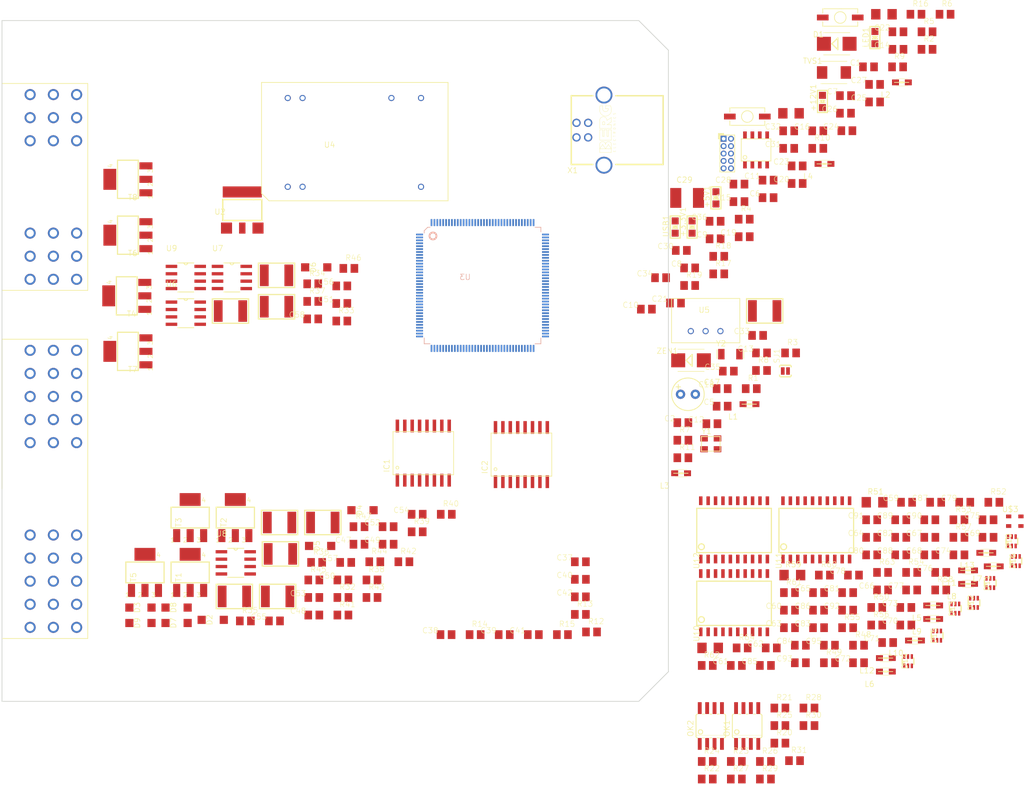
<source format=kicad_pcb>
(kicad_pcb (version 20171130) (host pcbnew 5.1.1-8be2ce7~80~ubuntu18.04.1)
  (layers (0 Top signal) (1 Route2 signal) (2 Route15 signal) (31 Bottom signal) (34 B.Paste user) (35 F.Paste user) (36 B.SilkS user) (37 F.SilkS user) (38 B.Mask user) (39 F.Mask user) (44 Edge.Cuts user))
  (net 0 "")
  (net 1 GND)
  (net 2 +3V3)
  (net 3 "Net-(D5-PadC)")
  (net 4 /SCL)
  (net 5 /SDA)
  (net 6 /CANH1)
  (net 7 "Net-(C72-Pad1)")
  (net 8 "Net-(D6-PadC)")
  (net 9 "Net-(D7-PadC)")
  (net 10 "Net-(D8-PadC)")
  (net 11 "Net-(R7-Pad1)")
  (net 12 "Net-(OK1-Pad6)")
  (net 13 "Net-(OK1-Pad3)")
  (net 14 "Net-(OK1-Pad8)")
  (net 15 "Net-(OK1-Pad1)")
  (net 16 "Net-(OK2-Pad6)")
  (net 17 "Net-(OK2-Pad3)")
  (net 18 "Net-(OK2-Pad8)")
  (net 19 "Net-(OK2-Pad1)")
  (net 20 /DIN0)
  (net 21 /D48)
  (net 22 /DIN2)
  (net 23 /DIN1)
  (net 24 /D49)
  (net 25 /D51)
  (net 26 /DIN3)
  (net 27 /D50)
  (net 28 /XIN32)
  (net 29 /XOUT32)
  (net 30 /XIN)
  (net 31 /XOUT)
  (net 32 /VBG)
  (net 33 /AVREF)
  (net 34 /D-)
  (net 35 /D+)
  (net 36 /D2)
  (net 37 /CANTX1)
  (net 38 /D3)
  (net 39 /D4)
  (net 40 /D5)
  (net 41 /D6)
  (net 42 /D7)
  (net 43 /D8)
  (net 44 /D9)
  (net 45 /VDDOUT)
  (net 46 /SCK)
  (net 47 /MOSI)
  (net 48 /MISO)
  (net 49 /CANRX1)
  (net 50 /VDDANA)
  (net 51 /D13)
  (net 52 /MASTER-RESET)
  (net 53 /VDDOUTMI)
  (net 54 /VBUS)
  (net 55 /VDDPLL)
  (net 56 /DREADY)
  (net 57 /JTAG_TMS)
  (net 58 /JTAG_TDO)
  (net 59 /JTAG_TDI)
  (net 60 /JTAG_TCK)
  (net 61 /CANRX0)
  (net 62 /CANTX0)
  (net 63 /ACS3)
  (net 64 /ACS2)
  (net 65 /ACS1)
  (net 66 /CANL1)
  (net 67 /CANH0)
  (net 68 /CANL0)
  (net 69 "Net-(D9-PadC)")
  (net 70 "/VIN(+12V)")
  (net 71 "Net-(D1-PadC)")
  (net 72 /DOUT0)
  (net 73 /DOUT1)
  (net 74 /DOUT3)
  (net 75 /DOUT2)
  (net 76 /DOUT4)
  (net 77 /DOUT5)
  (net 78 /DOUT6)
  (net 79 /DOUT7)
  (net 80 /AIN0)
  (net 81 /AIN1)
  (net 82 /AIN2)
  (net 83 /AIN3)
  (net 84 /PACK_HIGH)
  (net 85 /PACK_MID)
  (net 86 /SHUNT_H)
  (net 87 /PACK_LOW)
  (net 88 /SHUNT_L)
  (net 89 "Net-(D2-PadC)")
  (net 90 "Net-(D3-PadC)")
  (net 91 "Net-(D4-PadC)")
  (net 92 "Net-(L6-Pad2)")
  (net 93 "Net-(L5-Pad2)")
  (net 94 "Net-(C61-Pad1)")
  (net 95 "Net-(C63-Pad1)")
  (net 96 "Net-(U12-Pad6)")
  (net 97 "Net-(C59-Pad1)")
  (net 98 "Net-(C60-Pad1)")
  (net 99 "Net-(L10-Pad2)")
  (net 100 "Net-(L9-Pad2)")
  (net 101 "Net-(C65-Pad1)")
  (net 102 "Net-(D10-Pad1)")
  (net 103 "Net-(D10-Pad2)")
  (net 104 "Net-(D11-Pad1)")
  (net 105 "Net-(D11-Pad2)")
  (net 106 "Net-(D12-Pad1)")
  (net 107 "Net-(D12-Pad2)")
  (net 108 "Net-(D13-Pad1)")
  (net 109 "Net-(D13-Pad2)")
  (net 110 "Net-(D14-Pad5)")
  (net 111 "Net-(D14-Pad4)")
  (net 112 /JTAG_RESET)
  (net 113 "Net-(+12V1-PadA)")
  (net 114 "Net-(+5V1-PadA)")
  (net 115 "Net-(+3.3V1-PadA)")
  (net 116 "Net-(LED1-PadA)")
  (net 117 "Net-(C39-Pad1)")
  (net 118 "Net-(C40-Pad1)")
  (net 119 "Net-(C61-Pad2)")
  (net 120 "Net-(C62-Pad1)")
  (net 121 "Net-(C64-Pad2)")
  (net 122 "Net-(C64-Pad1)")
  (net 123 "Net-(C66-Pad1)")
  (net 124 "Net-(C67-Pad1)")
  (net 125 "Net-(C70-Pad1)")
  (net 126 "Net-(C70-Pad2)")
  (net 127 "Net-(C72-Pad2)")
  (net 128 "Net-(C74-Pad1)")
  (net 129 "Net-(C74-Pad2)")
  (net 130 "Net-(C76-Pad1)")
  (net 131 "Net-(C77-Pad1)")
  (net 132 "Net-(C78-Pad1)")
  (net 133 "Net-(C79-Pad1)")
  (net 134 "Net-(C80-Pad1)")
  (net 135 "Net-(C81-Pad1)")
  (net 136 "Net-(C94-Pad1)")
  (net 137 "Net-(D15-Pad5)")
  (net 138 "Net-(D15-Pad4)")
  (net 139 /ERASE)
  (net 140 "Net-(L7-Pad2)")
  (net 141 "Net-(L12-Pad1)")
  (net 142 "Net-(L13-Pad2)")
  (net 143 "Net-(R3-Pad1)")
  (net 144 "Net-(R5-Pad2)")
  (net 145 "Net-(R6-Pad2)")
  (net 146 "Net-(R40-Pad1)")
  (net 147 /MOSFeT/MDRIVE0)
  (net 148 /MOSFeT/MDRIVE1)
  (net 149 "Net-(R41-Pad1)")
  (net 150 "Net-(R42-Pad1)")
  (net 151 /MOSFeT/MDRIVE2)
  (net 152 /MOSFeT/MDRIVE3)
  (net 153 "Net-(R43-Pad1)")
  (net 154 /MOSFeT/MDRIVE4)
  (net 155 "Net-(R44-Pad1)")
  (net 156 "Net-(R45-Pad1)")
  (net 157 "Net-(R45-Pad2)")
  (net 158 "Net-(R46-Pad1)")
  (net 159 /MOSFeT/MDRIVE6)
  (net 160 /MOSFeT/MDRIVE7)
  (net 161 "Net-(R47-Pad1)")
  (net 162 /Analog/CLKO)
  (net 163 "Net-(U11-Pad6)")
  (module GEVCU-6-2c:581_01_48_005_S (layer Top) (at 263.017 105.029 90)
    (fp_text reference U$1 hide)
    (fp_text value 581_01_48_005_S hide)
    (fp_line (start 0 -5.08) (end 0 -114.3) (layer Edge.Cuts) (width 0.127))
    (fp_line (start 0 -114.3) (end 116.84 -114.3) (layer Edge.Cuts) (width 0.127))
    (fp_line (start 116.84 -114.3) (end 116.84 -5.08) (layer Edge.Cuts) (width 0.127))
    (fp_line (start 111.76 0) (end 5.08 0) (layer Edge.Cuts) (width 0.127))
    (fp_line (start 0 -5.08) (end 5.08 0) (layer Edge.Cuts) (width 0.127))
    (fp_line (start 111.76 0) (end 116.84 -5.08) (layer Edge.Cuts) (width 0.127))
    (pad "" np_thru_hole circle (at 36.4744 -104.775 90) (size 2.54 2.54) (drill 2.54) (layers *.Cu *.Mask))
    (pad "" np_thru_hole circle (at 88.2904 -104.775 90) (size 2.54 2.54) (drill 2.54) (layers *.Cu *.Mask))
    (pad P$44 thru_hole circle (at 28.5496 -109.474 90) (size 1.905 1.905) (drill 1.27) (layers *.Cu *.Mask) (net 1 GND))
    (pad P$34 thru_hole circle (at 28.5496 -105.4862 90) (size 1.905 1.905) (drill 1.27) (layers *.Cu *.Mask) (net 88 /SHUNT_L))
    (pad P$24 thru_hole circle (at 28.5496 -101.4984 90) (size 1.905 1.905) (drill 1.27) (layers *.Cu *.Mask) (net 87 /PACK_LOW))
    (pad P$48 thru_hole circle (at 12.7 -109.474 90) (size 1.905 1.905) (drill 1.27) (layers *.Cu *.Mask) (net 1 GND))
    (pad P$38 thru_hole circle (at 12.7 -105.4862 90) (size 1.905 1.905) (drill 1.27) (layers *.Cu *.Mask) (net 2 +3V3))
    (pad P$28 thru_hole circle (at 12.7 -101.4984 90) (size 1.905 1.905) (drill 1.27) (layers *.Cu *.Mask) (net 26 /DIN3))
    (pad P$47 thru_hole circle (at 16.6624 -109.474 90) (size 1.905 1.905) (drill 1.27) (layers *.Cu *.Mask) (net 1 GND))
    (pad P$37 thru_hole circle (at 16.6624 -105.4862 90) (size 1.905 1.905) (drill 1.27) (layers *.Cu *.Mask) (net 2 +3V3))
    (pad P$27 thru_hole circle (at 16.6624 -101.4984 90) (size 1.905 1.905) (drill 1.27) (layers *.Cu *.Mask) (net 22 /DIN2))
    (pad P$46 thru_hole circle (at 20.6248 -109.474 90) (size 1.905 1.905) (drill 1.27) (layers *.Cu *.Mask) (net 1 GND))
    (pad P$36 thru_hole circle (at 20.6248 -105.4862 90) (size 1.905 1.905) (drill 1.27) (layers *.Cu *.Mask) (net 2 +3V3))
    (pad P$26 thru_hole circle (at 20.6248 -101.4984 90) (size 1.905 1.905) (drill 1.27) (layers *.Cu *.Mask) (net 23 /DIN1))
    (pad P$45 thru_hole circle (at 24.5872 -109.474 90) (size 1.905 1.905) (drill 1.27) (layers *.Cu *.Mask) (net 1 GND))
    (pad P$35 thru_hole circle (at 24.5872 -105.4862 90) (size 1.905 1.905) (drill 1.27) (layers *.Cu *.Mask) (net 86 /SHUNT_H))
    (pad P$25 thru_hole circle (at 24.5872 -101.4984 90) (size 1.905 1.905) (drill 1.27) (layers *.Cu *.Mask) (net 20 /DIN0))
    (pad P$43 thru_hole circle (at 44.3992 -109.474 90) (size 1.905 1.905) (drill 1.27) (layers *.Cu *.Mask) (net 1 GND))
    (pad P$33 thru_hole circle (at 44.3992 -105.4862 90) (size 1.905 1.905) (drill 1.27) (layers *.Cu *.Mask) (net 85 /PACK_MID))
    (pad P$23 thru_hole circle (at 44.3992 -101.4984 90) (size 1.905 1.905) (drill 1.27) (layers *.Cu *.Mask) (net 84 /PACK_HIGH))
    (pad P$42 thru_hole circle (at 48.3616 -109.474 90) (size 1.905 1.905) (drill 1.27) (layers *.Cu *.Mask) (net 1 GND))
    (pad P$32 thru_hole circle (at 48.3616 -105.4862 90) (size 1.905 1.905) (drill 1.27) (layers *.Cu *.Mask) (net 66 /CANL1))
    (pad P$22 thru_hole circle (at 48.3616 -101.4984 90) (size 1.905 1.905) (drill 1.27) (layers *.Cu *.Mask) (net 83 /AIN3))
    (pad P$41 thru_hole circle (at 52.324 -109.474 90) (size 1.905 1.905) (drill 1.27) (layers *.Cu *.Mask) (net 1 GND))
    (pad P$31 thru_hole circle (at 52.324 -105.4862 90) (size 1.905 1.905) (drill 1.27) (layers *.Cu *.Mask) (net 6 /CANH1))
    (pad P$21 thru_hole circle (at 52.324 -101.4984 90) (size 1.905 1.905) (drill 1.27) (layers *.Cu *.Mask) (net 82 /AIN2))
    (pad P$40 thru_hole circle (at 56.2864 -109.474 90) (size 1.905 1.905) (drill 1.27) (layers *.Cu *.Mask) (net 1 GND))
    (pad P$30 thru_hole circle (at 56.2864 -105.4862 90) (size 1.905 1.905) (drill 1.27) (layers *.Cu *.Mask) (net 68 /CANL0))
    (pad P$20 thru_hole circle (at 56.2864 -101.4984 90) (size 1.905 1.905) (drill 1.27) (layers *.Cu *.Mask) (net 81 /AIN1))
    (pad P$39 thru_hole circle (at 60.2488 -109.474 90) (size 1.905 1.905) (drill 1.27) (layers *.Cu *.Mask) (net 1 GND))
    (pad P$29 thru_hole circle (at 60.2488 -105.4862 90) (size 1.905 1.905) (drill 1.27) (layers *.Cu *.Mask) (net 67 /CANH0))
    (pad P$19 thru_hole circle (at 60.2488 -101.4984 90) (size 1.905 1.905) (drill 1.27) (layers *.Cu *.Mask) (net 80 /AIN0))
    (pad P$18 thru_hole circle (at 72.4408 -109.474 90) (size 1.905 1.905) (drill 1.27) (layers *.Cu *.Mask) (net 79 /DOUT7))
    (pad P$12 thru_hole circle (at 72.4408 -105.4862 90) (size 1.905 1.905) (drill 1.27) (layers *.Cu *.Mask) (net 78 /DOUT6))
    (pad P$6 thru_hole circle (at 72.4408 -101.4984 90) (size 1.905 1.905) (drill 1.27) (layers *.Cu *.Mask) (net 77 /DOUT5))
    (pad P$17 thru_hole circle (at 76.4032 -109.474 90) (size 1.905 1.905) (drill 1.27) (layers *.Cu *.Mask) (net 2 +3V3))
    (pad P$11 thru_hole circle (at 76.4032 -105.4862 90) (size 1.905 1.905) (drill 1.27) (layers *.Cu *.Mask) (net 76 /DOUT4))
    (pad P$5 thru_hole circle (at 76.4032 -101.4984 90) (size 1.905 1.905) (drill 1.27) (layers *.Cu *.Mask) (net 75 /DOUT2))
    (pad P$16 thru_hole circle (at 80.3656 -109.474 90) (size 1.905 1.905) (drill 1.27) (layers *.Cu *.Mask) (net 74 /DOUT3))
    (pad P$10 thru_hole circle (at 80.3656 -105.4862 90) (size 1.905 1.905) (drill 1.27) (layers *.Cu *.Mask) (net 73 /DOUT1))
    (pad P$4 thru_hole circle (at 80.3656 -101.4984 90) (size 1.905 1.905) (drill 1.27) (layers *.Cu *.Mask) (net 72 /DOUT0))
    (pad P$15 thru_hole circle (at 96.2152 -109.474 90) (size 1.905 1.905) (drill 1.27) (layers *.Cu *.Mask) (net 2 +3V3))
    (pad P$9 thru_hole circle (at 96.2152 -105.4862 90) (size 1.905 1.905) (drill 1.27) (layers *.Cu *.Mask) (net 1 GND))
    (pad P$3 thru_hole circle (at 96.2152 -101.4984 90) (size 1.905 1.905) (drill 1.27) (layers *.Cu *.Mask) (net 70 "/VIN(+12V)"))
    (pad P$14 thru_hole circle (at 100.1776 -109.474 90) (size 1.905 1.905) (drill 1.27) (layers *.Cu *.Mask) (net 2 +3V3))
    (pad P$8 thru_hole circle (at 100.1776 -105.4862 90) (size 1.905 1.905) (drill 1.27) (layers *.Cu *.Mask) (net 2 +3V3))
    (pad P$2 thru_hole circle (at 100.1776 -101.4984 90) (size 1.905 1.905) (drill 1.27) (layers *.Cu *.Mask) (net 2 +3V3))
    (pad P$13 thru_hole circle (at 104.14 -109.474 90) (size 1.905 1.905) (drill 1.27) (layers *.Cu *.Mask) (net 1 GND))
    (pad P$7 thru_hole circle (at 104.14 -105.4862 90) (size 1.905 1.905) (drill 1.27) (layers *.Cu *.Mask) (net 2 +3V3))
    (pad P$1 thru_hole circle (at 104.14 -101.4984 90) (size 1.905 1.905) (drill 1.27) (layers *.Cu *.Mask) (net 2 +3V3))
  )
  (module GEVCU-6-2c:CHIPLED_0805 (layer Top) (at 289.446601 2.065101)
    (fp_text reference +12V1 (at -1.016 1.778 -270) (layer F.SilkS) (effects (font (size 0.95 0.95) (thickness 0.1045)) (justify left bottom)))
    (fp_text value LED0805)
    (pad C smd rect (at 0 -1.05) (size 1.2 1.2) (layers Top F.Paste F.Mask) (net 1 GND))
    (pad A smd rect (at 0 1.05) (size 1.2 1.2) (layers Top F.Paste F.Mask) (net 113 "Net-(+12V1-PadA)"))
  )
  (module GEVCU-6-2c:CHIPLED_0805 (layer Top) (at 267.086601 23.625101)
    (fp_text reference +3.3V1 (at -1.016 1.778 -270) (layer F.SilkS) (effects (font (size 0.95 0.95) (thickness 0.1045)) (justify left bottom)))
    (fp_text value LED0805)
    (pad C smd rect (at 0 -1.05) (size 1.2 1.2) (layers Top F.Paste F.Mask) (net 1 GND))
    (pad A smd rect (at 0 1.05) (size 1.2 1.2) (layers Top F.Paste F.Mask) (net 115 "Net-(+3.3V1-PadA)"))
  )
  (module GEVCU-6-2c:CHIPLED_0805 (layer Top) (at 271.176601 18.615101)
    (fp_text reference +5V1 (at -1.016 1.778 -270) (layer F.SilkS) (effects (font (size 0.95 0.95) (thickness 0.1045)) (justify left bottom)))
    (fp_text value LED0805)
    (pad A smd rect (at 0 1.05) (size 1.2 1.2) (layers Top F.Paste F.Mask) (net 114 "Net-(+5V1-PadA)"))
    (pad C smd rect (at 0 -1.05) (size 1.2 1.2) (layers Top F.Paste F.Mask) (net 1 GND))
  )
  (module GEVCU-6-2c:C0805 (layer Top) (at 297.343401 -3.868099)
    (fp_text reference C1 (at -1.27 -1.27 -180) (layer F.SilkS) (effects (font (size 0.949996 0.949996) (thickness 0.075999)) (justify right top)))
    (fp_text value 0.1u hide)
    (pad 2 smd rect (at 0.95 0) (size 1.3 1.5) (layers Top F.Paste F.Mask) (net 1 GND))
    (pad 1 smd rect (at -0.95 0) (size 1.3 1.5) (layers Top F.Paste F.Mask) (net 2 +3V3))
  )
  (module GEVCU-6-2c:C0805 (layer Top) (at 265.499901 57.200401)
    (fp_text reference C2 (at -1.27 -1.27 -180) (layer F.SilkS) (effects (font (size 0.949996 0.949996) (thickness 0.075999)) (justify right top)))
    (fp_text value 10uF hide)
    (pad 1 smd rect (at -0.95 0) (size 1.3 1.5) (layers Top F.Paste F.Mask) (net 54 /VBUS))
    (pad 2 smd rect (at 0.95 0) (size 1.3 1.5) (layers Top F.Paste F.Mask) (net 1 GND))
  )
  (module GEVCU-6-2c:C1206 (layer Top) (at 299.993401 -12.898099)
    (fp_text reference C3 hide)
    (fp_text value 22p hide)
    (pad 1 smd rect (at -1.4 0) (size 1.6 1.8) (layers Top F.Paste F.Mask) (net 31 /XOUT))
    (pad 2 smd rect (at 1.4 0) (size 1.6 1.8) (layers Top F.Paste F.Mask) (net 1 GND))
  )
  (module GEVCU-6-2c:C1206 (layer Top) (at 284.053401 4.101901)
    (fp_text reference C4 hide)
    (fp_text value 22p hide)
    (pad 1 smd rect (at -1.4 0) (size 1.6 1.8) (layers Top F.Paste F.Mask) (net 30 /XIN))
    (pad 2 smd rect (at 1.4 0) (size 1.6 1.8) (layers Top F.Paste F.Mask) (net 1 GND))
  )
  (module GEVCU-6-2c:C0805 (layer Top) (at 272.239901 54.370401)
    (fp_text reference C5 (at -1.27 -1.27 -180) (layer F.SilkS) (effects (font (size 0.949996 0.949996) (thickness 0.075999)) (justify right top)))
    (fp_text value 22p hide)
    (pad 2 smd rect (at 0.95 0) (size 1.3 1.5) (layers Top F.Paste F.Mask) (net 1 GND))
    (pad 1 smd rect (at -0.95 0) (size 1.3 1.5) (layers Top F.Paste F.Mask) (net 29 /XOUT32))
  )
  (module GEVCU-6-2c:C0805 (layer Top) (at 280.113401 18.581901)
    (fp_text reference C6 (at -1.27 -1.27 -180) (layer F.SilkS) (effects (font (size 0.949996 0.949996) (thickness 0.075999)) (justify right top)))
    (fp_text value 22p hide)
    (pad 2 smd rect (at 0.95 0) (size 1.3 1.5) (layers Top F.Paste F.Mask) (net 1 GND))
    (pad 1 smd rect (at -0.95 0) (size 1.3 1.5) (layers Top F.Paste F.Mask) (net 28 /XIN32))
  )
  (module GEVCU-6-2c:C0805 (layer Top) (at 293.393401 1.071901)
    (fp_text reference C7 (at -1.27 -1.27 -180) (layer F.SilkS) (effects (font (size 0.949996 0.949996) (thickness 0.075999)) (justify right top)))
    (fp_text value 10uF hide)
    (pad 2 smd rect (at 0.95 0) (size 1.3 1.5) (layers Top F.Paste F.Mask) (net 1 GND))
    (pad 1 smd rect (at -0.95 0) (size 1.3 1.5) (layers Top F.Paste F.Mask) (net 2 +3V3))
  )
  (module GEVCU-6-2c:C0805 (layer Top) (at 266.663401 30.641901)
    (fp_text reference C8 (at -1.27 -1.27 -180) (layer F.SilkS) (effects (font (size 0.949996 0.949996) (thickness 0.075999)) (justify right top)))
    (fp_text value 22p hide)
    (pad 1 smd rect (at -0.95 0) (size 1.3 1.5) (layers Top F.Paste F.Mask) (net 32 /VBG))
    (pad 2 smd rect (at 0.95 0) (size 1.3 1.5) (layers Top F.Paste F.Mask) (net 1 GND))
  )
  (module GEVCU-6-2c:C0805 (layer Top) (at 271.033401 25.641901)
    (fp_text reference C9 (at -1.27 -1.27 -180) (layer F.SilkS) (effects (font (size 0.949996 0.949996) (thickness 0.075999)) (justify right top)))
    (fp_text value 0.01u hide)
    (pad 1 smd rect (at -0.95 0) (size 1.3 1.5) (layers Top F.Paste F.Mask) (net 2 +3V3))
    (pad 2 smd rect (at 0.95 0) (size 1.3 1.5) (layers Top F.Paste F.Mask) (net 52 /MASTER-RESET))
  )
  (module GEVCU-6-2c:C0805 (layer Top) (at 259.243401 37.711901)
    (fp_text reference C10 (at -1.27 -1.27 -180) (layer F.SilkS) (effects (font (size 0.949996 0.949996) (thickness 0.075999)) (justify right top)))
    (fp_text value 0.1u hide)
    (pad 2 smd rect (at 0.95 0) (size 1.3 1.5) (layers Top F.Paste F.Mask) (net 1 GND))
    (pad 1 smd rect (at -0.95 0) (size 1.3 1.5) (layers Top F.Paste F.Mask) (net 2 +3V3))
  )
  (module GEVCU-6-2c:C0805 (layer Top) (at 280.113401 15.571901)
    (fp_text reference C11 (at -1.27 -1.27 -180) (layer F.SilkS) (effects (font (size 0.949996 0.949996) (thickness 0.075999)) (justify right top)))
    (fp_text value 0.1u hide)
    (pad 1 smd rect (at -0.95 0) (size 1.3 1.5) (layers Top F.Paste F.Mask) (net 33 /AVREF))
    (pad 2 smd rect (at 0.95 0) (size 1.3 1.5) (layers Top F.Paste F.Mask) (net 1 GND))
  )
  (module GEVCU-6-2c:C0805 (layer Top) (at 270.489901 57.380401)
    (fp_text reference C12 (at -1.27 -1.27 -180) (layer F.SilkS) (effects (font (size 0.949996 0.949996) (thickness 0.075999)) (justify right top)))
    (fp_text value 0.1u hide)
    (pad 2 smd rect (at 0.95 0) (size 1.3 1.5) (layers Top F.Paste F.Mask) (net 1 GND))
    (pad 1 smd rect (at -0.95 0) (size 1.3 1.5) (layers Top F.Paste F.Mask) (net 55 /VDDPLL))
  )
  (module GEVCU-6-2c:C0805 (layer Top) (at 278.989901 45.230401)
    (fp_text reference C13 (at -1.27 -1.27 -180) (layer F.SilkS) (effects (font (size 0.949996 0.949996) (thickness 0.075999)) (justify right top)))
    (fp_text value 10u hide)
    (pad 1 smd rect (at -0.95 0) (size 1.3 1.5) (layers Top F.Paste F.Mask) (net 55 /VDDPLL))
    (pad 2 smd rect (at 0.95 0) (size 1.3 1.5) (layers Top F.Paste F.Mask) (net 1 GND))
  )
  (module GEVCU-6-2c:C0805 (layer Top) (at 302.393401 -6.878099)
    (fp_text reference C14 (at -1.27 -1.27 -180) (layer F.SilkS) (effects (font (size 0.949996 0.949996) (thickness 0.075999)) (justify right top)))
    (fp_text value 10u hide)
    (pad 1 smd rect (at -0.95 0) (size 1.3 1.5) (layers Top F.Paste F.Mask) (net 2 +3V3))
    (pad 2 smd rect (at 0.95 0) (size 1.3 1.5) (layers Top F.Paste F.Mask) (net 1 GND))
  )
  (module GEVCU-6-2c:C0805 (layer Top) (at 275.123401 19.261901)
    (fp_text reference C15 (at -1.27 -1.27 -180) (layer F.SilkS) (effects (font (size 0.949996 0.949996) (thickness 0.075999)) (justify right top)))
    (fp_text value 0.1u hide)
    (pad 2 smd rect (at 0.95 0) (size 1.3 1.5) (layers Top F.Paste F.Mask) (net 1 GND))
    (pad 1 smd rect (at -0.95 0) (size 1.3 1.5) (layers Top F.Paste F.Mask) (net 2 +3V3))
  )
  (module GEVCU-6-2c:C0805 (layer Top) (at 288.643401 7.111901)
    (fp_text reference C16 (at -1.27 -1.27 -180) (layer F.SilkS) (effects (font (size 0.949996 0.949996) (thickness 0.075999)) (justify right top)))
    (fp_text value 0.1u hide)
    (pad 2 smd rect (at 0.95 0) (size 1.3 1.5) (layers Top F.Paste F.Mask) (net 1 GND))
    (pad 1 smd rect (at -0.95 0) (size 1.3 1.5) (layers Top F.Paste F.Mask) (net 2 +3V3))
  )
  (module GEVCU-6-2c:E2,5-6 (layer Top) (at 266.371701 52.322201)
    (fp_text reference C17 (at 2.667 -1.524) (layer F.SilkS) (effects (font (size 0.95 0.95) (thickness 0.1045)) (justify left bottom)))
    (fp_text value 100u hide)
    (pad - thru_hole circle (at 1.27 0) (size 1.6002 1.6002) (drill 0.8128) (layers *.Cu *.Mask) (net 1 GND))
    (pad + thru_hole circle (at -1.27 0) (size 1.6002 1.6002) (drill 0.8128) (layers *.Cu *.Mask) (net 2 +3V3))
  )
  (module GEVCU-6-2c:C0805 (layer Top) (at 272.239901 51.360401)
    (fp_text reference C18 (at -1.27 -1.27 -180) (layer F.SilkS) (effects (font (size 0.949996 0.949996) (thickness 0.075999)) (justify right top)))
    (fp_text value 10u hide)
    (pad 2 smd rect (at 0.95 0) (size 1.3 1.5) (layers Top F.Paste F.Mask) (net 1 GND))
    (pad 1 smd rect (at -0.95 0) (size 1.3 1.5) (layers Top F.Paste F.Mask) (net 45 /VDDOUT))
  )
  (module GEVCU-6-2c:C0805 (layer Top) (at 276.023401 25.281901)
    (fp_text reference C19 (at -1.27 -1.27 -180) (layer F.SilkS) (effects (font (size 0.949996 0.949996) (thickness 0.075999)) (justify right top)))
    (fp_text value 0.1u hide)
    (pad 2 smd rect (at 0.95 0) (size 1.3 1.5) (layers Top F.Paste F.Mask) (net 1 GND))
    (pad 1 smd rect (at -0.95 0) (size 1.3 1.5) (layers Top F.Paste F.Mask) (net 2 +3V3))
  )
  (module GEVCU-6-2c:C0805 (layer Top) (at 285.103401 16.141901)
    (fp_text reference C20 (at -1.27 -1.27 -180) (layer F.SilkS) (effects (font (size 0.949996 0.949996) (thickness 0.075999)) (justify right top)))
    (fp_text value 1u hide)
    (pad 2 smd rect (at 0.95 0) (size 1.3 1.5) (layers Top F.Paste F.Mask) (net 1 GND))
    (pad 1 smd rect (at -0.95 0) (size 1.3 1.5) (layers Top F.Paste F.Mask) (net 2 +3V3))
  )
  (module GEVCU-6-2c:C0805 (layer Top) (at 264.233401 36.661901)
    (fp_text reference C21 (at -1.27 -1.27 -180) (layer F.SilkS) (effects (font (size 0.949996 0.949996) (thickness 0.075999)) (justify right top)))
    (fp_text value 0.1u hide)
    (pad 1 smd rect (at -0.95 0) (size 1.3 1.5) (layers Top F.Paste F.Mask) (net 45 /VDDOUT))
    (pad 2 smd rect (at 0.95 0) (size 1.3 1.5) (layers Top F.Paste F.Mask) (net 1 GND))
  )
  (module GEVCU-6-2c:C0805 (layer Top) (at 302.393401 -9.888099)
    (fp_text reference C22 (at -1.27 -1.27 -180) (layer F.SilkS) (effects (font (size 0.949996 0.949996) (thickness 0.075999)) (justify right top)))
    (fp_text value 0.1u hide)
    (pad 1 smd rect (at -0.95 0) (size 1.3 1.5) (layers Top F.Paste F.Mask) (net 2 +3V3))
    (pad 2 smd rect (at 0.95 0) (size 1.3 1.5) (layers Top F.Paste F.Mask) (net 1 GND))
  )
  (module GEVCU-6-2c:C0805 (layer Top) (at 285.103401 13.131901)
    (fp_text reference C23 (at -1.27 -1.27 -180) (layer F.SilkS) (effects (font (size 0.949996 0.949996) (thickness 0.075999)) (justify right top)))
    (fp_text value 0.1u hide)
    (pad 1 smd rect (at -0.95 0) (size 1.3 1.5) (layers Top F.Paste F.Mask) (net 2 +3V3))
    (pad 2 smd rect (at 0.95 0) (size 1.3 1.5) (layers Top F.Paste F.Mask) (net 1 GND))
  )
  (module GEVCU-6-2c:C0805 (layer Top) (at 293.633401 7.091901)
    (fp_text reference C24 (at -1.27 -1.27 -180) (layer F.SilkS) (effects (font (size 0.949996 0.949996) (thickness 0.075999)) (justify right top)))
    (fp_text value 0.1u hide)
    (pad 1 smd rect (at -0.95 0) (size 1.3 1.5) (layers Top F.Paste F.Mask) (net 45 /VDDOUT))
    (pad 2 smd rect (at 0.95 0) (size 1.3 1.5) (layers Top F.Paste F.Mask) (net 1 GND))
  )
  (module GEVCU-6-2c:C0805 (layer Top) (at 298.383401 2.151901)
    (fp_text reference C25 (at -1.27 -1.27 -180) (layer F.SilkS) (effects (font (size 0.949996 0.949996) (thickness 0.075999)) (justify right top)))
    (fp_text value 0.1u hide)
    (pad 2 smd rect (at 0.95 0) (size 1.3 1.5) (layers Top F.Paste F.Mask) (net 1 GND))
    (pad 1 smd rect (at -0.95 0) (size 1.3 1.5) (layers Top F.Paste F.Mask) (net 2 +3V3))
  )
  (module GEVCU-6-2c:C0805 (layer Top) (at 293.393401 4.081901)
    (fp_text reference C26 (at -1.27 -1.27 -180) (layer F.SilkS) (effects (font (size 0.949996 0.949996) (thickness 0.075999)) (justify right top)))
    (fp_text value 0.1u hide)
    (pad 2 smd rect (at 0.95 0) (size 1.3 1.5) (layers Top F.Paste F.Mask) (net 1 GND))
    (pad 1 smd rect (at -0.95 0) (size 1.3 1.5) (layers Top F.Paste F.Mask) (net 45 /VDDOUT))
  )
  (module GEVCU-6-2c:C0805 (layer Top) (at 298.383401 -0.858099)
    (fp_text reference C27 (at -1.27 -1.27 -180) (layer F.SilkS) (effects (font (size 0.949996 0.949996) (thickness 0.075999)) (justify right top)))
    (fp_text value 0.1u hide)
    (pad 1 smd rect (at -0.95 0) (size 1.3 1.5) (layers Top F.Paste F.Mask) (net 45 /VDDOUT))
    (pad 2 smd rect (at 0.95 0) (size 1.3 1.5) (layers Top F.Paste F.Mask) (net 1 GND))
  )
  (module GEVCU-6-2c:C0805 (layer Top) (at 275.123401 16.251901)
    (fp_text reference C28 (at -1.27 -1.27 -180) (layer F.SilkS) (effects (font (size 0.949996 0.949996) (thickness 0.075999)) (justify right top)))
    (fp_text value 0.1u hide)
    (pad 2 smd rect (at 0.95 0) (size 1.3 1.5) (layers Top F.Paste F.Mask) (net 1 GND))
    (pad 1 smd rect (at -0.95 0) (size 1.3 1.5) (layers Top F.Paste F.Mask) (net 2 +3V3))
  )
  (module GEVCU-6-2c:C1812 (layer Top) (at 266.233401 18.621901)
    (fp_text reference C29 (at -1.905 -2.54) (layer F.SilkS) (effects (font (size 0.95 0.95) (thickness 0.1045)) (justify left bottom)))
    (fp_text value 0.01u hide)
    (pad 1 smd rect (at -1.95 0) (size 1.9 3.4) (layers Top F.Paste F.Mask) (net 1 GND))
    (pad 2 smd rect (at 1.95 0) (size 1.9 3.4) (layers Top F.Paste F.Mask) (net 1 GND))
  )
  (module GEVCU-6-2c:C0805 (layer Top) (at 265.233401 27.631901)
    (fp_text reference C30 (at -1.27 -1.27 -180) (layer F.SilkS) (effects (font (size 0.949996 0.949996) (thickness 0.075999)) (justify right top)))
    (fp_text value 0.1u hide)
    (pad 2 smd rect (at 0.95 0) (size 1.3 1.5) (layers Top F.Paste F.Mask) (net 1 GND))
    (pad 1 smd rect (at -0.95 0) (size 1.3 1.5) (layers Top F.Paste F.Mask) (net 45 /VDDOUT))
  )
  (module GEVCU-6-2c:C0805 (layer Top) (at 283.653401 10.121901)
    (fp_text reference C31 (at -1.27 -1.27 -180) (layer F.SilkS) (effects (font (size 0.949996 0.949996) (thickness 0.075999)) (justify right top)))
    (fp_text value 0.1u hide)
    (pad 1 smd rect (at -0.95 0) (size 1.3 1.5) (layers Top F.Paste F.Mask) (net 53 /VDDOUTMI))
    (pad 2 smd rect (at 0.95 0) (size 1.3 1.5) (layers Top F.Paste F.Mask) (net 1 GND))
  )
  (module GEVCU-6-2c:C0805 (layer Top) (at 283.653401 7.111901)
    (fp_text reference C32 (at -1.27 -1.27 -180) (layer F.SilkS) (effects (font (size 0.949996 0.949996) (thickness 0.075999)) (justify right top)))
    (fp_text value 0.1u hide)
    (pad 2 smd rect (at 0.95 0) (size 1.3 1.5) (layers Top F.Paste F.Mask) (net 1 GND))
    (pad 1 smd rect (at -0.95 0) (size 1.3 1.5) (layers Top F.Paste F.Mask) (net 45 /VDDOUT))
  )
  (module GEVCU-6-2c:C0805 (layer Top) (at 278.319901 42.220401)
    (fp_text reference C33 (at -1.27 -1.27 -180) (layer F.SilkS) (effects (font (size 0.949996 0.949996) (thickness 0.075999)) (justify right top)))
    (fp_text value 10u hide)
    (pad 2 smd rect (at 0.95 0) (size 1.3 1.5) (layers Top F.Paste F.Mask) (net 1 GND))
    (pad 1 smd rect (at -0.95 0) (size 1.3 1.5) (layers Top F.Paste F.Mask) (net 53 /VDDOUTMI))
  )
  (module GEVCU-6-2c:C0805 (layer Top) (at 261.673401 32.321901)
    (fp_text reference C34 (at -1.27 -1.27 -180) (layer F.SilkS) (effects (font (size 0.949996 0.949996) (thickness 0.075999)) (justify right top)))
    (fp_text value 2u hide)
    (pad 1 smd rect (at -0.95 0) (size 1.3 1.5) (layers Top F.Paste F.Mask) (net 2 +3V3))
    (pad 2 smd rect (at 0.95 0) (size 1.3 1.5) (layers Top F.Paste F.Mask) (net 1 GND))
  )
  (module GEVCU-6-2c:C0805 (layer Top) (at 273.299901 48.350401)
    (fp_text reference C35 (at -1.27 -1.27 -180) (layer F.SilkS) (effects (font (size 0.949996 0.949996) (thickness 0.075999)) (justify right top)))
    (fp_text value 0.1u hide)
    (pad 2 smd rect (at 0.95 0) (size 1.3 1.5) (layers Top F.Paste F.Mask) (net 1 GND))
    (pad 1 smd rect (at -0.95 0) (size 1.3 1.5) (layers Top F.Paste F.Mask) (net 50 /VDDANA))
  )
  (module GEVCU-6-2c:C0805 (layer Top) (at 271.033401 22.631901)
    (fp_text reference C36 (at -1.27 -1.27 -180) (layer F.SilkS) (effects (font (size 0.949996 0.949996) (thickness 0.075999)) (justify right top)))
    (fp_text value 10u hide)
    (pad 1 smd rect (at -0.95 0) (size 1.3 1.5) (layers Top F.Paste F.Mask) (net 50 /VDDANA))
    (pad 2 smd rect (at 0.95 0) (size 1.3 1.5) (layers Top F.Paste F.Mask) (net 1 GND))
  )
  (module GEVCU-6-2c:C0805 (layer Top) (at 247.922401 81.076401)
    (fp_text reference C37 (at -1.27 -1.27 -180) (layer F.SilkS) (effects (font (size 0.949996 0.949996) (thickness 0.075999)) (justify right top)))
    (fp_text value 0.1u hide)
    (pad 2 smd rect (at 0.95 0) (size 1.3 1.5) (layers Top F.Paste F.Mask) (net 1 GND))
    (pad 1 smd rect (at -0.95 0) (size 1.3 1.5) (layers Top F.Paste F.Mask) (net 2 +3V3))
  )
  (module GEVCU-6-2c:C0805 (layer Top) (at 224.882401 93.576401)
    (fp_text reference C38 (at -1.27 -1.27 -180) (layer F.SilkS) (effects (font (size 0.949996 0.949996) (thickness 0.075999)) (justify right top)))
    (fp_text value 0.1u hide)
    (pad 1 smd rect (at -0.95 0) (size 1.3 1.5) (layers Top F.Paste F.Mask) (net 2 +3V3))
    (pad 2 smd rect (at 0.95 0) (size 1.3 1.5) (layers Top F.Paste F.Mask) (net 1 GND))
  )
  (module GEVCU-6-2c:C0805 (layer Top) (at 234.862401 93.576401)
    (fp_text reference C39 (at -1.27 -1.27 -180) (layer F.SilkS) (effects (font (size 0.949996 0.949996) (thickness 0.075999)) (justify right top)))
    (fp_text value 47n hide)
    (pad 2 smd rect (at 0.95 0) (size 1.3 1.5) (layers Top F.Paste F.Mask) (net 1 GND))
    (pad 1 smd rect (at -0.95 0) (size 1.3 1.5) (layers Top F.Paste F.Mask) (net 117 "Net-(C39-Pad1)"))
  )
  (module GEVCU-6-2c:C0805 (layer Top) (at 247.922401 84.086401)
    (fp_text reference C40 (at -1.27 -1.27 -180) (layer F.SilkS) (effects (font (size 0.949996 0.949996) (thickness 0.075999)) (justify right top)))
    (fp_text value 47n hide)
    (pad 1 smd rect (at -0.95 0) (size 1.3 1.5) (layers Top F.Paste F.Mask) (net 118 "Net-(C40-Pad1)"))
    (pad 2 smd rect (at 0.95 0) (size 1.3 1.5) (layers Top F.Paste F.Mask) (net 1 GND))
  )
  (module GEVCU-6-2c:C0805 (layer Top) (at 239.852401 93.576401)
    (fp_text reference C41 (at -1.27 -1.27 -180) (layer F.SilkS) (effects (font (size 0.949996 0.949996) (thickness 0.075999)) (justify right top)))
    (fp_text value 0.1u hide)
    (pad 1 smd rect (at -0.95 0) (size 1.3 1.5) (layers Top F.Paste F.Mask) (net 2 +3V3))
    (pad 2 smd rect (at 0.95 0) (size 1.3 1.5) (layers Top F.Paste F.Mask) (net 1 GND))
  )
  (module GEVCU-6-2c:C0805 (layer Top) (at 247.922401 87.096401)
    (fp_text reference C42 (at -1.27 -1.27 -180) (layer F.SilkS) (effects (font (size 0.949996 0.949996) (thickness 0.075999)) (justify right top)))
    (fp_text value 0.1u hide)
    (pad 2 smd rect (at 0.95 0) (size 1.3 1.5) (layers Top F.Paste F.Mask) (net 1 GND))
    (pad 1 smd rect (at -0.95 0) (size 1.3 1.5) (layers Top F.Paste F.Mask) (net 2 +3V3))
  )
  (module GEVCU-6-2c:C0805 (layer Top) (at 209.950901 78.063401)
    (fp_text reference C47 (at -1.27 -1.27 -180) (layer F.SilkS) (effects (font (size 0.949996 0.949996) (thickness 0.075999)) (justify right top)))
    (fp_text value 0.1u hide)
    (pad 1 smd rect (at -0.95 0) (size 1.3 1.5) (layers Top F.Paste F.Mask) (net 2 +3V3))
    (pad 2 smd rect (at 0.95 0) (size 1.3 1.5) (layers Top F.Paste F.Mask) (net 1 GND))
  )
  (module GEVCU-6-2c:C0805 (layer Top) (at 202.200901 90.213401)
    (fp_text reference C48 (at -1.27 -1.27 -180) (layer F.SilkS) (effects (font (size 0.949996 0.949996) (thickness 0.075999)) (justify right top)))
    (fp_text value 0.1u hide)
    (pad 1 smd rect (at -0.95 0) (size 1.3 1.5) (layers Top F.Paste F.Mask) (net 2 +3V3))
    (pad 2 smd rect (at 0.95 0) (size 1.3 1.5) (layers Top F.Paste F.Mask) (net 1 GND))
  )
  (module GEVCU-6-2c:C0805 (layer Top) (at 214.940901 78.063401)
    (fp_text reference C49 (at -1.27 -1.27 -180) (layer F.SilkS) (effects (font (size 0.949996 0.949996) (thickness 0.075999)) (justify right top)))
    (fp_text value 0.1u hide)
    (pad 2 smd rect (at 0.95 0) (size 1.3 1.5) (layers Top F.Paste F.Mask) (net 1 GND))
    (pad 1 smd rect (at -0.95 0) (size 1.3 1.5) (layers Top F.Paste F.Mask) (net 2 +3V3))
  )
  (module GEVCU-6-2c:C0805 (layer Top) (at 207.190901 84.193401)
    (fp_text reference C50 (at -1.27 -1.27 -180) (layer F.SilkS) (effects (font (size 0.949996 0.949996) (thickness 0.075999)) (justify right top)))
    (fp_text value 0.1u hide)
    (pad 1 smd rect (at -0.95 0) (size 1.3 1.5) (layers Top F.Paste F.Mask) (net 2 +3V3))
    (pad 2 smd rect (at 0.95 0) (size 1.3 1.5) (layers Top F.Paste F.Mask) (net 1 GND))
  )
  (module GEVCU-6-2c:C0805 (layer Top) (at 207.001401 36.740901)
    (fp_text reference C51 (at -1.27 -1.27 -180) (layer F.SilkS) (effects (font (size 0.949996 0.949996) (thickness 0.075999)) (justify right top)))
    (fp_text value 0.1u hide)
    (pad 1 smd rect (at -0.95 0) (size 1.3 1.5) (layers Top F.Paste F.Mask) (net 2 +3V3))
    (pad 2 smd rect (at 0.95 0) (size 1.3 1.5) (layers Top F.Paste F.Mask) (net 1 GND))
  )
  (module GEVCU-6-2c:C0805 (layer Top) (at 214.940901 75.053401)
    (fp_text reference C52 (at -1.27 -1.27 -180) (layer F.SilkS) (effects (font (size 0.949996 0.949996) (thickness 0.075999)) (justify right top)))
    (fp_text value 0.1u hide)
    (pad 1 smd rect (at -0.95 0) (size 1.3 1.5) (layers Top F.Paste F.Mask) (net 2 +3V3))
    (pad 2 smd rect (at 0.95 0) (size 1.3 1.5) (layers Top F.Paste F.Mask) (net 1 GND))
  )
  (module GEVCU-6-2c:C0805 (layer Top) (at 202.200901 87.203401)
    (fp_text reference C53 (at -1.27 -1.27 -180) (layer F.SilkS) (effects (font (size 0.949996 0.949996) (thickness 0.075999)) (justify right top)))
    (fp_text value 0.1u hide)
    (pad 1 smd rect (at -0.95 0) (size 1.3 1.5) (layers Top F.Paste F.Mask) (net 2 +3V3))
    (pad 2 smd rect (at 0.95 0) (size 1.3 1.5) (layers Top F.Paste F.Mask) (net 1 GND))
  )
  (module GEVCU-6-2c:C0805 (layer Top) (at 219.930901 72.923401)
    (fp_text reference C54 (at -1.27 -1.27 -180) (layer F.SilkS) (effects (font (size 0.949996 0.949996) (thickness 0.075999)) (justify right top)))
    (fp_text value 0.1u hide)
    (pad 1 smd rect (at -0.95 0) (size 1.3 1.5) (layers Top F.Paste F.Mask) (net 2 +3V3))
    (pad 2 smd rect (at 0.95 0) (size 1.3 1.5) (layers Top F.Paste F.Mask) (net 1 GND))
  )
  (module GEVCU-6-2c:C0805 (layer Top) (at 195.450901 91.223401)
    (fp_text reference C55 (at -1.27 -1.27 -180) (layer F.SilkS) (effects (font (size 0.949996 0.949996) (thickness 0.075999)) (justify right top)))
    (fp_text value 10u hide)
    (pad 2 smd rect (at 0.95 0) (size 1.3 1.5) (layers Top F.Paste F.Mask) (net 1 GND))
    (pad 1 smd rect (at -0.95 0) (size 1.3 1.5) (layers Top F.Paste F.Mask) (net 2 +3V3))
  )
  (module GEVCU-6-2c:C0805 (layer Top) (at 207.001401 33.730901)
    (fp_text reference C56 (at -1.27 -1.27 -180) (layer F.SilkS) (effects (font (size 0.949996 0.949996) (thickness 0.075999)) (justify right top)))
    (fp_text value 10u hide)
    (pad 2 smd rect (at 0.95 0) (size 1.3 1.5) (layers Top F.Paste F.Mask) (net 1 GND))
    (pad 1 smd rect (at -0.95 0) (size 1.3 1.5) (layers Top F.Paste F.Mask) (net 2 +3V3))
  )
  (module GEVCU-6-2c:C0805 (layer Top) (at 207.670901 81.183401)
    (fp_text reference C57 (at -1.27 -1.27 -180) (layer F.SilkS) (effects (font (size 0.949996 0.949996) (thickness 0.075999)) (justify right top)))
    (fp_text value 10u hide)
    (pad 1 smd rect (at -0.95 0) (size 1.3 1.5) (layers Top F.Paste F.Mask) (net 2 +3V3))
    (pad 2 smd rect (at 0.95 0) (size 1.3 1.5) (layers Top F.Paste F.Mask) (net 1 GND))
  )
  (module GEVCU-6-2c:C0805 (layer Top) (at 202.011401 39.390901)
    (fp_text reference C58 (at -1.27 -1.27 -180) (layer F.SilkS) (effects (font (size 0.949996 0.949996) (thickness 0.075999)) (justify right top)))
    (fp_text value 10u hide)
    (pad 2 smd rect (at 0.95 0) (size 1.3 1.5) (layers Top F.Paste F.Mask) (net 1 GND))
    (pad 1 smd rect (at -0.95 0) (size 1.3 1.5) (layers Top F.Paste F.Mask) (net 2 +3V3))
  )
  (module GEVCU-6-2c:C0805 (layer Top) (at 303.872901 70.858401)
    (fp_text reference C59 (at -1.27 -1.27 -180) (layer F.SilkS) (effects (font (size 0.949996 0.949996) (thickness 0.075999)) (justify right top)))
    (fp_text value .1u hide)
    (pad 2 smd rect (at 0.95 0) (size 1.3 1.5) (layers Top F.Paste F.Mask) (net 1 GND))
    (pad 1 smd rect (at -0.95 0) (size 1.3 1.5) (layers Top F.Paste F.Mask) (net 97 "Net-(C59-Pad1)"))
  )
  (module GEVCU-6-2c:C0805 (layer Top) (at 283.782901 89.378401)
    (fp_text reference C60 (at -1.27 -1.27 -180) (layer F.SilkS) (effects (font (size 0.949996 0.949996) (thickness 0.075999)) (justify right top)))
    (fp_text value .1u hide)
    (pad 1 smd rect (at -0.95 0) (size 1.3 1.5) (layers Top F.Paste F.Mask) (net 98 "Net-(C60-Pad1)"))
    (pad 2 smd rect (at 0.95 0) (size 1.3 1.5) (layers Top F.Paste F.Mask) (net 1 GND))
  )
  (module GEVCU-6-2c:C0805 (layer Top) (at 274.672901 98.868401)
    (fp_text reference C61 (at -1.27 -1.27 -180) (layer F.SilkS) (effects (font (size 0.949996 0.949996) (thickness 0.075999)) (justify right top)))
    (fp_text value .1u hide)
    (pad 2 smd rect (at 0.95 0) (size 1.3 1.5) (layers Top F.Paste F.Mask) (net 119 "Net-(C61-Pad2)"))
    (pad 1 smd rect (at -0.95 0) (size 1.3 1.5) (layers Top F.Paste F.Mask) (net 94 "Net-(C61-Pad1)"))
  )
  (module GEVCU-6-2c:C0805 (layer Top) (at 280.662901 95.858401)
    (fp_text reference C62 (at -1.27 -1.27 -180) (layer F.SilkS) (effects (font (size 0.949996 0.949996) (thickness 0.075999)) (justify right top)))
    (fp_text value .1u hide)
    (pad 1 smd rect (at -0.95 0) (size 1.3 1.5) (layers Top F.Paste F.Mask) (net 120 "Net-(C62-Pad1)"))
    (pad 2 smd rect (at 0.95 0) (size 1.3 1.5) (layers Top F.Paste F.Mask) (net 1 GND))
  )
  (module GEVCU-6-2c:C0805 (layer Top) (at 283.782901 92.388401)
    (fp_text reference C63 (at -1.27 -1.27 -180) (layer F.SilkS) (effects (font (size 0.949996 0.949996) (thickness 0.075999)) (justify right top)))
    (fp_text value 0.1u hide)
    (pad 2 smd rect (at 0.95 0) (size 1.3 1.5) (layers Top F.Paste F.Mask) (net 1 GND))
    (pad 1 smd rect (at -0.95 0) (size 1.3 1.5) (layers Top F.Paste F.Mask) (net 95 "Net-(C63-Pad1)"))
  )
  (module GEVCU-6-2c:C0805 (layer Top) (at 297.882901 76.878401)
    (fp_text reference C64 (at -1.27 -1.27 -180) (layer F.SilkS) (effects (font (size 0.949996 0.949996) (thickness 0.075999)) (justify right top)))
    (fp_text value 0.1u hide)
    (pad 2 smd rect (at 0.95 0) (size 1.3 1.5) (layers Top F.Paste F.Mask) (net 121 "Net-(C64-Pad2)"))
    (pad 1 smd rect (at -0.95 0) (size 1.3 1.5) (layers Top F.Paste F.Mask) (net 122 "Net-(C64-Pad1)"))
  )
  (module GEVCU-6-2c:C0805 (layer Top) (at 288.772901 86.368401)
    (fp_text reference C65 (at -1.27 -1.27 -180) (layer F.SilkS) (effects (font (size 0.949996 0.949996) (thickness 0.075999)) (justify right top)))
    (fp_text value .1u hide)
    (pad 2 smd rect (at 0.95 0) (size 1.3 1.5) (layers Top F.Paste F.Mask) (net 1 GND))
    (pad 1 smd rect (at -0.95 0) (size 1.3 1.5) (layers Top F.Paste F.Mask) (net 101 "Net-(C65-Pad1)"))
  )
  (module GEVCU-6-2c:C0805 (layer Top) (at 299.752901 85.908401)
    (fp_text reference C66 (at -1.27 -1.27 -180) (layer F.SilkS) (effects (font (size 0.949996 0.949996) (thickness 0.075999)) (justify right top)))
    (fp_text value .1u hide)
    (pad 1 smd rect (at -0.95 0) (size 1.3 1.5) (layers Top F.Paste F.Mask) (net 123 "Net-(C66-Pad1)"))
    (pad 2 smd rect (at 0.95 0) (size 1.3 1.5) (layers Top F.Paste F.Mask) (net 1 GND))
  )
  (module GEVCU-6-2c:C0805 (layer Top) (at 307.862901 76.878401)
    (fp_text reference C67 (at -1.27 -1.27 -180) (layer F.SilkS) (effects (font (size 0.949996 0.949996) (thickness 0.075999)) (justify right top)))
    (fp_text value .1u hide)
    (pad 1 smd rect (at -0.95 0) (size 1.3 1.5) (layers Top F.Paste F.Mask) (net 124 "Net-(C67-Pad1)"))
    (pad 2 smd rect (at 0.95 0) (size 1.3 1.5) (layers Top F.Paste F.Mask) (net 119 "Net-(C61-Pad2)"))
  )
  (module GEVCU-6-2c:C0805 (layer Top) (at 307.862901 79.888401)
    (fp_text reference C68 (at -1.27 -1.27 -180) (layer F.SilkS) (effects (font (size 0.949996 0.949996) (thickness 0.075999)) (justify right top)))
    (fp_text value 0.033u hide)
    (pad 2 smd rect (at 0.95 0) (size 1.3 1.5) (layers Top F.Paste F.Mask) (net 1 GND))
    (pad 1 smd rect (at -0.95 0) (size 1.3 1.5) (layers Top F.Paste F.Mask) (net 122 "Net-(C64-Pad1)"))
  )
  (module GEVCU-6-2c:C0805 (layer Top) (at 317.842901 76.878401)
    (fp_text reference C69 (at -1.27 -1.27 -180) (layer F.SilkS) (effects (font (size 0.949996 0.949996) (thickness 0.075999)) (justify right top)))
    (fp_text value 0.033u hide)
    (pad 2 smd rect (at 0.95 0) (size 1.3 1.5) (layers Top F.Paste F.Mask) (net 1 GND))
    (pad 1 smd rect (at -0.95 0) (size 1.3 1.5) (layers Top F.Paste F.Mask) (net 121 "Net-(C64-Pad2)"))
  )
  (module GEVCU-6-2c:C0805 (layer Top) (at 303.742901 91.928401)
    (fp_text reference C70 (at -1.27 -1.27 -180) (layer F.SilkS) (effects (font (size 0.949996 0.949996) (thickness 0.075999)) (justify right top)))
    (fp_text value 0.1u hide)
    (pad 1 smd rect (at -0.95 0) (size 1.3 1.5) (layers Top F.Paste F.Mask) (net 125 "Net-(C70-Pad1)"))
    (pad 2 smd rect (at 0.95 0) (size 1.3 1.5) (layers Top F.Paste F.Mask) (net 126 "Net-(C70-Pad2)"))
  )
  (module GEVCU-6-2c:C0805 (layer Top) (at 300.622901 94.938401)
    (fp_text reference C71 (at -1.27 -1.27 -180) (layer F.SilkS) (effects (font (size 0.949996 0.949996) (thickness 0.075999)) (justify right top)))
    (fp_text value 10u hide)
    (pad 2 smd rect (at 0.95 0) (size 1.3 1.5) (layers Top F.Paste F.Mask) (net 126 "Net-(C70-Pad2)"))
    (pad 1 smd rect (at -0.95 0) (size 1.3 1.5) (layers Top F.Paste F.Mask) (net 125 "Net-(C70-Pad1)"))
  )
  (module GEVCU-6-2c:C0805 (layer Top) (at 295.632901 98.408401)
    (fp_text reference C72 (at -1.27 -1.27 -180) (layer F.SilkS) (effects (font (size 0.949996 0.949996) (thickness 0.075999)) (justify right top)))
    (fp_text value 0.1u hide)
    (pad 1 smd rect (at -0.95 0) (size 1.3 1.5) (layers Top F.Paste F.Mask) (net 7 "Net-(C72-Pad1)"))
    (pad 2 smd rect (at 0.95 0) (size 1.3 1.5) (layers Top F.Paste F.Mask) (net 127 "Net-(C72-Pad2)"))
  )
  (module GEVCU-6-2c:C0805 (layer Top) (at 303.742901 88.918401)
    (fp_text reference C73 (at -1.27 -1.27 -180) (layer F.SilkS) (effects (font (size 0.949996 0.949996) (thickness 0.075999)) (justify right top)))
    (fp_text value 10u hide)
    (pad 2 smd rect (at 0.95 0) (size 1.3 1.5) (layers Top F.Paste F.Mask) (net 127 "Net-(C72-Pad2)"))
    (pad 1 smd rect (at -0.95 0) (size 1.3 1.5) (layers Top F.Paste F.Mask) (net 7 "Net-(C72-Pad1)"))
  )
  (module GEVCU-6-2c:C0805 (layer Top) (at 312.852901 79.888401)
    (fp_text reference C74 (at -1.27 -1.27 -180) (layer F.SilkS) (effects (font (size 0.949996 0.949996) (thickness 0.075999)) (justify right top)))
    (fp_text value 0.1u hide)
    (pad 1 smd rect (at -0.95 0) (size 1.3 1.5) (layers Top F.Paste F.Mask) (net 128 "Net-(C74-Pad1)"))
    (pad 2 smd rect (at 0.95 0) (size 1.3 1.5) (layers Top F.Paste F.Mask) (net 129 "Net-(C74-Pad2)"))
  )
  (module GEVCU-6-2c:C0805 (layer Top) (at 317.842901 73.868401)
    (fp_text reference C75 (at -1.27 -1.27 -180) (layer F.SilkS) (effects (font (size 0.949996 0.949996) (thickness 0.075999)) (justify right top)))
    (fp_text value 10u hide)
    (pad 1 smd rect (at -0.95 0) (size 1.3 1.5) (layers Top F.Paste F.Mask) (net 128 "Net-(C74-Pad1)"))
    (pad 2 smd rect (at 0.95 0) (size 1.3 1.5) (layers Top F.Paste F.Mask) (net 129 "Net-(C74-Pad2)"))
  )
  (module GEVCU-6-2c:C0805 (layer Top) (at 309.732901 82.898401)
    (fp_text reference C76 (at -1.27 -1.27 -180) (layer F.SilkS) (effects (font (size 0.949996 0.949996) (thickness 0.075999)) (justify right top)))
    (fp_text value 4.7u hide)
    (pad 2 smd rect (at 0.95 0) (size 1.3 1.5) (layers Top F.Paste F.Mask) (net 1 GND))
    (pad 1 smd rect (at -0.95 0) (size 1.3 1.5) (layers Top F.Paste F.Mask) (net 130 "Net-(C76-Pad1)"))
  )
  (module GEVCU-6-2c:C0805 (layer Top) (at 304.742901 85.908401)
    (fp_text reference C77 (at -1.27 -1.27 -180) (layer F.SilkS) (effects (font (size 0.949996 0.949996) (thickness 0.075999)) (justify right top)))
    (fp_text value 4.7u hide)
    (pad 1 smd rect (at -0.95 0) (size 1.3 1.5) (layers Top F.Paste F.Mask) (net 131 "Net-(C77-Pad1)"))
    (pad 2 smd rect (at 0.95 0) (size 1.3 1.5) (layers Top F.Paste F.Mask) (net 1 GND))
  )
  (module GEVCU-6-2c:C0805 (layer Top) (at 294.762901 83.358401)
    (fp_text reference C78 (at -1.27 -1.27 -180) (layer F.SilkS) (effects (font (size 0.949996 0.949996) (thickness 0.075999)) (justify right top)))
    (fp_text value 4.7u hide)
    (pad 2 smd rect (at 0.95 0) (size 1.3 1.5) (layers Top F.Paste F.Mask) (net 1 GND))
    (pad 1 smd rect (at -0.95 0) (size 1.3 1.5) (layers Top F.Paste F.Mask) (net 132 "Net-(C78-Pad1)"))
  )
  (module GEVCU-6-2c:C0805 (layer Top) (at 313.852901 70.858401)
    (fp_text reference C79 (at -1.27 -1.27 -180) (layer F.SilkS) (effects (font (size 0.949996 0.949996) (thickness 0.075999)) (justify right top)))
    (fp_text value 4.7u hide)
    (pad 1 smd rect (at -0.95 0) (size 1.3 1.5) (layers Top F.Paste F.Mask) (net 133 "Net-(C79-Pad1)"))
    (pad 2 smd rect (at 0.95 0) (size 1.3 1.5) (layers Top F.Paste F.Mask) (net 1 GND))
  )
  (module GEVCU-6-2c:C0805 (layer Top) (at 297.882901 79.888401)
    (fp_text reference C80 (at -1.27 -1.27 -180) (layer F.SilkS) (effects (font (size 0.949996 0.949996) (thickness 0.075999)) (justify right top)))
    (fp_text value 4.7u hide)
    (pad 2 smd rect (at 0.95 0) (size 1.3 1.5) (layers Top F.Paste F.Mask) (net 119 "Net-(C61-Pad2)"))
    (pad 1 smd rect (at -0.95 0) (size 1.3 1.5) (layers Top F.Paste F.Mask) (net 134 "Net-(C80-Pad1)"))
  )
  (module GEVCU-6-2c:C0805 (layer Top) (at 293.762901 86.368401)
    (fp_text reference C81 (at -1.27 -1.27 -180) (layer F.SilkS) (effects (font (size 0.949996 0.949996) (thickness 0.075999)) (justify right top)))
    (fp_text value 4.7u hide)
    (pad 1 smd rect (at -0.95 0) (size 1.3 1.5) (layers Top F.Paste F.Mask) (net 135 "Net-(C81-Pad1)"))
    (pad 2 smd rect (at 0.95 0) (size 1.3 1.5) (layers Top F.Paste F.Mask) (net 119 "Net-(C61-Pad2)"))
  )
  (module GEVCU-6-2c:C0805 (layer Top) (at 302.872901 76.878401)
    (fp_text reference C82 (at -1.27 -1.27 -180) (layer F.SilkS) (effects (font (size 0.949996 0.949996) (thickness 0.075999)) (justify right top)))
    (fp_text value 0.1u hide)
    (pad 1 smd rect (at -0.95 0) (size 1.3 1.5) (layers Top F.Paste F.Mask) (net 130 "Net-(C76-Pad1)"))
    (pad 2 smd rect (at 0.95 0) (size 1.3 1.5) (layers Top F.Paste F.Mask) (net 1 GND))
  )
  (module GEVCU-6-2c:C0805 (layer Top) (at 288.772901 92.388401)
    (fp_text reference C83 (at -1.27 -1.27 -180) (layer F.SilkS) (effects (font (size 0.949996 0.949996) (thickness 0.075999)) (justify right top)))
    (fp_text value 0.1u hide)
    (pad 2 smd rect (at 0.95 0) (size 1.3 1.5) (layers Top F.Paste F.Mask) (net 1 GND))
    (pad 1 smd rect (at -0.95 0) (size 1.3 1.5) (layers Top F.Paste F.Mask) (net 131 "Net-(C77-Pad1)"))
  )
  (module GEVCU-6-2c:C0805 (layer Top) (at 285.652901 95.398401)
    (fp_text reference C84 (at -1.27 -1.27 -180) (layer F.SilkS) (effects (font (size 0.949996 0.949996) (thickness 0.075999)) (justify right top)))
    (fp_text value 0.1u hide)
    (pad 1 smd rect (at -0.95 0) (size 1.3 1.5) (layers Top F.Paste F.Mask) (net 132 "Net-(C78-Pad1)"))
    (pad 2 smd rect (at 0.95 0) (size 1.3 1.5) (layers Top F.Paste F.Mask) (net 1 GND))
  )
  (module GEVCU-6-2c:C0805 (layer Top) (at 279.662901 98.868401)
    (fp_text reference C85 (at -1.27 -1.27 -180) (layer F.SilkS) (effects (font (size 0.949996 0.949996) (thickness 0.075999)) (justify right top)))
    (fp_text value 0.1u hide)
    (pad 2 smd rect (at 0.95 0) (size 1.3 1.5) (layers Top F.Paste F.Mask) (net 1 GND))
    (pad 1 smd rect (at -0.95 0) (size 1.3 1.5) (layers Top F.Paste F.Mask) (net 133 "Net-(C79-Pad1)"))
  )
  (module GEVCU-6-2c:C0805 (layer Top) (at 288.772901 89.378401)
    (fp_text reference C86 (at -1.27 -1.27 -180) (layer F.SilkS) (effects (font (size 0.949996 0.949996) (thickness 0.075999)) (justify right top)))
    (fp_text value 0.1u hide)
    (pad 1 smd rect (at -0.95 0) (size 1.3 1.5) (layers Top F.Paste F.Mask) (net 134 "Net-(C80-Pad1)"))
    (pad 2 smd rect (at 0.95 0) (size 1.3 1.5) (layers Top F.Paste F.Mask) (net 119 "Net-(C61-Pad2)"))
  )
  (module GEVCU-6-2c:C0805 (layer Top) (at 308.862901 70.858401)
    (fp_text reference C87 (at -1.27 -1.27 -180) (layer F.SilkS) (effects (font (size 0.949996 0.949996) (thickness 0.075999)) (justify right top)))
    (fp_text value 0.1u hide)
    (pad 2 smd rect (at 0.95 0) (size 1.3 1.5) (layers Top F.Paste F.Mask) (net 119 "Net-(C61-Pad2)"))
    (pad 1 smd rect (at -0.95 0) (size 1.3 1.5) (layers Top F.Paste F.Mask) (net 135 "Net-(C81-Pad1)"))
  )
  (module GEVCU-6-2c:C0805 (layer Top) (at 302.872901 79.888401)
    (fp_text reference C88 (at -1.27 -1.27 -180) (layer F.SilkS) (effects (font (size 0.949996 0.949996) (thickness 0.075999)) (justify right top)))
    (fp_text value 10u hide)
    (pad 2 smd rect (at 0.95 0) (size 1.3 1.5) (layers Top F.Paste F.Mask) (net 1 GND))
    (pad 1 smd rect (at -0.95 0) (size 1.3 1.5) (layers Top F.Paste F.Mask) (net 2 +3V3))
  )
  (module GEVCU-6-2c:C0805 (layer Top) (at 302.872901 73.868401)
    (fp_text reference C89 (at -1.27 -1.27 -180) (layer F.SilkS) (effects (font (size 0.949996 0.949996) (thickness 0.075999)) (justify right top)))
    (fp_text value 0.1u hide)
    (pad 1 smd rect (at -0.95 0) (size 1.3 1.5) (layers Top F.Paste F.Mask) (net 2 +3V3))
    (pad 2 smd rect (at 0.95 0) (size 1.3 1.5) (layers Top F.Paste F.Mask) (net 1 GND))
  )
  (module GEVCU-6-2c:C0805 (layer Top) (at 307.862901 73.868401)
    (fp_text reference C90 (at -1.27 -1.27 -180) (layer F.SilkS) (effects (font (size 0.949996 0.949996) (thickness 0.075999)) (justify right top)))
    (fp_text value 10u hide)
    (pad 2 smd rect (at 0.95 0) (size 1.3 1.5) (layers Top F.Paste F.Mask) (net 1 GND))
    (pad 1 smd rect (at -0.95 0) (size 1.3 1.5) (layers Top F.Paste F.Mask) (net 2 +3V3))
  )
  (module GEVCU-6-2c:C0805 (layer Top) (at 297.882901 73.868401)
    (fp_text reference C91 (at -1.27 -1.27 -180) (layer F.SilkS) (effects (font (size 0.949996 0.949996) (thickness 0.075999)) (justify right top)))
    (fp_text value 0.1u hide)
    (pad 1 smd rect (at -0.95 0) (size 1.3 1.5) (layers Top F.Paste F.Mask) (net 2 +3V3))
    (pad 2 smd rect (at 0.95 0) (size 1.3 1.5) (layers Top F.Paste F.Mask) (net 1 GND))
  )
  (module GEVCU-6-2c:C0805 (layer Top) (at 293.762901 89.378401)
    (fp_text reference C92 (at -1.27 -1.27 -180) (layer F.SilkS) (effects (font (size 0.949996 0.949996) (thickness 0.075999)) (justify right top)))
    (fp_text value 10u hide)
    (pad 1 smd rect (at -0.95 0) (size 1.3 1.5) (layers Top F.Paste F.Mask) (net 2 +3V3))
    (pad 2 smd rect (at 0.95 0) (size 1.3 1.5) (layers Top F.Paste F.Mask) (net 1 GND))
  )
  (module GEVCU-6-2c:C0805 (layer Top) (at 285.652901 98.408401)
    (fp_text reference C93 (at -1.27 -1.27 -180) (layer F.SilkS) (effects (font (size 0.949996 0.949996) (thickness 0.075999)) (justify right top)))
    (fp_text value 0.1u hide)
    (pad 2 smd rect (at 0.95 0) (size 1.3 1.5) (layers Top F.Paste F.Mask) (net 1 GND))
    (pad 1 smd rect (at -0.95 0) (size 1.3 1.5) (layers Top F.Paste F.Mask) (net 2 +3V3))
  )
  (module GEVCU-6-2c:C1206 (layer Top) (at 270.182901 95.858401)
    (fp_text reference C94 hide)
    (fp_text value 22p hide)
    (pad 2 smd rect (at 1.4 0) (size 1.6 1.8) (layers Top F.Paste F.Mask) (net 1 GND))
    (pad 1 smd rect (at -1.4 0) (size 1.6 1.8) (layers Top F.Paste F.Mask) (net 136 "Net-(C94-Pad1)"))
  )
  (module GEVCU-6-2c:C0805 (layer Top) (at 290.642901 95.398401)
    (fp_text reference C95 (at -1.27 -1.27 -180) (layer F.SilkS) (effects (font (size 0.949996 0.949996) (thickness 0.075999)) (justify right top)))
    (fp_text value 0.1u hide)
    (pad 1 smd rect (at -0.95 0) (size 1.3 1.5) (layers Top F.Paste F.Mask) (net 1 GND))
    (pad 2 smd rect (at 0.95 0) (size 1.3 1.5) (layers Top F.Paste F.Mask) (net 2 +3V3))
  )
  (module GEVCU-6-2c:SMB (layer Top) (at 291.895 -7.830699)
    (fp_text reference D1 (at -2.159 -2.159 -180) (layer F.SilkS) (effects (font (size 0.95 0.95) (thickness 0.1045)) (justify right top)))
    (fp_text value B360B-13-F hide)
    (pad C smd rect (at -2.2 0) (size 2.4 2.4) (layers Top F.Paste F.Mask) (net 71 "Net-(D1-PadC)"))
    (pad A smd rect (at 2.2 0) (size 2.4 2.4) (layers Top F.Paste F.Mask) (net 70 "/VIN(+12V)"))
  )
  (module GEVCU-6-2c:SOD123 (layer Top) (at 184.8625 91.042001)
    (fp_text reference D2 (at -1.1 -1 -90) (layer F.SilkS) (effects (font (size 0.95 0.95) (thickness 0.1045)) (justify right top)))
    (fp_text value MBR0520LT hide)
    (pad A smd rect (at 1.9 0) (size 1.4 1.4) (layers Top F.Paste F.Mask) (net 1 GND))
    (pad C smd rect (at -1.9 0) (size 1.4 1.4) (layers Top F.Paste F.Mask) (net 89 "Net-(D2-PadC)"))
  )
  (module GEVCU-6-2c:SOD123 (layer Top) (at 172.4625 88.932001)
    (fp_text reference D3 (at -1.1 -1 -90) (layer F.SilkS) (effects (font (size 0.95 0.95) (thickness 0.1045)) (justify right top)))
    (fp_text value MBR0520LT hide)
    (pad C smd rect (at -1.9 0) (size 1.4 1.4) (layers Top F.Paste F.Mask) (net 90 "Net-(D3-PadC)"))
    (pad A smd rect (at 1.9 0) (size 1.4 1.4) (layers Top F.Paste F.Mask) (net 1 GND))
  )
  (module GEVCU-6-2c:SOD123 (layer Top) (at 210.5525 72.222001)
    (fp_text reference D4 (at -1.1 -1 -90) (layer F.SilkS) (effects (font (size 0.95 0.95) (thickness 0.1045)) (justify right top)))
    (fp_text value MBR0520LT hide)
    (pad A smd rect (at 1.9 0) (size 1.4 1.4) (layers Top F.Paste F.Mask) (net 1 GND))
    (pad C smd rect (at -1.9 0) (size 1.4 1.4) (layers Top F.Paste F.Mask) (net 91 "Net-(D4-PadC)"))
  )
  (module GEVCU-6-2c:SOD123 (layer Top) (at 203.2825 78.352001)
    (fp_text reference D5 (at -1.1 -1 -90) (layer F.SilkS) (effects (font (size 0.95 0.95) (thickness 0.1045)) (justify right top)))
    (fp_text value MBR0520LT hide)
    (pad C smd rect (at -1.9 0) (size 1.4 1.4) (layers Top F.Paste F.Mask) (net 3 "Net-(D5-PadC)"))
    (pad A smd rect (at 1.9 0) (size 1.4 1.4) (layers Top F.Paste F.Mask) (net 1 GND))
  )
  (module GEVCU-6-2c:SOD123 (layer Top) (at 202.613 30.539501)
    (fp_text reference D6 (at -1.1 -1 -90) (layer F.SilkS) (effects (font (size 0.95 0.95) (thickness 0.1045)) (justify right top)))
    (fp_text value MBR0520LT hide)
    (pad A smd rect (at 1.9 0) (size 1.4 1.4) (layers Top F.Paste F.Mask) (net 1 GND))
    (pad C smd rect (at -1.9 0) (size 1.4 1.4) (layers Top F.Paste F.Mask) (net 8 "Net-(D6-PadC)"))
  )
  (module GEVCU-6-2c:SOD123 (layer Top) (at 178.6625 91.582001)
    (fp_text reference D7 (at -1.1 -1 -90) (layer F.SilkS) (effects (font (size 0.95 0.95) (thickness 0.1045)) (justify right top)))
    (fp_text value MBR0520LT hide)
    (pad C smd rect (at -1.9 0) (size 1.4 1.4) (layers Top F.Paste F.Mask) (net 9 "Net-(D7-PadC)"))
    (pad A smd rect (at 1.9 0) (size 1.4 1.4) (layers Top F.Paste F.Mask) (net 1 GND))
  )
  (module GEVCU-6-2c:SOD123 (layer Top) (at 178.6625 88.932001)
    (fp_text reference D8 (at -1.1 -1 -90) (layer F.SilkS) (effects (font (size 0.95 0.95) (thickness 0.1045)) (justify right top)))
    (fp_text value MBR0520LT hide)
    (pad C smd rect (at -1.9 0) (size 1.4 1.4) (layers Top F.Paste F.Mask) (net 10 "Net-(D8-PadC)"))
    (pad A smd rect (at 1.9 0) (size 1.4 1.4) (layers Top F.Paste F.Mask) (net 1 GND))
  )
  (module GEVCU-6-2c:SOD123 (layer Top) (at 172.4625 91.582001)
    (fp_text reference D9 (at -1.1 -1 -90) (layer F.SilkS) (effects (font (size 0.95 0.95) (thickness 0.1045)) (justify right top)))
    (fp_text value MBR0520LT hide)
    (pad A smd rect (at 1.9 0) (size 1.4 1.4) (layers Top F.Paste F.Mask) (net 1 GND))
    (pad C smd rect (at -1.9 0) (size 1.4 1.4) (layers Top F.Paste F.Mask) (net 69 "Net-(D9-PadC)"))
  )
  (module GEVCU-6-2c:SOT363_PHILIPS (layer Top) (at 321.936101 77.56)
    (fp_text reference D10 (at -1.1 -1.45 -90) (layer F.SilkS) (effects (font (size 0.95 0.95) (thickness 0.1045)) (justify right top)))
    (fp_text value BAS70XY hide)
    (pad 1 smd rect (at -0.65 0.8) (size 0.4 0.8) (layers Top F.Paste F.Mask) (net 102 "Net-(D10-Pad1)"))
    (pad 2 smd rect (at 0 0.8) (size 0.4 0.8) (layers Top F.Paste F.Mask) (net 103 "Net-(D10-Pad2)"))
    (pad 3 smd rect (at 0.65 0.8) (size 0.4 0.8) (layers Top F.Paste F.Mask) (net 120 "Net-(C62-Pad1)"))
    (pad 4 smd rect (at 0.65 -0.8) (size 0.4 0.8) (layers Top F.Paste F.Mask) (net 103 "Net-(D10-Pad2)"))
    (pad 5 smd rect (at 0 -0.8) (size 0.4 0.8) (layers Top F.Paste F.Mask) (net 102 "Net-(D10-Pad1)"))
    (pad 6 smd rect (at -0.65 -0.8) (size 0.4 0.8) (layers Top F.Paste F.Mask) (net 97 "Net-(C59-Pad1)"))
  )
  (module GEVCU-6-2c:SOT363_PHILIPS (layer Top) (at 318.226101 84.72)
    (fp_text reference D11 (at -1.1 -1.45 -90) (layer F.SilkS) (effects (font (size 0.95 0.95) (thickness 0.1045)) (justify right top)))
    (fp_text value BAS70XY hide)
    (pad 1 smd rect (at -0.65 0.8) (size 0.4 0.8) (layers Top F.Paste F.Mask) (net 104 "Net-(D11-Pad1)"))
    (pad 2 smd rect (at 0 0.8) (size 0.4 0.8) (layers Top F.Paste F.Mask) (net 105 "Net-(D11-Pad2)"))
    (pad 3 smd rect (at 0.65 0.8) (size 0.4 0.8) (layers Top F.Paste F.Mask) (net 95 "Net-(C63-Pad1)"))
    (pad 4 smd rect (at 0.65 -0.8) (size 0.4 0.8) (layers Top F.Paste F.Mask) (net 105 "Net-(D11-Pad2)"))
    (pad 5 smd rect (at 0 -0.8) (size 0.4 0.8) (layers Top F.Paste F.Mask) (net 104 "Net-(D11-Pad1)"))
    (pad 6 smd rect (at -0.65 -0.8) (size 0.4 0.8) (layers Top F.Paste F.Mask) (net 98 "Net-(C60-Pad1)"))
  )
  (module GEVCU-6-2c:SOT363_PHILIPS (layer Top) (at 315.436101 88.12)
    (fp_text reference D12 (at -1.1 -1.45 -90) (layer F.SilkS) (effects (font (size 0.95 0.95) (thickness 0.1045)) (justify right top)))
    (fp_text value BAS70XY hide)
    (pad 6 smd rect (at -0.65 -0.8) (size 0.4 0.8) (layers Top F.Paste F.Mask) (net 94 "Net-(C61-Pad1)"))
    (pad 5 smd rect (at 0 -0.8) (size 0.4 0.8) (layers Top F.Paste F.Mask) (net 106 "Net-(D12-Pad1)"))
    (pad 4 smd rect (at 0.65 -0.8) (size 0.4 0.8) (layers Top F.Paste F.Mask) (net 107 "Net-(D12-Pad2)"))
    (pad 3 smd rect (at 0.65 0.8) (size 0.4 0.8) (layers Top F.Paste F.Mask) (net 119 "Net-(C61-Pad2)"))
    (pad 2 smd rect (at 0 0.8) (size 0.4 0.8) (layers Top F.Paste F.Mask) (net 107 "Net-(D12-Pad2)"))
    (pad 1 smd rect (at -0.65 0.8) (size 0.4 0.8) (layers Top F.Paste F.Mask) (net 106 "Net-(D12-Pad1)"))
  )
  (module GEVCU-6-2c:SOT363_PHILIPS (layer Top) (at 312.236101 89.11)
    (fp_text reference D13 (at -1.1 -1.45 -90) (layer F.SilkS) (effects (font (size 0.95 0.95) (thickness 0.1045)) (justify right top)))
    (fp_text value BAS70XY hide)
    (pad 6 smd rect (at -0.65 -0.8) (size 0.4 0.8) (layers Top F.Paste F.Mask) (net 101 "Net-(C65-Pad1)"))
    (pad 5 smd rect (at 0 -0.8) (size 0.4 0.8) (layers Top F.Paste F.Mask) (net 108 "Net-(D13-Pad1)"))
    (pad 4 smd rect (at 0.65 -0.8) (size 0.4 0.8) (layers Top F.Paste F.Mask) (net 109 "Net-(D13-Pad2)"))
    (pad 3 smd rect (at 0.65 0.8) (size 0.4 0.8) (layers Top F.Paste F.Mask) (net 120 "Net-(C62-Pad1)"))
    (pad 2 smd rect (at 0 0.8) (size 0.4 0.8) (layers Top F.Paste F.Mask) (net 109 "Net-(D13-Pad2)"))
    (pad 1 smd rect (at -0.65 0.8) (size 0.4 0.8) (layers Top F.Paste F.Mask) (net 108 "Net-(D13-Pad1)"))
  )
  (module GEVCU-6-2c:SOT363_PHILIPS (layer Top) (at 304.126101 98.14)
    (fp_text reference D14 (at -1.1 -1.45 -90) (layer F.SilkS) (effects (font (size 0.95 0.95) (thickness 0.1045)) (justify right top)))
    (fp_text value BAS70XY hide)
    (pad 1 smd rect (at -0.65 0.8) (size 0.4 0.8) (layers Top F.Paste F.Mask) (net 121 "Net-(C64-Pad2)"))
    (pad 2 smd rect (at 0 0.8) (size 0.4 0.8) (layers Top F.Paste F.Mask) (net 121 "Net-(C64-Pad2)"))
    (pad 3 smd rect (at 0.65 0.8) (size 0.4 0.8) (layers Top F.Paste F.Mask) (net 95 "Net-(C63-Pad1)"))
    (pad 4 smd rect (at 0.65 -0.8) (size 0.4 0.8) (layers Top F.Paste F.Mask) (net 111 "Net-(D14-Pad4)"))
    (pad 5 smd rect (at 0 -0.8) (size 0.4 0.8) (layers Top F.Paste F.Mask) (net 110 "Net-(D14-Pad5)"))
    (pad 6 smd rect (at -0.65 -0.8) (size 0.4 0.8) (layers Top F.Paste F.Mask) (net 122 "Net-(C64-Pad1)"))
  )
  (module GEVCU-6-2c:SOT363_PHILIPS (layer Top) (at 309.116101 93.75)
    (fp_text reference D15 (at -1.1 -1.45 -90) (layer F.SilkS) (effects (font (size 0.95 0.95) (thickness 0.1045)) (justify right top)))
    (fp_text value BAS70XY hide)
    (pad 6 smd rect (at -0.65 -0.8) (size 0.4 0.8) (layers Top F.Paste F.Mask) (net 123 "Net-(C66-Pad1)"))
    (pad 5 smd rect (at 0 -0.8) (size 0.4 0.8) (layers Top F.Paste F.Mask) (net 137 "Net-(D15-Pad5)"))
    (pad 4 smd rect (at 0.65 -0.8) (size 0.4 0.8) (layers Top F.Paste F.Mask) (net 138 "Net-(D15-Pad4)"))
    (pad 3 smd rect (at 0.65 0.8) (size 0.4 0.8) (layers Top F.Paste F.Mask) (net 119 "Net-(C61-Pad2)"))
    (pad 2 smd rect (at 0 0.8) (size 0.4 0.8) (layers Top F.Paste F.Mask) (net 111 "Net-(D14-Pad4)"))
    (pad 1 smd rect (at -0.65 0.8) (size 0.4 0.8) (layers Top F.Paste F.Mask) (net 110 "Net-(D14-Pad5)"))
  )
  (module GEVCU-6-2c:SOT363_PHILIPS (layer Top) (at 322.626101 80.96)
    (fp_text reference D16 (at -1.1 -1.45 -90) (layer F.SilkS) (effects (font (size 0.95 0.95) (thickness 0.1045)) (justify right top)))
    (fp_text value BAS70XY hide)
    (pad 1 smd rect (at -0.65 0.8) (size 0.4 0.8) (layers Top F.Paste F.Mask) (net 137 "Net-(D15-Pad5)"))
    (pad 2 smd rect (at 0 0.8) (size 0.4 0.8) (layers Top F.Paste F.Mask) (net 138 "Net-(D15-Pad4)"))
    (pad 3 smd rect (at 0.65 0.8) (size 0.4 0.8) (layers Top F.Paste F.Mask))
    (pad 4 smd rect (at 0.65 -0.8) (size 0.4 0.8) (layers Top F.Paste F.Mask))
    (pad 5 smd rect (at 0 -0.8) (size 0.4 0.8) (layers Top F.Paste F.Mask))
    (pad 6 smd rect (at -0.65 -0.8) (size 0.4 0.8) (layers Top F.Paste F.Mask) (net 124 "Net-(C67-Pad1)"))
  )
  (module GEVCU-6-2c:PUCHBUTTON (layer Top) (at 292.495 -12.342999)
    (fp_text reference ERASE1 hide)
    (fp_text value PUCHBUTTON hide)
    (pad P$1 smd rect (at 3 0 90) (size 1 2) (layers Top F.Paste F.Mask) (net 139 /ERASE))
    (pad P$2 smd rect (at -3 0 90) (size 1 2) (layers Top F.Paste F.Mask) (net 2 +3V3))
  )
  (module GEVCU-6-2c:DUB-R-PDSO-G8 (layer Top) (at 220.98 62.4205)
    (fp_text reference IC1 (at -5.715 3.38 -90) (layer F.SilkS) (effects (font (size 0.95 0.95) (thickness 0.1045)) (justify left bottom)))
    (fp_text value ISO1050DW hide)
    (pad 16 smd rect (at 4.445 -4.65) (size 0.6 2.2) (layers Top F.Paste F.Mask) (net 1 GND))
    (pad 15 smd rect (at 3.175 -4.65) (size 0.6 2.2) (layers Top F.Paste F.Mask) (net 1 GND))
    (pad 14 smd rect (at 1.905 -4.65) (size 0.6 2.2) (layers Top F.Paste F.Mask))
    (pad 13 smd rect (at 0.635 -4.65) (size 0.6 2.2) (layers Top F.Paste F.Mask) (net 68 /CANL0))
    (pad 12 smd rect (at -0.635 -4.65) (size 0.6 2.2) (layers Top F.Paste F.Mask) (net 67 /CANH0))
    (pad 11 smd rect (at -1.905 -4.65) (size 0.6 2.2) (layers Top F.Paste F.Mask))
    (pad 10 smd rect (at -3.175 -4.65) (size 0.6 2.2) (layers Top F.Paste F.Mask) (net 1 GND))
    (pad 9 smd rect (at -4.445 -4.65) (size 0.6 2.2) (layers Top F.Paste F.Mask) (net 2 +3V3))
    (pad 8 smd rect (at 4.445 4.65) (size 0.6 2.2) (layers Top F.Paste F.Mask) (net 1 GND))
    (pad 7 smd rect (at 3.175 4.65) (size 0.6 2.2) (layers Top F.Paste F.Mask) (net 1 GND))
    (pad 6 smd rect (at 1.905 4.65) (size 0.6 2.2) (layers Top F.Paste F.Mask) (net 62 /CANTX0))
    (pad 5 smd rect (at 0.635 4.65) (size 0.6 2.2) (layers Top F.Paste F.Mask))
    (pad 4 smd rect (at -0.635 4.65) (size 0.6 2.2) (layers Top F.Paste F.Mask))
    (pad 3 smd rect (at -1.905 4.65) (size 0.6 2.2) (layers Top F.Paste F.Mask) (net 61 /CANRX0))
    (pad 1 smd rect (at -4.445 4.65) (size 0.6 2.2) (layers Top F.Paste F.Mask) (net 2 +3V3))
    (pad 2 smd rect (at -3.175 4.65) (size 0.6 2.2) (layers Top F.Paste F.Mask) (net 1 GND))
  )
  (module GEVCU-6-2c:DUB-R-PDSO-G8 (layer Top) (at 237.8075 62.6745)
    (fp_text reference IC2 (at -5.715 3.38 -90) (layer F.SilkS) (effects (font (size 0.95 0.95) (thickness 0.1045)) (justify left bottom)))
    (fp_text value ISO1050DW hide)
    (pad 2 smd rect (at -3.175 4.65) (size 0.6 2.2) (layers Top F.Paste F.Mask) (net 1 GND))
    (pad 1 smd rect (at -4.445 4.65) (size 0.6 2.2) (layers Top F.Paste F.Mask) (net 2 +3V3))
    (pad 3 smd rect (at -1.905 4.65) (size 0.6 2.2) (layers Top F.Paste F.Mask) (net 49 /CANRX1))
    (pad 4 smd rect (at -0.635 4.65) (size 0.6 2.2) (layers Top F.Paste F.Mask))
    (pad 5 smd rect (at 0.635 4.65) (size 0.6 2.2) (layers Top F.Paste F.Mask))
    (pad 6 smd rect (at 1.905 4.65) (size 0.6 2.2) (layers Top F.Paste F.Mask) (net 37 /CANTX1))
    (pad 7 smd rect (at 3.175 4.65) (size 0.6 2.2) (layers Top F.Paste F.Mask) (net 1 GND))
    (pad 8 smd rect (at 4.445 4.65) (size 0.6 2.2) (layers Top F.Paste F.Mask) (net 1 GND))
    (pad 9 smd rect (at -4.445 -4.65) (size 0.6 2.2) (layers Top F.Paste F.Mask) (net 2 +3V3))
    (pad 10 smd rect (at -3.175 -4.65) (size 0.6 2.2) (layers Top F.Paste F.Mask) (net 1 GND))
    (pad 11 smd rect (at -1.905 -4.65) (size 0.6 2.2) (layers Top F.Paste F.Mask))
    (pad 12 smd rect (at -0.635 -4.65) (size 0.6 2.2) (layers Top F.Paste F.Mask) (net 6 /CANH1))
    (pad 13 smd rect (at 0.635 -4.65) (size 0.6 2.2) (layers Top F.Paste F.Mask) (net 66 /CANL1))
    (pad 14 smd rect (at 1.905 -4.65) (size 0.6 2.2) (layers Top F.Paste F.Mask))
    (pad 15 smd rect (at 3.175 -4.65) (size 0.6 2.2) (layers Top F.Paste F.Mask) (net 1 GND))
    (pad 16 smd rect (at 4.445 -4.65) (size 0.6 2.2) (layers Top F.Paste F.Mask) (net 1 GND))
  )
  (module GEVCU-6-2c:PINHEAD_2X05_127 (layer Top) (at 273.122501 11.006001)
    (fp_text reference JTAG1 hide)
    (fp_text value PINHEAD_PINHD-2X5PASSO127 hide)
    (pad 1 thru_hole rect (at -0.635 -2.54) (size 1.016 1.016) (drill 0.6) (layers *.Cu *.Mask) (net 2 +3V3))
    (pad 2 thru_hole circle (at 0.635 -2.54) (size 1.016 1.016) (drill 0.6) (layers *.Cu *.Mask) (net 57 /JTAG_TMS))
    (pad 3 thru_hole circle (at -0.635 -1.27) (size 1.016 1.016) (drill 0.6) (layers *.Cu *.Mask) (net 1 GND))
    (pad 4 thru_hole circle (at 0.635 -1.27) (size 1.016 1.016) (drill 0.6) (layers *.Cu *.Mask) (net 60 /JTAG_TCK))
    (pad 5 thru_hole circle (at -0.635 0) (size 1.016 1.016) (drill 0.6) (layers *.Cu *.Mask) (net 1 GND))
    (pad 6 thru_hole circle (at 0.635 0) (size 1.016 1.016) (drill 0.6) (layers *.Cu *.Mask) (net 58 /JTAG_TDO))
    (pad 7 thru_hole circle (at -0.635 1.27) (size 1.016 1.016) (drill 0.6) (layers *.Cu *.Mask))
    (pad 8 thru_hole circle (at 0.635 1.27) (size 1.016 1.016) (drill 0.6) (layers *.Cu *.Mask) (net 59 /JTAG_TDI))
    (pad 9 thru_hole circle (at -0.635 2.54) (size 1.016 1.016) (drill 0.6) (layers *.Cu *.Mask) (net 1 GND))
    (pad 10 thru_hole circle (at 0.635 2.54) (size 1.016 1.016) (drill 0.6) (layers *.Cu *.Mask) (net 112 /JTAG_RESET))
  )
  (module GEVCU-6-2c:0805 (layer Top) (at 276.9315 54.022001)
    (fp_text reference L1 (at -1.905 1.5875) (layer F.SilkS) (effects (font (size 0.95 0.95) (thickness 0.1045)) (justify right top)))
    (fp_text value MH2029-300Y hide)
    (pad 2 smd rect (at 1.1 0) (size 1.2 1) (layers Top F.Paste F.Mask) (net 33 /AVREF))
    (pad 1 smd rect (at -1.1 0) (size 1.2 1) (layers Top F.Paste F.Mask) (net 2 +3V3))
  )
  (module GEVCU-6-2c:0805 (layer Top) (at 303.075 -1.206499)
    (fp_text reference L2 (at -1.905 1.5875) (layer F.SilkS) (effects (font (size 0.95 0.95) (thickness 0.1045)) (justify right top)))
    (fp_text value MH2029-300Y hide)
    (pad 1 smd rect (at -1.1 0) (size 1.2 1) (layers Top F.Paste F.Mask) (net 45 /VDDOUT))
    (pad 2 smd rect (at 1.1 0) (size 1.2 1) (layers Top F.Paste F.Mask) (net 55 /VDDPLL))
  )
  (module GEVCU-6-2c:0805 (layer Top) (at 265.2015 65.882001)
    (fp_text reference L3 (at -1.905 1.5875) (layer F.SilkS) (effects (font (size 0.95 0.95) (thickness 0.1045)) (justify right top)))
    (fp_text value MH2029-300Y hide)
    (pad 2 smd rect (at 1.1 0) (size 1.2 1) (layers Top F.Paste F.Mask) (net 50 /VDDANA))
    (pad 1 smd rect (at -1.1 0) (size 1.2 1) (layers Top F.Paste F.Mask) (net 2 +3V3))
  )
  (module GEVCU-6-2c:0805 (layer Top) (at 289.795 12.783501)
    (fp_text reference L4 (at -1.905 1.5875) (layer F.SilkS) (effects (font (size 0.95 0.95) (thickness 0.1045)) (justify right top)))
    (fp_text value MH2029-300Y hide)
    (pad 1 smd rect (at -1.1 0) (size 1.2 1) (layers Top F.Paste F.Mask) (net 2 +3V3))
    (pad 2 smd rect (at 1.1 0) (size 1.2 1) (layers Top F.Paste F.Mask) (net 53 /VDDOUTMI))
  )
  (module GEVCU-6-2c:0805 (layer Top) (at 308.4345 88.570001)
    (fp_text reference L5 (at -1.905 1.5875) (layer F.SilkS) (effects (font (size 0.95 0.95) (thickness 0.1045)) (justify right top)))
    (fp_text value MH2029-300Y hide)
    (pad 2 smd rect (at 1.1 0) (size 1.2 1) (layers Top F.Paste F.Mask) (net 93 "Net-(L5-Pad2)"))
    (pad 1 smd rect (at -1.1 0) (size 1.2 1) (layers Top F.Paste F.Mask) (net 81 /AIN1))
  )
  (module GEVCU-6-2c:0805 (layer Top) (at 300.3245 99.920001)
    (fp_text reference L6 (at -1.905 1.5875) (layer F.SilkS) (effects (font (size 0.95 0.95) (thickness 0.1045)) (justify right top)))
    (fp_text value MH2029-300Y hide)
    (pad 2 smd rect (at 1.1 0) (size 1.2 1) (layers Top F.Paste F.Mask) (net 92 "Net-(L6-Pad2)"))
    (pad 1 smd rect (at -1.1 0) (size 1.2 1) (layers Top F.Paste F.Mask) (net 83 /AIN3))
  )
  (module GEVCU-6-2c:0805 (layer Top) (at 318.8245 81.860001)
    (fp_text reference L7 (at -1.905 1.5875) (layer F.SilkS) (effects (font (size 0.95 0.95) (thickness 0.1045)) (justify right top)))
    (fp_text value MH2029-300Y hide)
    (pad 1 smd rect (at -1.1 0) (size 1.2 1) (layers Top F.Paste F.Mask) (net 87 /PACK_LOW))
    (pad 2 smd rect (at 1.1 0) (size 1.2 1) (layers Top F.Paste F.Mask) (net 140 "Net-(L7-Pad2)"))
  )
  (module GEVCU-6-2c:0805 (layer Top) (at 314.4245 84.870001)
    (fp_text reference L8 (at -1.905 1.5875) (layer F.SilkS) (effects (font (size 0.95 0.95) (thickness 0.1045)) (justify right top)))
    (fp_text value MH2029-300Y hide)
    (pad 2 smd rect (at 1.1 0) (size 1.2 1) (layers Top F.Paste F.Mask) (net 119 "Net-(C61-Pad2)"))
    (pad 1 smd rect (at -1.1 0) (size 1.2 1) (layers Top F.Paste F.Mask) (net 85 /PACK_MID))
  )
  (module GEVCU-6-2c:0805 (layer Top) (at 308.4345 90.890001)
    (fp_text reference L9 (at -1.905 1.5875) (layer F.SilkS) (effects (font (size 0.95 0.95) (thickness 0.1045)) (justify right top)))
    (fp_text value MH2029-300Y hide)
    (pad 1 smd rect (at -1.1 0) (size 1.2 1) (layers Top F.Paste F.Mask) (net 80 /AIN0))
    (pad 2 smd rect (at 1.1 0) (size 1.2 1) (layers Top F.Paste F.Mask) (net 100 "Net-(L9-Pad2)"))
  )
  (module GEVCU-6-2c:0805 (layer Top) (at 305.3145 94.590001)
    (fp_text reference L10 (at -1.905 1.5875) (layer F.SilkS) (effects (font (size 0.95 0.95) (thickness 0.1045)) (justify right top)))
    (fp_text value MH2029-300Y hide)
    (pad 1 smd rect (at -1.1 0) (size 1.2 1) (layers Top F.Paste F.Mask) (net 82 /AIN2))
    (pad 2 smd rect (at 1.1 0) (size 1.2 1) (layers Top F.Paste F.Mask) (net 99 "Net-(L10-Pad2)"))
  )
  (module GEVCU-6-2c:0805 (layer Top) (at 314.4245 82.550001)
    (fp_text reference L11 (at -1.905 1.5875) (layer F.SilkS) (effects (font (size 0.95 0.95) (thickness 0.1045)) (justify right top)))
    (fp_text value MH2029-300Y hide)
    (pad 1 smd rect (at -1.1 0) (size 1.2 1) (layers Top F.Paste F.Mask) (net 122 "Net-(C64-Pad1)"))
    (pad 2 smd rect (at 1.1 0) (size 1.2 1) (layers Top F.Paste F.Mask) (net 88 /SHUNT_L))
  )
  (module GEVCU-6-2c:0805 (layer Top) (at 300.3245 97.600001)
    (fp_text reference L12 (at -1.905 1.5875) (layer F.SilkS) (effects (font (size 0.95 0.95) (thickness 0.1045)) (justify right top)))
    (fp_text value MH2029-300Y hide)
    (pad 1 smd rect (at -1.1 0) (size 1.2 1) (layers Top F.Paste F.Mask) (net 141 "Net-(L12-Pad1)"))
    (pad 2 smd rect (at 1.1 0) (size 1.2 1) (layers Top F.Paste F.Mask) (net 86 /SHUNT_H))
  )
  (module GEVCU-6-2c:0805 (layer Top) (at 317.5445 79.540001)
    (fp_text reference L13 (at -1.905 1.5875) (layer F.SilkS) (effects (font (size 0.95 0.95) (thickness 0.1045)) (justify right top)))
    (fp_text value MH2029-300Y hide)
    (pad 2 smd rect (at 1.1 0) (size 1.2 1) (layers Top F.Paste F.Mask) (net 142 "Net-(L13-Pad2)"))
    (pad 1 smd rect (at -1.1 0) (size 1.2 1) (layers Top F.Paste F.Mask) (net 84 /PACK_HIGH))
  )
  (module GEVCU-6-2c:CHIPLED_0805 (layer Top) (at 298.446601 -8.894899)
    (fp_text reference LED1 (at -1.016 1.778 -270) (layer F.SilkS) (effects (font (size 0.95 0.95) (thickness 0.1045)) (justify left bottom)))
    (fp_text value LED0805)
    (pad C smd rect (at 0 -1.05) (size 1.2 1.2) (layers Top F.Paste F.Mask) (net 1 GND))
    (pad A smd rect (at 0 1.05) (size 1.2 1.2) (layers Top F.Paste F.Mask) (net 116 "Net-(LED1-PadA)"))
  )
  (module GEVCU-6-2c:SOIC08 (layer Top) (at 276.530701 109.2594)
    (fp_text reference OK1 (at -2.921 1.905 -90) (layer F.SilkS) (effects (font (size 0.95 0.95) (thickness 0.1045)) (justify left bottom)))
    (fp_text value ILD2 hide)
    (pad 1 smd rect (at -1.905 3.0734) (size 0.6604 2.032) (layers Top F.Paste F.Mask) (net 15 "Net-(OK1-Pad1)"))
    (pad 8 smd rect (at -1.905 -3.0734) (size 0.6604 2.032) (layers Top F.Paste F.Mask) (net 14 "Net-(OK1-Pad8)"))
    (pad 2 smd rect (at -0.635 3.0734) (size 0.6604 2.032) (layers Top F.Paste F.Mask) (net 1 GND))
    (pad 3 smd rect (at 0.635 3.0734) (size 0.6604 2.032) (layers Top F.Paste F.Mask) (net 13 "Net-(OK1-Pad3)"))
    (pad 7 smd rect (at -0.635 -3.0734) (size 0.6604 2.032) (layers Top F.Paste F.Mask) (net 1 GND))
    (pad 6 smd rect (at 0.635 -3.0734) (size 0.6604 2.032) (layers Top F.Paste F.Mask) (net 12 "Net-(OK1-Pad6)"))
    (pad 4 smd rect (at 1.905 3.0734) (size 0.6604 2.032) (layers Top F.Paste F.Mask) (net 1 GND))
    (pad 5 smd rect (at 1.905 -3.0734) (size 0.6604 2.032) (layers Top F.Paste F.Mask) (net 1 GND))
  )
  (module GEVCU-6-2c:SOIC08 (layer Top) (at 270.300701 109.2594)
    (fp_text reference OK2 (at -2.921 1.905 -90) (layer F.SilkS) (effects (font (size 0.95 0.95) (thickness 0.1045)) (justify left bottom)))
    (fp_text value ILD2 hide)
    (pad 5 smd rect (at 1.905 -3.0734) (size 0.6604 2.032) (layers Top F.Paste F.Mask) (net 1 GND))
    (pad 4 smd rect (at 1.905 3.0734) (size 0.6604 2.032) (layers Top F.Paste F.Mask) (net 1 GND))
    (pad 6 smd rect (at 0.635 -3.0734) (size 0.6604 2.032) (layers Top F.Paste F.Mask) (net 16 "Net-(OK2-Pad6)"))
    (pad 7 smd rect (at -0.635 -3.0734) (size 0.6604 2.032) (layers Top F.Paste F.Mask) (net 1 GND))
    (pad 3 smd rect (at 0.635 3.0734) (size 0.6604 2.032) (layers Top F.Paste F.Mask) (net 17 "Net-(OK2-Pad3)"))
    (pad 2 smd rect (at -0.635 3.0734) (size 0.6604 2.032) (layers Top F.Paste F.Mask) (net 1 GND))
    (pad 8 smd rect (at -1.905 -3.0734) (size 0.6604 2.032) (layers Top F.Paste F.Mask) (net 18 "Net-(OK2-Pad8)"))
    (pad 1 smd rect (at -1.905 3.0734) (size 0.6604 2.032) (layers Top F.Paste F.Mask) (net 19 "Net-(OK2-Pad1)"))
  )
  (module GEVCU-6-2c:PTC1812 (layer Top) (at 279.534601 38.019101)
    (fp_text reference PTC1)
    (fp_text value 2.5A hide)
    (pad P$1 smd rect (at -2.1 0) (size 1.5 3.7) (layers Top F.Paste F.Mask) (net 2 +3V3))
    (pad P$2 smd rect (at 2.1 0) (size 1.5 3.7) (layers Top F.Paste F.Mask) (net 71 "Net-(D1-PadC)"))
  )
  (module GEVCU-6-2c:PTC1812 (layer Top) (at 196.325601 74.332101)
    (fp_text reference PTC2)
    (fp_text value 2.5A hide)
    (pad P$1 smd rect (at -2.1 0) (size 1.5 3.7) (layers Top F.Paste F.Mask) (net 76 /DOUT4))
    (pad P$2 smd rect (at 2.1 0) (size 1.5 3.7) (layers Top F.Paste F.Mask) (net 8 "Net-(D6-PadC)"))
  )
  (module GEVCU-6-2c:PTC1812 (layer Top) (at 188.575601 87.022101)
    (fp_text reference PTC3)
    (fp_text value 2.5A hide)
    (pad P$2 smd rect (at 2.1 0) (size 1.5 3.7) (layers Top F.Paste F.Mask) (net 9 "Net-(D7-PadC)"))
    (pad P$1 smd rect (at -2.1 0) (size 1.5 3.7) (layers Top F.Paste F.Mask) (net 77 /DOUT5))
  )
  (module GEVCU-6-2c:PTC1812 (layer Top) (at 187.906101 38.039601)
    (fp_text reference PTC4)
    (fp_text value 2.5A hide)
    (pad P$1 smd rect (at -2.1 0) (size 1.5 3.7) (layers Top F.Paste F.Mask) (net 78 /DOUT6))
    (pad P$2 smd rect (at 2.1 0) (size 1.5 3.7) (layers Top F.Paste F.Mask) (net 10 "Net-(D8-PadC)"))
  )
  (module GEVCU-6-2c:PTC1812 (layer Top) (at 195.806101 31.909601)
    (fp_text reference PTC5)
    (fp_text value 2.5A hide)
    (pad P$2 smd rect (at 2.1 0) (size 1.5 3.7) (layers Top F.Paste F.Mask) (net 69 "Net-(D9-PadC)"))
    (pad P$1 smd rect (at -2.1 0) (size 1.5 3.7) (layers Top F.Paste F.Mask) (net 79 /DOUT7))
  )
  (module GEVCU-6-2c:PTC1812 (layer Top) (at 196.475601 79.722101)
    (fp_text reference PTC6)
    (fp_text value 2.5A hide)
    (pad P$1 smd rect (at -2.1 0) (size 1.5 3.7) (layers Top F.Paste F.Mask) (net 72 /DOUT0))
    (pad P$2 smd rect (at 2.1 0) (size 1.5 3.7) (layers Top F.Paste F.Mask) (net 89 "Net-(D2-PadC)"))
  )
  (module GEVCU-6-2c:PTC1812 (layer Top) (at 203.745601 74.332101)
    (fp_text reference PTC7)
    (fp_text value 2.5A hide)
    (pad P$2 smd rect (at 2.1 0) (size 1.5 3.7) (layers Top F.Paste F.Mask) (net 3 "Net-(D5-PadC)"))
    (pad P$1 smd rect (at -2.1 0) (size 1.5 3.7) (layers Top F.Paste F.Mask) (net 73 /DOUT1))
  )
  (module GEVCU-6-2c:PTC1812 (layer Top) (at 195.806101 37.299601)
    (fp_text reference PTC8)
    (fp_text value 2.5A hide)
    (pad P$2 smd rect (at 2.1 0) (size 1.5 3.7) (layers Top F.Paste F.Mask) (net 90 "Net-(D3-PadC)"))
    (pad P$1 smd rect (at -2.1 0) (size 1.5 3.7) (layers Top F.Paste F.Mask) (net 75 /DOUT2))
  )
  (module GEVCU-6-2c:PTC1812 (layer Top) (at 195.995601 87.022101)
    (fp_text reference PTC9)
    (fp_text value 2.5A hide)
    (pad P$1 smd rect (at -2.1 0) (size 1.5 3.7) (layers Top F.Paste F.Mask) (net 74 /DOUT3))
    (pad P$2 smd rect (at 2.1 0) (size 1.5 3.7) (layers Top F.Paste F.Mask) (net 91 "Net-(D4-PadC)"))
  )
  (module GEVCU-6-2c:R0805 (layer Top) (at 277.229901 51.360401)
    (fp_text reference R1 (at -0.635 -1.27) (layer F.SilkS) (effects (font (size 0.95 0.95) (thickness 0.076)) (justify left bottom)))
    (fp_text value 4.7k hide)
    (pad 2 smd rect (at 0.95 0) (size 1.3 1.5) (layers Top F.Paste F.Mask) (net 4 /SCL))
    (pad 1 smd rect (at -0.95 0) (size 1.3 1.5) (layers Top F.Paste F.Mask) (net 2 +3V3))
  )
  (module GEVCU-6-2c:R0805 (layer Top) (at 307.383401 -6.878099)
    (fp_text reference R2 (at -0.635 -1.27) (layer F.SilkS) (effects (font (size 0.95 0.95) (thickness 0.076)) (justify left bottom)))
    (fp_text value 4.7k hide)
    (pad 1 smd rect (at -0.95 0) (size 1.3 1.5) (layers Top F.Paste F.Mask) (net 2 +3V3))
    (pad 2 smd rect (at 0.95 0) (size 1.3 1.5) (layers Top F.Paste F.Mask) (net 5 /SDA))
  )
  (module GEVCU-6-2c:R0805 (layer Top) (at 283.979901 45.230401)
    (fp_text reference R3 (at -0.635 -1.27) (layer F.SilkS) (effects (font (size 0.95 0.95) (thickness 0.076)) (justify left bottom)))
    (fp_text value 1k hide)
    (pad 2 smd rect (at 0.95 0) (size 1.3 1.5) (layers Top F.Paste F.Mask) (net 54 /VBUS))
    (pad 1 smd rect (at -0.95 0) (size 1.3 1.5) (layers Top F.Paste F.Mask) (net 143 "Net-(R3-Pad1)"))
  )
  (module GEVCU-6-2c:R0805 (layer Top) (at 276.023401 22.271901)
    (fp_text reference R4 (at -0.635 -1.27) (layer F.SilkS) (effects (font (size 0.95 0.95) (thickness 0.076)) (justify left bottom)))
    (fp_text value "6k8 1%" hide)
    (pad 2 smd rect (at 0.95 0) (size 1.3 1.5) (layers Top F.Paste F.Mask) (net 32 /VBG))
    (pad 1 smd rect (at -0.95 0) (size 1.3 1.5) (layers Top F.Paste F.Mask) (net 1 GND))
  )
  (module GEVCU-6-2c:R0805 (layer Top) (at 307.383401 -9.888099)
    (fp_text reference R5 (at -0.635 -1.27) (layer F.SilkS) (effects (font (size 0.95 0.95) (thickness 0.076)) (justify left bottom)))
    (fp_text value "39R 1%" hide)
    (pad 1 smd rect (at -0.95 0) (size 1.3 1.5) (layers Top F.Paste F.Mask) (net 34 /D-))
    (pad 2 smd rect (at 0.95 0) (size 1.3 1.5) (layers Top F.Paste F.Mask) (net 144 "Net-(R5-Pad2)"))
  )
  (module GEVCU-6-2c:R0805 (layer Top) (at 310.473401 -12.898099)
    (fp_text reference R6 (at -0.635 -1.27) (layer F.SilkS) (effects (font (size 0.95 0.95) (thickness 0.076)) (justify left bottom)))
    (fp_text value "39R 1%" hide)
    (pad 1 smd rect (at -0.95 0) (size 1.3 1.5) (layers Top F.Paste F.Mask) (net 35 /D+))
    (pad 2 smd rect (at 0.95 0) (size 1.3 1.5) (layers Top F.Paste F.Mask) (net 145 "Net-(R6-Pad2)"))
  )
  (module GEVCU-6-2c:R0805 (layer Top) (at 265.499901 60.210401)
    (fp_text reference R7 (at -0.635 -1.27) (layer F.SilkS) (effects (font (size 0.95 0.95) (thickness 0.076)) (justify left bottom)))
    (fp_text value 100k hide)
    (pad 2 smd rect (at 0.95 0) (size 1.3 1.5) (layers Top F.Paste F.Mask) (net 2 +3V3))
    (pad 1 smd rect (at -0.95 0) (size 1.3 1.5) (layers Top F.Paste F.Mask) (net 11 "Net-(R7-Pad1)"))
  )
  (module GEVCU-6-2c:R0805 (layer Top) (at 278.989901 48.240401)
    (fp_text reference R8 (at -0.635 -1.27) (layer F.SilkS) (effects (font (size 0.95 0.95) (thickness 0.076)) (justify left bottom)))
    (fp_text value 402R hide)
    (pad 1 smd rect (at -0.95 0) (size 1.3 1.5) (layers Top F.Paste F.Mask) (net 116 "Net-(LED1-PadA)"))
    (pad 2 smd rect (at 0.95 0) (size 1.3 1.5) (layers Top F.Paste F.Mask) (net 51 /D13))
  )
  (module GEVCU-6-2c:R0805 (layer Top) (at 302.333401 -3.868099)
    (fp_text reference R9 (at -0.635 -1.27) (layer F.SilkS) (effects (font (size 0.95 0.95) (thickness 0.076)) (justify left bottom)))
    (fp_text value 3k3 hide)
    (pad 1 smd rect (at -0.95 0) (size 1.3 1.5) (layers Top F.Paste F.Mask) (net 113 "Net-(+12V1-PadA)"))
    (pad 2 smd rect (at 0.95 0) (size 1.3 1.5) (layers Top F.Paste F.Mask) (net 2 +3V3))
  )
  (module GEVCU-6-2c:R0805 (layer Top) (at 288.643401 10.121901)
    (fp_text reference R10 (at -0.635 -1.27) (layer F.SilkS) (effects (font (size 0.95 0.95) (thickness 0.076)) (justify left bottom)))
    (fp_text value 1k hide)
    (pad 1 smd rect (at -0.95 0) (size 1.3 1.5) (layers Top F.Paste F.Mask) (net 114 "Net-(+5V1-PadA)"))
    (pad 2 smd rect (at 0.95 0) (size 1.3 1.5) (layers Top F.Paste F.Mask) (net 2 +3V3))
  )
  (module GEVCU-6-2c:R0805 (layer Top) (at 265.499901 63.220401)
    (fp_text reference R11 (at -0.635 -1.27) (layer F.SilkS) (effects (font (size 0.95 0.95) (thickness 0.076)) (justify left bottom)))
    (fp_text value 402R hide)
    (pad 2 smd rect (at 0.95 0) (size 1.3 1.5) (layers Top F.Paste F.Mask) (net 2 +3V3))
    (pad 1 smd rect (at -0.95 0) (size 1.3 1.5) (layers Top F.Paste F.Mask) (net 115 "Net-(+3.3V1-PadA)"))
  )
  (module GEVCU-6-2c:R0805 (layer Top) (at 249.832401 93.116401)
    (fp_text reference R12 (at -0.635 -1.27) (layer F.SilkS) (effects (font (size 0.95 0.95) (thickness 0.076)) (justify left bottom)))
    (fp_text value 60R hide)
    (pad 2 smd rect (at 0.95 0) (size 1.3 1.5) (layers Top F.Paste F.Mask) (net 68 /CANL0))
    (pad 1 smd rect (at -0.95 0) (size 1.3 1.5) (layers Top F.Paste F.Mask) (net 117 "Net-(C39-Pad1)"))
  )
  (module GEVCU-6-2c:R0805 (layer Top) (at 247.922401 90.106401)
    (fp_text reference R13 (at -0.635 -1.27) (layer F.SilkS) (effects (font (size 0.95 0.95) (thickness 0.076)) (justify left bottom)))
    (fp_text value 60R hide)
    (pad 2 smd rect (at 0.95 0) (size 1.3 1.5) (layers Top F.Paste F.Mask) (net 66 /CANL1))
    (pad 1 smd rect (at -0.95 0) (size 1.3 1.5) (layers Top F.Paste F.Mask) (net 118 "Net-(C40-Pad1)"))
  )
  (module GEVCU-6-2c:R0805 (layer Top) (at 229.872401 93.576401)
    (fp_text reference R14 (at -0.635 -1.27) (layer F.SilkS) (effects (font (size 0.95 0.95) (thickness 0.076)) (justify left bottom)))
    (fp_text value 60R hide)
    (pad 2 smd rect (at 0.95 0) (size 1.3 1.5) (layers Top F.Paste F.Mask) (net 67 /CANH0))
    (pad 1 smd rect (at -0.95 0) (size 1.3 1.5) (layers Top F.Paste F.Mask) (net 117 "Net-(C39-Pad1)"))
  )
  (module GEVCU-6-2c:R0805 (layer Top) (at 244.842401 93.576401)
    (fp_text reference R15 (at -0.635 -1.27) (layer F.SilkS) (effects (font (size 0.95 0.95) (thickness 0.076)) (justify left bottom)))
    (fp_text value 60R hide)
    (pad 1 smd rect (at -0.95 0) (size 1.3 1.5) (layers Top F.Paste F.Mask) (net 118 "Net-(C40-Pad1)"))
    (pad 2 smd rect (at 0.95 0) (size 1.3 1.5) (layers Top F.Paste F.Mask) (net 6 /CANH1))
  )
  (module GEVCU-6-2c:R0805 (layer Top) (at 305.483401 -12.898099)
    (fp_text reference R16 (at -0.635 -1.27) (layer F.SilkS) (effects (font (size 0.95 0.95) (thickness 0.076)) (justify left bottom)))
    (fp_text value 100k hide)
    (pad 2 smd rect (at 0.95 0) (size 1.3 1.5) (layers Top F.Paste F.Mask) (net 2 +3V3))
    (pad 1 smd rect (at -0.95 0) (size 1.3 1.5) (layers Top F.Paste F.Mask) (net 112 /JTAG_RESET))
  )
  (module GEVCU-6-2c:R0805 (layer Top) (at 271.653401 31.661901)
    (fp_text reference R17 (at -0.635 -1.27) (layer F.SilkS) (effects (font (size 0.95 0.95) (thickness 0.076)) (justify left bottom)))
    (fp_text value 100k hide)
    (pad 1 smd rect (at -0.95 0) (size 1.3 1.5) (layers Top F.Paste F.Mask) (net 59 /JTAG_TDI))
    (pad 2 smd rect (at 0.95 0) (size 1.3 1.5) (layers Top F.Paste F.Mask) (net 2 +3V3))
  )
  (module GEVCU-6-2c:R0805 (layer Top) (at 271.653401 28.651901)
    (fp_text reference R18 (at -0.635 -1.27) (layer F.SilkS) (effects (font (size 0.95 0.95) (thickness 0.076)) (justify left bottom)))
    (fp_text value 100k hide)
    (pad 2 smd rect (at 0.95 0) (size 1.3 1.5) (layers Top F.Paste F.Mask) (net 2 +3V3))
    (pad 1 smd rect (at -0.95 0) (size 1.3 1.5) (layers Top F.Paste F.Mask) (net 60 /JTAG_TCK))
  )
  (module GEVCU-6-2c:R0805 (layer Top) (at 266.663401 33.651901)
    (fp_text reference R19 (at -0.635 -1.27) (layer F.SilkS) (effects (font (size 0.95 0.95) (thickness 0.076)) (justify left bottom)))
    (fp_text value 100k hide)
    (pad 1 smd rect (at -0.95 0) (size 1.3 1.5) (layers Top F.Paste F.Mask) (net 57 /JTAG_TMS))
    (pad 2 smd rect (at 0.95 0) (size 1.3 1.5) (layers Top F.Paste F.Mask) (net 2 +3V3))
  )
  (module GEVCU-6-2c:R0805 (layer Top) (at 282.142901 112.198401)
    (fp_text reference R20 (at -0.635 -1.27) (layer F.SilkS) (effects (font (size 0.95 0.95) (thickness 0.076)) (justify left bottom)))
    (fp_text value 1k hide)
    (pad 2 smd rect (at 0.95 0) (size 1.3 1.5) (layers Top F.Paste F.Mask) (net 15 "Net-(OK1-Pad1)"))
    (pad 1 smd rect (at -0.95 0) (size 1.3 1.5) (layers Top F.Paste F.Mask) (net 20 /DIN0))
  )
  (module GEVCU-6-2c:R0805 (layer Top) (at 282.142901 106.178401)
    (fp_text reference R21 (at -0.635 -1.27) (layer F.SilkS) (effects (font (size 0.95 0.95) (thickness 0.076)) (justify left bottom)))
    (fp_text value 1k hide)
    (pad 2 smd rect (at 0.95 0) (size 1.3 1.5) (layers Top F.Paste F.Mask) (net 19 "Net-(OK2-Pad1)"))
    (pad 1 smd rect (at -0.95 0) (size 1.3 1.5) (layers Top F.Paste F.Mask) (net 22 /DIN2))
  )
  (module GEVCU-6-2c:R0805 (layer Top) (at 269.682901 118.358401)
    (fp_text reference R22 (at -0.635 -1.27) (layer F.SilkS) (effects (font (size 0.95 0.95) (thickness 0.076)) (justify left bottom)))
    (fp_text value 1k hide)
    (pad 1 smd rect (at -0.95 0) (size 1.3 1.5) (layers Top F.Paste F.Mask) (net 14 "Net-(OK1-Pad8)"))
    (pad 2 smd rect (at 0.95 0) (size 1.3 1.5) (layers Top F.Paste F.Mask) (net 21 /D48))
  )
  (module GEVCU-6-2c:R0805 (layer Top) (at 274.672901 115.348401)
    (fp_text reference R23 (at -0.635 -1.27) (layer F.SilkS) (effects (font (size 0.95 0.95) (thickness 0.076)) (justify left bottom)))
    (fp_text value 1k hide)
    (pad 2 smd rect (at 0.95 0) (size 1.3 1.5) (layers Top F.Paste F.Mask) (net 27 /D50))
    (pad 1 smd rect (at -0.95 0) (size 1.3 1.5) (layers Top F.Paste F.Mask) (net 18 "Net-(OK2-Pad8)"))
  )
  (module GEVCU-6-2c:R0805 (layer Top) (at 269.682901 115.348401)
    (fp_text reference R24 (at -0.635 -1.27) (layer F.SilkS) (effects (font (size 0.95 0.95) (thickness 0.076)) (justify left bottom)))
    (fp_text value 10k hide)
    (pad 1 smd rect (at -0.95 0) (size 1.3 1.5) (layers Top F.Paste F.Mask) (net 21 /D48))
    (pad 2 smd rect (at 0.95 0) (size 1.3 1.5) (layers Top F.Paste F.Mask) (net 2 +3V3))
  )
  (module GEVCU-6-2c:R0805 (layer Top) (at 282.142901 109.188401)
    (fp_text reference R25 (at -0.635 -1.27) (layer F.SilkS) (effects (font (size 0.95 0.95) (thickness 0.076)) (justify left bottom)))
    (fp_text value 10k hide)
    (pad 1 smd rect (at -0.95 0) (size 1.3 1.5) (layers Top F.Paste F.Mask) (net 27 /D50))
    (pad 2 smd rect (at 0.95 0) (size 1.3 1.5) (layers Top F.Paste F.Mask) (net 2 +3V3))
  )
  (module GEVCU-6-2c:R0805 (layer Top) (at 279.662901 115.348401)
    (fp_text reference R26 (at -0.635 -1.27) (layer F.SilkS) (effects (font (size 0.95 0.95) (thickness 0.076)) (justify left bottom)))
    (fp_text value 1k hide)
    (pad 1 smd rect (at -0.95 0) (size 1.3 1.5) (layers Top F.Paste F.Mask) (net 23 /DIN1))
    (pad 2 smd rect (at 0.95 0) (size 1.3 1.5) (layers Top F.Paste F.Mask) (net 13 "Net-(OK1-Pad3)"))
  )
  (module GEVCU-6-2c:R0805 (layer Top) (at 274.672901 118.358401)
    (fp_text reference R27 (at -0.635 -1.27) (layer F.SilkS) (effects (font (size 0.95 0.95) (thickness 0.076)) (justify left bottom)))
    (fp_text value 1k hide)
    (pad 2 smd rect (at 0.95 0) (size 1.3 1.5) (layers Top F.Paste F.Mask) (net 17 "Net-(OK2-Pad3)"))
    (pad 1 smd rect (at -0.95 0) (size 1.3 1.5) (layers Top F.Paste F.Mask) (net 26 /DIN3))
  )
  (module GEVCU-6-2c:R0805 (layer Top) (at 287.132901 106.178401)
    (fp_text reference R28 (at -0.635 -1.27) (layer F.SilkS) (effects (font (size 0.95 0.95) (thickness 0.076)) (justify left bottom)))
    (fp_text value 1k hide)
    (pad 1 smd rect (at -0.95 0) (size 1.3 1.5) (layers Top F.Paste F.Mask) (net 12 "Net-(OK1-Pad6)"))
    (pad 2 smd rect (at 0.95 0) (size 1.3 1.5) (layers Top F.Paste F.Mask) (net 24 /D49))
  )
  (module GEVCU-6-2c:R0805 (layer Top) (at 279.662901 118.358401)
    (fp_text reference R29 (at -0.635 -1.27) (layer F.SilkS) (effects (font (size 0.95 0.95) (thickness 0.076)) (justify left bottom)))
    (fp_text value 1k hide)
    (pad 1 smd rect (at -0.95 0) (size 1.3 1.5) (layers Top F.Paste F.Mask) (net 16 "Net-(OK2-Pad6)"))
    (pad 2 smd rect (at 0.95 0) (size 1.3 1.5) (layers Top F.Paste F.Mask) (net 25 /D51))
  )
  (module GEVCU-6-2c:R0805 (layer Top) (at 287.132901 109.188401)
    (fp_text reference R30 (at -0.635 -1.27) (layer F.SilkS) (effects (font (size 0.95 0.95) (thickness 0.076)) (justify left bottom)))
    (fp_text value 10k hide)
    (pad 1 smd rect (at -0.95 0) (size 1.3 1.5) (layers Top F.Paste F.Mask) (net 24 /D49))
    (pad 2 smd rect (at 0.95 0) (size 1.3 1.5) (layers Top F.Paste F.Mask) (net 2 +3V3))
  )
  (module GEVCU-6-2c:R0805 (layer Top) (at 284.652901 115.208401)
    (fp_text reference R31 (at -0.635 -1.27) (layer F.SilkS) (effects (font (size 0.95 0.95) (thickness 0.076)) (justify left bottom)))
    (fp_text value 10k hide)
    (pad 2 smd rect (at 0.95 0) (size 1.3 1.5) (layers Top F.Paste F.Mask) (net 2 +3V3))
    (pad 1 smd rect (at -0.95 0) (size 1.3 1.5) (layers Top F.Paste F.Mask) (net 25 /D51))
  )
  (module GEVCU-6-2c:R0805 (layer Top) (at 207.190901 87.203401)
    (fp_text reference R32 (at -0.635 -1.27) (layer F.SilkS) (effects (font (size 0.95 0.95) (thickness 0.076)) (justify left bottom)))
    (fp_text value 10k hide)
    (pad 2 smd rect (at 0.95 0) (size 1.3 1.5) (layers Top F.Paste F.Mask) (net 2 +3V3))
    (pad 1 smd rect (at -0.95 0) (size 1.3 1.5) (layers Top F.Paste F.Mask) (net 1 GND))
  )
  (module GEVCU-6-2c:R0805 (layer Top) (at 207.001401 39.750901)
    (fp_text reference R33 (at -0.635 -1.27) (layer F.SilkS) (effects (font (size 0.95 0.95) (thickness 0.076)) (justify left bottom)))
    (fp_text value 10k hide)
    (pad 1 smd rect (at -0.95 0) (size 1.3 1.5) (layers Top F.Paste F.Mask) (net 1 GND))
    (pad 2 smd rect (at 0.95 0) (size 1.3 1.5) (layers Top F.Paste F.Mask) (net 2 +3V3))
  )
  (module GEVCU-6-2c:R0805 (layer Top) (at 202.011401 33.370901)
    (fp_text reference R34 (at -0.635 -1.27) (layer F.SilkS) (effects (font (size 0.95 0.95) (thickness 0.076)) (justify left bottom)))
    (fp_text value 10k hide)
    (pad 2 smd rect (at 0.95 0) (size 1.3 1.5) (layers Top F.Paste F.Mask) (net 2 +3V3))
    (pad 1 smd rect (at -0.95 0) (size 1.3 1.5) (layers Top F.Paste F.Mask) (net 1 GND))
  )
  (module GEVCU-6-2c:R0805 (layer Top) (at 190.460901 91.223401)
    (fp_text reference R35 (at -0.635 -1.27) (layer F.SilkS) (effects (font (size 0.95 0.95) (thickness 0.076)) (justify left bottom)))
    (fp_text value 10k hide)
    (pad 1 smd rect (at -0.95 0) (size 1.3 1.5) (layers Top F.Paste F.Mask) (net 1 GND))
    (pad 2 smd rect (at 0.95 0) (size 1.3 1.5) (layers Top F.Paste F.Mask) (net 2 +3V3))
  )
  (module GEVCU-6-2c:R0805 (layer Top) (at 202.680901 81.183401)
    (fp_text reference R36 (at -0.635 -1.27) (layer F.SilkS) (effects (font (size 0.95 0.95) (thickness 0.076)) (justify left bottom)))
    (fp_text value 10k hide)
    (pad 1 smd rect (at -0.95 0) (size 1.3 1.5) (layers Top F.Paste F.Mask) (net 1 GND))
    (pad 2 smd rect (at 0.95 0) (size 1.3 1.5) (layers Top F.Paste F.Mask) (net 2 +3V3))
  )
  (module GEVCU-6-2c:R0805 (layer Top) (at 202.011401 36.380901)
    (fp_text reference R37 (at -0.635 -1.27) (layer F.SilkS) (effects (font (size 0.95 0.95) (thickness 0.076)) (justify left bottom)))
    (fp_text value 10k hide)
    (pad 1 smd rect (at -0.95 0) (size 1.3 1.5) (layers Top F.Paste F.Mask) (net 1 GND))
    (pad 2 smd rect (at 0.95 0) (size 1.3 1.5) (layers Top F.Paste F.Mask) (net 2 +3V3))
  )
  (module GEVCU-6-2c:R0805 (layer Top) (at 212.180901 84.193401)
    (fp_text reference R38 (at -0.635 -1.27) (layer F.SilkS) (effects (font (size 0.95 0.95) (thickness 0.076)) (justify left bottom)))
    (fp_text value 10k hide)
    (pad 2 smd rect (at 0.95 0) (size 1.3 1.5) (layers Top F.Paste F.Mask) (net 2 +3V3))
    (pad 1 smd rect (at -0.95 0) (size 1.3 1.5) (layers Top F.Paste F.Mask) (net 1 GND))
  )
  (module GEVCU-6-2c:R0805 (layer Top) (at 219.930901 75.933401)
    (fp_text reference R39 (at -0.635 -1.27) (layer F.SilkS) (effects (font (size 0.95 0.95) (thickness 0.076)) (justify left bottom)))
    (fp_text value 10k hide)
    (pad 1 smd rect (at -0.95 0) (size 1.3 1.5) (layers Top F.Paste F.Mask) (net 1 GND))
    (pad 2 smd rect (at 0.95 0) (size 1.3 1.5) (layers Top F.Paste F.Mask) (net 2 +3V3))
  )
  (module GEVCU-6-2c:R0805 (layer Top) (at 224.920901 72.923401)
    (fp_text reference R40 (at -0.635 -1.27) (layer F.SilkS) (effects (font (size 0.95 0.95) (thickness 0.076)) (justify left bottom)))
    (fp_text value 10 hide)
    (pad 1 smd rect (at -0.95 0) (size 1.3 1.5) (layers Top F.Paste F.Mask) (net 146 "Net-(R40-Pad1)"))
    (pad 2 smd rect (at 0.95 0) (size 1.3 1.5) (layers Top F.Paste F.Mask) (net 147 /MOSFeT/MDRIVE0))
  )
  (module GEVCU-6-2c:R0805 (layer Top) (at 207.190901 90.213401)
    (fp_text reference R41 (at -0.635 -1.27) (layer F.SilkS) (effects (font (size 0.95 0.95) (thickness 0.076)) (justify left bottom)))
    (fp_text value 10 hide)
    (pad 2 smd rect (at 0.95 0) (size 1.3 1.5) (layers Top F.Paste F.Mask) (net 148 /MOSFeT/MDRIVE1))
    (pad 1 smd rect (at -0.95 0) (size 1.3 1.5) (layers Top F.Paste F.Mask) (net 149 "Net-(R41-Pad1)"))
  )
  (module GEVCU-6-2c:R0805 (layer Top) (at 217.650901 81.073401)
    (fp_text reference R42 (at -0.635 -1.27) (layer F.SilkS) (effects (font (size 0.95 0.95) (thickness 0.076)) (justify left bottom)))
    (fp_text value 10 hide)
    (pad 1 smd rect (at -0.95 0) (size 1.3 1.5) (layers Top F.Paste F.Mask) (net 150 "Net-(R42-Pad1)"))
    (pad 2 smd rect (at 0.95 0) (size 1.3 1.5) (layers Top F.Paste F.Mask) (net 151 /MOSFeT/MDRIVE2))
  )
  (module GEVCU-6-2c:R0805 (layer Top) (at 212.180901 87.203401)
    (fp_text reference R43 (at -0.635 -1.27) (layer F.SilkS) (effects (font (size 0.95 0.95) (thickness 0.076)) (justify left bottom)))
    (fp_text value 10 hide)
    (pad 2 smd rect (at 0.95 0) (size 1.3 1.5) (layers Top F.Paste F.Mask) (net 152 /MOSFeT/MDRIVE3))
    (pad 1 smd rect (at -0.95 0) (size 1.3 1.5) (layers Top F.Paste F.Mask) (net 153 "Net-(R43-Pad1)"))
  )
  (module GEVCU-6-2c:R0805 (layer Top) (at 212.660901 81.073401)
    (fp_text reference R44 (at -0.635 -1.27) (layer F.SilkS) (effects (font (size 0.95 0.95) (thickness 0.076)) (justify left bottom)))
    (fp_text value 10 hide)
    (pad 2 smd rect (at 0.95 0) (size 1.3 1.5) (layers Top F.Paste F.Mask) (net 154 /MOSFeT/MDRIVE4))
    (pad 1 smd rect (at -0.95 0) (size 1.3 1.5) (layers Top F.Paste F.Mask) (net 155 "Net-(R44-Pad1)"))
  )
  (module GEVCU-6-2c:R0805 (layer Top) (at 202.200901 84.193401)
    (fp_text reference R45 (at -0.635 -1.27) (layer F.SilkS) (effects (font (size 0.95 0.95) (thickness 0.076)) (justify left bottom)))
    (fp_text value 10 hide)
    (pad 1 smd rect (at -0.95 0) (size 1.3 1.5) (layers Top F.Paste F.Mask) (net 156 "Net-(R45-Pad1)"))
    (pad 2 smd rect (at 0.95 0) (size 1.3 1.5) (layers Top F.Paste F.Mask) (net 157 "Net-(R45-Pad2)"))
  )
  (module GEVCU-6-2c:R0805 (layer Top) (at 208.211401 30.720901)
    (fp_text reference R46 (at -0.635 -1.27) (layer F.SilkS) (effects (font (size 0.95 0.95) (thickness 0.076)) (justify left bottom)))
    (fp_text value 10 hide)
    (pad 1 smd rect (at -0.95 0) (size 1.3 1.5) (layers Top F.Paste F.Mask) (net 158 "Net-(R46-Pad1)"))
    (pad 2 smd rect (at 0.95 0) (size 1.3 1.5) (layers Top F.Paste F.Mask) (net 159 /MOSFeT/MDRIVE6))
  )
  (module GEVCU-6-2c:R0805 (layer Top) (at 209.950901 75.053401)
    (fp_text reference R47 (at -0.635 -1.27) (layer F.SilkS) (effects (font (size 0.95 0.95) (thickness 0.076)) (justify left bottom)))
    (fp_text value 10 hide)
    (pad 2 smd rect (at 0.95 0) (size 1.3 1.5) (layers Top F.Paste F.Mask) (net 160 /MOSFeT/MDRIVE7))
    (pad 1 smd rect (at -0.95 0) (size 1.3 1.5) (layers Top F.Paste F.Mask) (net 161 "Net-(R47-Pad1)"))
  )
  (module GEVCU-6-2c:R0805 (layer Top) (at 295.632901 95.398401)
    (fp_text reference R48 (at -0.635 -1.27) (layer F.SilkS) (effects (font (size 0.95 0.95) (thickness 0.076)) (justify left bottom)))
    (fp_text value "14k .1%" hide)
    (pad 1 smd rect (at -0.95 0) (size 1.3 1.5) (layers Top F.Paste F.Mask) (net 93 "Net-(L5-Pad2)"))
    (pad 2 smd rect (at 0.95 0) (size 1.3 1.5) (layers Top F.Paste F.Mask) (net 97 "Net-(C59-Pad1)"))
  )
  (module GEVCU-6-2c:R0805 (layer Top) (at 290.642901 98.408401)
    (fp_text reference R49 (at -0.635 -1.27) (layer F.SilkS) (effects (font (size 0.95 0.95) (thickness 0.076)) (justify left bottom)))
    (fp_text value "1k .1%" hide)
    (pad 2 smd rect (at 0.95 0) (size 1.3 1.5) (layers Top F.Paste F.Mask) (net 97 "Net-(C59-Pad1)"))
    (pad 1 smd rect (at -0.95 0) (size 1.3 1.5) (layers Top F.Paste F.Mask) (net 1 GND))
  )
  (module GEVCU-6-2c:R0805 (layer Top) (at 298.752901 88.918401)
    (fp_text reference R50 (at -0.635 -1.27) (layer F.SilkS) (effects (font (size 0.95 0.95) (thickness 0.076)) (justify left bottom)))
    (fp_text value "14k .1%" hide)
    (pad 2 smd rect (at 0.95 0) (size 1.3 1.5) (layers Top F.Paste F.Mask) (net 98 "Net-(C60-Pad1)"))
    (pad 1 smd rect (at -0.95 0) (size 1.3 1.5) (layers Top F.Paste F.Mask) (net 92 "Net-(L6-Pad2)"))
  )
  (module GEVCU-6-2c:R1206 (layer Top) (at 298.382901 70.858401)
    (fp_text reference R51 (at -1.27 -1.27 -180) (layer F.SilkS) (effects (font (size 0.95 0.95) (thickness 0.1045)) (justify left bottom)))
    (fp_text value "1M 0.1%" hide)
    (pad 1 smd rect (at -1.422 0) (size 1.6 1.803) (layers Top F.Paste F.Mask) (net 140 "Net-(L7-Pad2)"))
    (pad 2 smd rect (at 1.422 0) (size 1.6 1.803) (layers Top F.Paste F.Mask) (net 94 "Net-(C61-Pad1)"))
  )
  (module GEVCU-6-2c:R0805 (layer Top) (at 318.842901 70.858401)
    (fp_text reference R52 (at -0.635 -1.27) (layer F.SilkS) (effects (font (size 0.95 0.95) (thickness 0.076)) (justify left bottom)))
    (fp_text value "1k .1%" hide)
    (pad 2 smd rect (at 0.95 0) (size 1.3 1.5) (layers Top F.Paste F.Mask) (net 98 "Net-(C60-Pad1)"))
    (pad 1 smd rect (at -0.95 0) (size 1.3 1.5) (layers Top F.Paste F.Mask) (net 1 GND))
  )
  (module GEVCU-6-2c:R0805 (layer Top) (at 312.852901 73.868401)
    (fp_text reference R53 (at -0.635 -1.27) (layer F.SilkS) (effects (font (size 0.95 0.95) (thickness 0.076)) (justify left bottom)))
    (fp_text value "1.5K 0.1%" hide)
    (pad 2 smd rect (at 0.95 0) (size 1.3 1.5) (layers Top F.Paste F.Mask) (net 94 "Net-(C61-Pad1)"))
    (pad 1 smd rect (at -0.95 0) (size 1.3 1.5) (layers Top F.Paste F.Mask) (net 119 "Net-(C61-Pad2)"))
  )
  (module GEVCU-6-2c:R0805 (layer Top) (at 304.742901 82.898401)
    (fp_text reference R54 (at -0.635 -1.27) (layer F.SilkS) (effects (font (size 0.95 0.95) (thickness 0.076)) (justify left bottom)))
    (fp_text value "14k .1%" hide)
    (pad 1 smd rect (at -0.95 0) (size 1.3 1.5) (layers Top F.Paste F.Mask) (net 101 "Net-(C65-Pad1)"))
    (pad 2 smd rect (at 0.95 0) (size 1.3 1.5) (layers Top F.Paste F.Mask) (net 100 "Net-(L9-Pad2)"))
  )
  (module GEVCU-6-2c:R0805 (layer Top) (at 293.762901 92.388401)
    (fp_text reference R55 (at -0.635 -1.27) (layer F.SilkS) (effects (font (size 0.95 0.95) (thickness 0.076)) (justify left bottom)))
    (fp_text value 0R hide)
    (pad 1 smd rect (at -0.95 0) (size 1.3 1.5) (layers Top F.Paste F.Mask) (net 1 GND))
    (pad 2 smd rect (at 0.95 0) (size 1.3 1.5) (layers Top F.Paste F.Mask) (net 120 "Net-(C62-Pad1)"))
  )
  (module GEVCU-6-2c:R0805 (layer Top) (at 298.752901 91.928401)
    (fp_text reference R56 (at -0.635 -1.27) (layer F.SilkS) (effects (font (size 0.95 0.95) (thickness 0.076)) (justify left bottom)))
    (fp_text value "1k .1%" hide)
    (pad 2 smd rect (at 0.95 0) (size 1.3 1.5) (layers Top F.Paste F.Mask) (net 141 "Net-(L12-Pad1)"))
    (pad 1 smd rect (at -0.95 0) (size 1.3 1.5) (layers Top F.Paste F.Mask) (net 121 "Net-(C64-Pad2)"))
  )
  (module GEVCU-6-2c:R0805 (layer Top) (at 312.852901 76.878401)
    (fp_text reference R57 (at -0.635 -1.27) (layer F.SilkS) (effects (font (size 0.95 0.95) (thickness 0.076)) (justify left bottom)))
    (fp_text value "14k .1%" hide)
    (pad 2 smd rect (at 0.95 0) (size 1.3 1.5) (layers Top F.Paste F.Mask) (net 99 "Net-(L10-Pad2)"))
    (pad 1 smd rect (at -0.95 0) (size 1.3 1.5) (layers Top F.Paste F.Mask) (net 123 "Net-(C66-Pad1)"))
  )
  (module GEVCU-6-2c:R0805 (layer Top) (at 309.732901 85.908401)
    (fp_text reference R58 (at -0.635 -1.27) (layer F.SilkS) (effects (font (size 0.95 0.95) (thickness 0.076)) (justify left bottom)))
    (fp_text value 0R hide)
    (pad 2 smd rect (at 0.95 0) (size 1.3 1.5) (layers Top F.Paste F.Mask) (net 95 "Net-(C63-Pad1)"))
    (pad 1 smd rect (at -0.95 0) (size 1.3 1.5) (layers Top F.Paste F.Mask) (net 1 GND))
  )
  (module GEVCU-6-2c:R1206 (layer Top) (at 284.282901 83.358401)
    (fp_text reference R59 (at -1.27 -1.27 -180) (layer F.SilkS) (effects (font (size 0.95 0.95) (thickness 0.1045)) (justify left bottom)))
    (fp_text value "1M 0.1%" hide)
    (pad 2 smd rect (at 1.422 0) (size 1.6 1.803) (layers Top F.Paste F.Mask) (net 142 "Net-(L13-Pad2)"))
    (pad 1 smd rect (at -1.422 0) (size 1.6 1.803) (layers Top F.Paste F.Mask) (net 124 "Net-(C67-Pad1)"))
  )
  (module GEVCU-6-2c:R0805 (layer Top) (at 289.772901 83.358401)
    (fp_text reference R60 (at -0.635 -1.27) (layer F.SilkS) (effects (font (size 0.95 0.95) (thickness 0.076)) (justify left bottom)))
    (fp_text value "750R .1%" hide)
    (pad 2 smd rect (at 0.95 0) (size 1.3 1.5) (layers Top F.Paste F.Mask) (net 121 "Net-(C64-Pad2)"))
    (pad 1 smd rect (at -0.95 0) (size 1.3 1.5) (layers Top F.Paste F.Mask) (net 122 "Net-(C64-Pad1)"))
  )
  (module GEVCU-6-2c:R0805 (layer Top) (at 283.782901 86.368401)
    (fp_text reference R61 (at -0.635 -1.27) (layer F.SilkS) (effects (font (size 0.95 0.95) (thickness 0.076)) (justify left bottom)))
    (fp_text value "1k .1%" hide)
    (pad 2 smd rect (at 0.95 0) (size 1.3 1.5) (layers Top F.Paste F.Mask) (net 1 GND))
    (pad 1 smd rect (at -0.95 0) (size 1.3 1.5) (layers Top F.Paste F.Mask) (net 101 "Net-(C65-Pad1)"))
  )
  (module GEVCU-6-2c:R0805 (layer Top) (at 269.682901 98.868401)
    (fp_text reference R62 (at -0.635 -1.27) (layer F.SilkS) (effects (font (size 0.95 0.95) (thickness 0.076)) (justify left bottom)))
    (fp_text value "1k .1%" hide)
    (pad 1 smd rect (at -0.95 0) (size 1.3 1.5) (layers Top F.Paste F.Mask) (net 123 "Net-(C66-Pad1)"))
    (pad 2 smd rect (at 0.95 0) (size 1.3 1.5) (layers Top F.Paste F.Mask) (net 1 GND))
  )
  (module GEVCU-6-2c:R0805 (layer Top) (at 299.752901 82.898401)
    (fp_text reference R63 (at -0.635 -1.27) (layer F.SilkS) (effects (font (size 0.95 0.95) (thickness 0.076)) (justify left bottom)))
    (fp_text value "1.5K 0.1%" hide)
    (pad 1 smd rect (at -0.95 0) (size 1.3 1.5) (layers Top F.Paste F.Mask) (net 124 "Net-(C67-Pad1)"))
    (pad 2 smd rect (at 0.95 0) (size 1.3 1.5) (layers Top F.Paste F.Mask) (net 119 "Net-(C61-Pad2)"))
  )
  (module GEVCU-6-2c:R0805 (layer Top) (at 275.672901 95.858401)
    (fp_text reference R64 (at -0.635 -1.27) (layer F.SilkS) (effects (font (size 0.95 0.95) (thickness 0.076)) (justify left bottom)))
    (fp_text value 10k hide)
    (pad 1 smd rect (at -0.95 0) (size 1.3 1.5) (layers Top F.Paste F.Mask) (net 48 /MISO))
    (pad 2 smd rect (at 0.95 0) (size 1.3 1.5) (layers Top F.Paste F.Mask) (net 2 +3V3))
  )
  (module GEVCU-6-2c:PUCHBUTTON (layer Top) (at 276.555 4.657001)
    (fp_text reference RESET1 hide)
    (fp_text value PUCHBUTTON hide)
    (pad P$2 smd rect (at -3 0 90) (size 1 2) (layers Top F.Paste F.Mask) (net 52 /MASTER-RESET))
    (pad P$1 smd rect (at 3 0 90) (size 1 2) (layers Top F.Paste F.Mask) (net 1 GND))
  )
  (module GEVCU-6-2c:SJ_2S-NO (layer Top) (at 283.088052 48.333601)
    (fp_text reference SJ1 (at -0.908 -1.27 -270) (layer F.SilkS) (effects (font (size 0.95 0.95) (thickness 0.076)) (justify left bottom)))
    (fp_text value SOLDERJUMPERNO hide)
    (pad 1 smd rect (at -0.45 0) (size 0.635 1.27) (layers Top F.Mask) (net 112 /JTAG_RESET))
    (pad 2 smd rect (at 0.45 0) (size 0.635 1.27) (layers Top F.Mask) (net 52 /MASTER-RESET))
  )
  (module GEVCU-6-2c:SOT223 (layer Top) (at 180.990701 82.894)
    (fp_text reference T1 (at -2.54 -0.0508 -90) (layer F.SilkS) (effects (font (size 0.95 0.95) (thickness 0.1045)) (justify right top)))
    (fp_text value NMOSSOT223)
    (fp_text user 3 (at 1.0208 4.318) (layer F.SilkS) (effects (font (size 0.77216 0.77216) (thickness 0.097536)) (justify left bottom)))
    (fp_text user 4 (at 1.905 -2.54) (layer F.SilkS) (effects (font (size 0.77216 0.77216) (thickness 0.097536)) (justify left bottom)))
    (fp_text user 1 (at -3.4526 4.318) (layer F.SilkS) (effects (font (size 0.77216 0.77216) (thickness 0.097536)) (justify left bottom)))
    (fp_text user 2 (at -1.2906 4.3274) (layer F.SilkS) (effects (font (size 0.77216 0.77216) (thickness 0.097536)) (justify left bottom)))
    (pad 1 smd rect (at -2.3114 3.0988) (size 1.2192 2.2352) (layers Top F.Paste F.Mask) (net 146 "Net-(R40-Pad1)"))
    (pad 2 smd rect (at 0 3.0988) (size 1.2192 2.2352) (layers Top F.Paste F.Mask) (net 89 "Net-(D2-PadC)"))
    (pad 3 smd rect (at 2.3114 3.0988) (size 1.2192 2.2352) (layers Top F.Paste F.Mask) (net 1 GND))
    (pad 4 smd rect (at 0 -3.099) (size 3.6 2.2) (layers Top F.Paste F.Mask) (net 89 "Net-(D2-PadC)"))
  )
  (module GEVCU-6-2c:SOT223 (layer Top) (at 188.740701 73.484)
    (fp_text reference T2 (at -2.54 -0.0508 -90) (layer F.SilkS) (effects (font (size 0.95 0.95) (thickness 0.1045)) (justify right top)))
    (fp_text value NMOSSOT223)
    (fp_text user 2 (at -1.2906 4.3274) (layer F.SilkS) (effects (font (size 0.77216 0.77216) (thickness 0.097536)) (justify left bottom)))
    (fp_text user 1 (at -3.4526 4.318) (layer F.SilkS) (effects (font (size 0.77216 0.77216) (thickness 0.097536)) (justify left bottom)))
    (fp_text user 4 (at 1.905 -2.54) (layer F.SilkS) (effects (font (size 0.77216 0.77216) (thickness 0.097536)) (justify left bottom)))
    (fp_text user 3 (at 1.0208 4.318) (layer F.SilkS) (effects (font (size 0.77216 0.77216) (thickness 0.097536)) (justify left bottom)))
    (pad 4 smd rect (at 0 -3.099) (size 3.6 2.2) (layers Top F.Paste F.Mask) (net 3 "Net-(D5-PadC)"))
    (pad 3 smd rect (at 2.3114 3.0988) (size 1.2192 2.2352) (layers Top F.Paste F.Mask) (net 1 GND))
    (pad 2 smd rect (at 0 3.0988) (size 1.2192 2.2352) (layers Top F.Paste F.Mask) (net 3 "Net-(D5-PadC)"))
    (pad 1 smd rect (at -2.3114 3.0988) (size 1.2192 2.2352) (layers Top F.Paste F.Mask) (net 149 "Net-(R41-Pad1)"))
  )
  (module GEVCU-6-2c:SOT223 (layer Top) (at 180.990701 73.484)
    (fp_text reference T3 (at -2.54 -0.0508 -90) (layer F.SilkS) (effects (font (size 0.95 0.95) (thickness 0.1045)) (justify right top)))
    (fp_text value NMOSSOT223)
    (fp_text user 3 (at 1.0208 4.318) (layer F.SilkS) (effects (font (size 0.77216 0.77216) (thickness 0.097536)) (justify left bottom)))
    (fp_text user 4 (at 1.905 -2.54) (layer F.SilkS) (effects (font (size 0.77216 0.77216) (thickness 0.097536)) (justify left bottom)))
    (fp_text user 1 (at -3.4526 4.318) (layer F.SilkS) (effects (font (size 0.77216 0.77216) (thickness 0.097536)) (justify left bottom)))
    (fp_text user 2 (at -1.2906 4.3274) (layer F.SilkS) (effects (font (size 0.77216 0.77216) (thickness 0.097536)) (justify left bottom)))
    (pad 1 smd rect (at -2.3114 3.0988) (size 1.2192 2.2352) (layers Top F.Paste F.Mask) (net 150 "Net-(R42-Pad1)"))
    (pad 2 smd rect (at 0 3.0988) (size 1.2192 2.2352) (layers Top F.Paste F.Mask) (net 90 "Net-(D3-PadC)"))
    (pad 3 smd rect (at 2.3114 3.0988) (size 1.2192 2.2352) (layers Top F.Paste F.Mask) (net 1 GND))
    (pad 4 smd rect (at 0 -3.099) (size 3.6 2.2) (layers Top F.Paste F.Mask) (net 90 "Net-(D3-PadC)"))
  )
  (module GEVCU-6-2c:SOT223 (layer Top) (at 170.1165 35.433 90)
    (fp_text reference T4 (at -2.54 -0.0508 180) (layer F.SilkS) (effects (font (size 0.95 0.95) (thickness 0.1045)) (justify left top)))
    (fp_text value NMOSSOT223)
    (fp_text user 2 (at -1.2906 4.3274 90) (layer F.SilkS) (effects (font (size 0.77216 0.77216) (thickness 0.097536)) (justify left bottom)))
    (fp_text user 1 (at -3.4526 4.318 90) (layer F.SilkS) (effects (font (size 0.77216 0.77216) (thickness 0.097536)) (justify left bottom)))
    (fp_text user 4 (at 1.905 -2.54 90) (layer F.SilkS) (effects (font (size 0.77216 0.77216) (thickness 0.097536)) (justify left bottom)))
    (fp_text user 3 (at 1.0208 4.318 90) (layer F.SilkS) (effects (font (size 0.77216 0.77216) (thickness 0.097536)) (justify left bottom)))
    (pad 4 smd rect (at 0 -3.099 90) (size 3.6 2.2) (layers Top F.Paste F.Mask) (net 91 "Net-(D4-PadC)"))
    (pad 3 smd rect (at 2.3114 3.0988 90) (size 1.2192 2.2352) (layers Top F.Paste F.Mask) (net 1 GND))
    (pad 2 smd rect (at 0 3.0988 90) (size 1.2192 2.2352) (layers Top F.Paste F.Mask) (net 91 "Net-(D4-PadC)"))
    (pad 1 smd rect (at -2.3114 3.0988 90) (size 1.2192 2.2352) (layers Top F.Paste F.Mask) (net 153 "Net-(R43-Pad1)"))
  )
  (module GEVCU-6-2c:SOT223 (layer Top) (at 173.240701 82.894)
    (fp_text reference T5 (at -2.54 -0.0508 -90) (layer F.SilkS) (effects (font (size 0.95 0.95) (thickness 0.1045)) (justify right top)))
    (fp_text value NMOSSOT223)
    (fp_text user 2 (at -1.2906 4.3274) (layer F.SilkS) (effects (font (size 0.77216 0.77216) (thickness 0.097536)) (justify left bottom)))
    (fp_text user 1 (at -3.4526 4.318) (layer F.SilkS) (effects (font (size 0.77216 0.77216) (thickness 0.097536)) (justify left bottom)))
    (fp_text user 4 (at 1.905 -2.54) (layer F.SilkS) (effects (font (size 0.77216 0.77216) (thickness 0.097536)) (justify left bottom)))
    (fp_text user 3 (at 1.0208 4.318) (layer F.SilkS) (effects (font (size 0.77216 0.77216) (thickness 0.097536)) (justify left bottom)))
    (pad 4 smd rect (at 0 -3.099) (size 3.6 2.2) (layers Top F.Paste F.Mask) (net 8 "Net-(D6-PadC)"))
    (pad 3 smd rect (at 2.3114 3.0988) (size 1.2192 2.2352) (layers Top F.Paste F.Mask) (net 1 GND))
    (pad 2 smd rect (at 0 3.0988) (size 1.2192 2.2352) (layers Top F.Paste F.Mask) (net 8 "Net-(D6-PadC)"))
    (pad 1 smd rect (at -2.3114 3.0988) (size 1.2192 2.2352) (layers Top F.Paste F.Mask) (net 155 "Net-(R44-Pad1)"))
  )
  (module GEVCU-6-2c:SOT223 (layer Top) (at 170.307 25.019 90)
    (fp_text reference T6 (at -2.54 -0.0508 180) (layer F.SilkS) (effects (font (size 0.95 0.95) (thickness 0.1045)) (justify left top)))
    (fp_text value NMOSSOT223)
    (fp_text user 3 (at 1.0208 4.318 90) (layer F.SilkS) (effects (font (size 0.77216 0.77216) (thickness 0.097536)) (justify left bottom)))
    (fp_text user 4 (at 1.905 -2.54 90) (layer F.SilkS) (effects (font (size 0.77216 0.77216) (thickness 0.097536)) (justify left bottom)))
    (fp_text user 1 (at -3.4526 4.318 90) (layer F.SilkS) (effects (font (size 0.77216 0.77216) (thickness 0.097536)) (justify left bottom)))
    (fp_text user 2 (at -1.2906 4.3274 90) (layer F.SilkS) (effects (font (size 0.77216 0.77216) (thickness 0.097536)) (justify left bottom)))
    (pad 1 smd rect (at -2.3114 3.0988 90) (size 1.2192 2.2352) (layers Top F.Paste F.Mask) (net 156 "Net-(R45-Pad1)"))
    (pad 2 smd rect (at 0 3.0988 90) (size 1.2192 2.2352) (layers Top F.Paste F.Mask) (net 9 "Net-(D7-PadC)"))
    (pad 3 smd rect (at 2.3114 3.0988 90) (size 1.2192 2.2352) (layers Top F.Paste F.Mask) (net 1 GND))
    (pad 4 smd rect (at 0 -3.099 90) (size 3.6 2.2) (layers Top F.Paste F.Mask) (net 9 "Net-(D7-PadC)"))
  )
  (module GEVCU-6-2c:SOT223 (layer Top) (at 170.307 44.958 90)
    (fp_text reference T7 (at -2.54 -0.0508 180) (layer F.SilkS) (effects (font (size 0.95 0.95) (thickness 0.1045)) (justify left top)))
    (fp_text value NMOSSOT223)
    (fp_text user 3 (at 1.0208 4.318 90) (layer F.SilkS) (effects (font (size 0.77216 0.77216) (thickness 0.097536)) (justify left bottom)))
    (fp_text user 4 (at 1.905 -2.54 90) (layer F.SilkS) (effects (font (size 0.77216 0.77216) (thickness 0.097536)) (justify left bottom)))
    (fp_text user 1 (at -3.4526 4.318 90) (layer F.SilkS) (effects (font (size 0.77216 0.77216) (thickness 0.097536)) (justify left bottom)))
    (fp_text user 2 (at -1.2906 4.3274 90) (layer F.SilkS) (effects (font (size 0.77216 0.77216) (thickness 0.097536)) (justify left bottom)))
    (pad 1 smd rect (at -2.3114 3.0988 90) (size 1.2192 2.2352) (layers Top F.Paste F.Mask) (net 158 "Net-(R46-Pad1)"))
    (pad 2 smd rect (at 0 3.0988 90) (size 1.2192 2.2352) (layers Top F.Paste F.Mask) (net 10 "Net-(D8-PadC)"))
    (pad 3 smd rect (at 2.3114 3.0988 90) (size 1.2192 2.2352) (layers Top F.Paste F.Mask) (net 1 GND))
    (pad 4 smd rect (at 0 -3.099 90) (size 3.6 2.2) (layers Top F.Paste F.Mask) (net 10 "Net-(D8-PadC)"))
  )
  (module GEVCU-6-2c:SOT223 (layer Top) (at 170.307 15.4305 90)
    (fp_text reference T8 (at -2.54 -0.0508 180) (layer F.SilkS) (effects (font (size 0.95 0.95) (thickness 0.1045)) (justify left top)))
    (fp_text value NMOSSOT223)
    (fp_text user 2 (at -1.2906 4.3274 90) (layer F.SilkS) (effects (font (size 0.77216 0.77216) (thickness 0.097536)) (justify left bottom)))
    (fp_text user 1 (at -3.4526 4.318 90) (layer F.SilkS) (effects (font (size 0.77216 0.77216) (thickness 0.097536)) (justify left bottom)))
    (fp_text user 4 (at 1.905 -2.54 90) (layer F.SilkS) (effects (font (size 0.77216 0.77216) (thickness 0.097536)) (justify left bottom)))
    (fp_text user 3 (at 1.0208 4.318 90) (layer F.SilkS) (effects (font (size 0.77216 0.77216) (thickness 0.097536)) (justify left bottom)))
    (pad 4 smd rect (at 0 -3.099 90) (size 3.6 2.2) (layers Top F.Paste F.Mask) (net 69 "Net-(D9-PadC)"))
    (pad 3 smd rect (at 2.3114 3.0988 90) (size 1.2192 2.2352) (layers Top F.Paste F.Mask) (net 1 GND))
    (pad 2 smd rect (at 0 3.0988 90) (size 1.2192 2.2352) (layers Top F.Paste F.Mask) (net 69 "Net-(D9-PadC)"))
    (pad 1 smd rect (at -2.3114 3.0988 90) (size 1.2192 2.2352) (layers Top F.Paste F.Mask) (net 161 "Net-(R47-Pad1)"))
  )
  (module GEVCU-6-2c:SMBJ (layer Top) (at 291.415 -2.905699)
    (fp_text reference TVS1 (at -1.905 -2.54 -180) (layer F.SilkS) (effects (font (size 0.95 0.95) (thickness 0.1045)) (justify right top)))
    (fp_text value SMBJ15A-TR hide)
    (pad C smd rect (at -2.03 0) (size 1.78 2.16) (layers Top F.Paste F.Mask) (net 71 "Net-(D1-PadC)"))
    (pad A smd rect (at 2.04 0 180) (size 1.78 2.16) (layers Top F.Paste F.Mask) (net 1 GND))
  )
  (module GEVCU-6-2c:CK_CUSTOM_SOIC8 (layer Top) (at 278.058501 10.3885)
    (fp_text reference U1 hide)
    (fp_text value CK_CUSTOM_M24M02-DRMN6TP hide)
    (pad PIN1 smd rect (at -1.905 2.54 90) (size 1.27 0.635) (layers Top F.Paste F.Mask) (net 1 GND))
    (pad PIN2 smd rect (at -0.635 2.54 90) (size 1.27 0.635) (layers Top F.Paste F.Mask) (net 1 GND))
    (pad PIN3 smd rect (at 0.635 2.54 90) (size 1.27 0.635) (layers Top F.Paste F.Mask) (net 1 GND))
    (pad PIN4 smd rect (at 1.905 2.54 90) (size 1.27 0.635) (layers Top F.Paste F.Mask) (net 1 GND))
    (pad PIN5 smd rect (at 1.905 -2.54 90) (size 1.27 0.635) (layers Top F.Paste F.Mask) (net 5 /SDA))
    (pad PIN6 smd rect (at 0.635 -2.54 90) (size 1.27 0.635) (layers Top F.Paste F.Mask) (net 4 /SCL))
    (pad PIN7 smd rect (at -0.635 -2.54 90) (size 1.27 0.635) (layers Top F.Paste F.Mask) (net 1 GND))
    (pad PIN8 smd rect (at -1.905 -2.54 90) (size 1.27 0.635) (layers Top F.Paste F.Mask) (net 2 +3V3))
  )
  (module GEVCU-6-2c:SOT223-W (layer Top) (at 189.9285 20.701)
    (fp_text reference U2 (at -2.794 -0.254 -180) (layer F.SilkS) (effects (font (size 0.95 0.95) (thickness 0.1045)) (justify right top)))
    (fp_text value LM1117SOT223-WAVE)
    (pad 1 smd rect (at -2.7 3.1) (size 1.9 1.9) (layers Top F.Paste F.Mask) (net 1 GND))
    (pad 2 smd rect (at 0 3.1) (size 1.1 1.9) (layers Top F.Paste F.Mask) (net 2 +3V3))
    (pad 3 smd rect (at 2.7 3.1) (size 1.9 1.9) (layers Top F.Paste F.Mask) (net 54 /VBUS))
    (pad 4 smd rect (at 0 -3.1) (size 6.7 1.9) (layers Top F.Paste F.Mask))
  )
  (module GEVCU-6-2c:LQFP144 (layer Bottom) (at 231.14 33.655)
    (fp_text reference U3 (at -4 -2) (layer B.SilkS) (effects (font (size 0.95 0.95) (thickness 0.1045)) (justify right top mirror)))
    (fp_text value ATSAM3X8EA-AU hide)
    (pad 1 smd rect (at -8.75 -10.8) (size 0.3 1.2) (layers Bottom B.Paste B.Mask))
    (pad 2 smd rect (at -8.25 -10.8) (size 0.3 1.2) (layers Bottom B.Paste B.Mask))
    (pad 3 smd rect (at -7.75 -10.8) (size 0.3 1.2) (layers Bottom B.Paste B.Mask))
    (pad 4 smd rect (at -7.25 -10.8) (size 0.3 1.2) (layers Bottom B.Paste B.Mask))
    (pad 5 smd rect (at -6.75 -10.8) (size 0.3 1.2) (layers Bottom B.Paste B.Mask))
    (pad 6 smd rect (at -6.25 -10.8) (size 0.3 1.2) (layers Bottom B.Paste B.Mask))
    (pad 7 smd rect (at -5.75 -10.8) (size 0.3 1.2) (layers Bottom B.Paste B.Mask))
    (pad 8 smd rect (at -5.25 -10.8) (size 0.3 1.2) (layers Bottom B.Paste B.Mask))
    (pad 9 smd rect (at -4.75 -10.8) (size 0.3 1.2) (layers Bottom B.Paste B.Mask))
    (pad 10 smd rect (at -4.25 -10.8) (size 0.3 1.2) (layers Bottom B.Paste B.Mask) (net 45 /VDDOUT))
    (pad 11 smd rect (at -3.75 -10.8) (size 0.3 1.2) (layers Bottom B.Paste B.Mask) (net 2 +3V3))
    (pad 12 smd rect (at -3.25 -10.8) (size 0.3 1.2) (layers Bottom B.Paste B.Mask) (net 1 GND))
    (pad 13 smd rect (at -2.75 -10.8) (size 0.3 1.2) (layers Bottom B.Paste B.Mask))
    (pad 14 smd rect (at -2.25 -10.8) (size 0.3 1.2) (layers Bottom B.Paste B.Mask) (net 65 /ACS1))
    (pad 15 smd rect (at -1.75 -10.8) (size 0.3 1.2) (layers Bottom B.Paste B.Mask))
    (pad 16 smd rect (at -1.25 -10.8) (size 0.3 1.2) (layers Bottom B.Paste B.Mask) (net 64 /ACS2))
    (pad 17 smd rect (at -0.75 -10.8) (size 0.3 1.2) (layers Bottom B.Paste B.Mask))
    (pad 18 smd rect (at -0.25 -10.8) (size 0.3 1.2) (layers Bottom B.Paste B.Mask))
    (pad 19 smd rect (at 0.25 -10.8) (size 0.3 1.2) (layers Bottom B.Paste B.Mask))
    (pad 20 smd rect (at 0.75 -10.8) (size 0.3 1.2) (layers Bottom B.Paste B.Mask))
    (pad 21 smd rect (at 1.25 -10.8) (size 0.3 1.2) (layers Bottom B.Paste B.Mask))
    (pad 22 smd rect (at 1.75 -10.8) (size 0.3 1.2) (layers Bottom B.Paste B.Mask) (net 63 /ACS3))
    (pad 23 smd rect (at 2.25 -10.8) (size 0.3 1.2) (layers Bottom B.Paste B.Mask) (net 62 /CANTX0))
    (pad 24 smd rect (at 2.75 -10.8) (size 0.3 1.2) (layers Bottom B.Paste B.Mask) (net 61 /CANRX0))
    (pad 25 smd rect (at 3.25 -10.8) (size 0.3 1.2) (layers Bottom B.Paste B.Mask))
    (pad 26 smd rect (at 3.75 -10.8) (size 0.3 1.2) (layers Bottom B.Paste B.Mask))
    (pad 27 smd rect (at 4.25 -10.8) (size 0.3 1.2) (layers Bottom B.Paste B.Mask))
    (pad 28 smd rect (at 4.75 -10.8) (size 0.3 1.2) (layers Bottom B.Paste B.Mask) (net 60 /JTAG_TCK))
    (pad 29 smd rect (at 5.25 -10.8) (size 0.3 1.2) (layers Bottom B.Paste B.Mask) (net 59 /JTAG_TDI))
    (pad 30 smd rect (at 5.75 -10.8) (size 0.3 1.2) (layers Bottom B.Paste B.Mask) (net 58 /JTAG_TDO))
    (pad 31 smd rect (at 6.25 -10.8) (size 0.3 1.2) (layers Bottom B.Paste B.Mask) (net 57 /JTAG_TMS))
    (pad 32 smd rect (at 6.75 -10.8) (size 0.3 1.2) (layers Bottom B.Paste B.Mask) (net 56 /DREADY))
    (pad 33 smd rect (at 7.25 -10.8) (size 0.3 1.2) (layers Bottom B.Paste B.Mask) (net 1 GND))
    (pad 34 smd rect (at 7.75 -10.8) (size 0.3 1.2) (layers Bottom B.Paste B.Mask) (net 55 /VDDPLL))
    (pad 35 smd rect (at 8.25 -10.8) (size 0.3 1.2) (layers Bottom B.Paste B.Mask) (net 31 /XOUT))
    (pad 36 smd rect (at 8.75 -10.8) (size 0.3 1.2) (layers Bottom B.Paste B.Mask) (net 30 /XIN))
    (pad 37 smd rect (at 10.8 -8.75) (size 1.2 0.3) (layers Bottom B.Paste B.Mask) (net 35 /D+))
    (pad 38 smd rect (at 10.8 -8.25) (size 1.2 0.3) (layers Bottom B.Paste B.Mask) (net 34 /D-))
    (pad 39 smd rect (at 10.8 -7.75) (size 1.2 0.3) (layers Bottom B.Paste B.Mask) (net 54 /VBUS))
    (pad 40 smd rect (at 10.8 -7.25) (size 1.2 0.3) (layers Bottom B.Paste B.Mask) (net 32 /VBG))
    (pad 41 smd rect (at 10.8 -6.75) (size 1.2 0.3) (layers Bottom B.Paste B.Mask) (net 53 /VDDOUTMI))
    (pad 42 smd rect (at 10.8 -6.25) (size 1.2 0.3) (layers Bottom B.Paste B.Mask) (net 145 "Net-(R6-Pad2)"))
    (pad 43 smd rect (at 10.8 -5.75) (size 1.2 0.3) (layers Bottom B.Paste B.Mask) (net 144 "Net-(R5-Pad2)"))
    (pad 44 smd rect (at 10.8 -5.25) (size 1.2 0.3) (layers Bottom B.Paste B.Mask) (net 1 GND))
    (pad 45 smd rect (at 10.8 -4.75) (size 1.2 0.3) (layers Bottom B.Paste B.Mask) (net 45 /VDDOUT))
    (pad 46 smd rect (at 10.8 -4.25) (size 1.2 0.3) (layers Bottom B.Paste B.Mask) (net 1 GND))
    (pad 47 smd rect (at 10.8 -3.75) (size 1.2 0.3) (layers Bottom B.Paste B.Mask) (net 52 /MASTER-RESET))
    (pad 48 smd rect (at 10.8 -3.25) (size 1.2 0.3) (layers Bottom B.Paste B.Mask) (net 28 /XIN32))
    (pad 49 smd rect (at 10.8 -2.75) (size 1.2 0.3) (layers Bottom B.Paste B.Mask) (net 29 /XOUT32))
    (pad 50 smd rect (at 10.8 -2.25) (size 1.2 0.3) (layers Bottom B.Paste B.Mask))
    (pad 51 smd rect (at 10.8 -1.75) (size 1.2 0.3) (layers Bottom B.Paste B.Mask))
    (pad 52 smd rect (at 10.8 -1.25) (size 1.2 0.3) (layers Bottom B.Paste B.Mask) (net 2 +3V3))
    (pad 53 smd rect (at 10.8 -0.75) (size 1.2 0.3) (layers Bottom B.Paste B.Mask) (net 11 "Net-(R7-Pad1)"))
    (pad 54 smd rect (at 10.8 -0.25) (size 1.2 0.3) (layers Bottom B.Paste B.Mask) (net 1 GND))
    (pad 55 smd rect (at 10.8 0.25) (size 1.2 0.3) (layers Bottom B.Paste B.Mask))
    (pad 56 smd rect (at 10.8 0.75) (size 1.2 0.3) (layers Bottom B.Paste B.Mask) (net 45 /VDDOUT))
    (pad 57 smd rect (at 10.8 1.25) (size 1.2 0.3) (layers Bottom B.Paste B.Mask) (net 2 +3V3))
    (pad 58 smd rect (at 10.8 1.75) (size 1.2 0.3) (layers Bottom B.Paste B.Mask) (net 1 GND))
    (pad 59 smd rect (at 10.8 2.25) (size 1.2 0.3) (layers Bottom B.Paste B.Mask))
    (pad 60 smd rect (at 10.8 2.75) (size 1.2 0.3) (layers Bottom B.Paste B.Mask))
    (pad 61 smd rect (at 10.8 3.25) (size 1.2 0.3) (layers Bottom B.Paste B.Mask) (net 45 /VDDOUT))
    (pad 62 smd rect (at 10.8 3.75) (size 1.2 0.3) (layers Bottom B.Paste B.Mask) (net 2 +3V3))
    (pad 63 smd rect (at 10.8 4.25) (size 1.2 0.3) (layers Bottom B.Paste B.Mask))
    (pad 64 smd rect (at 10.8 4.75) (size 1.2 0.3) (layers Bottom B.Paste B.Mask))
    (pad 65 smd rect (at 10.8 5.25) (size 1.2 0.3) (layers Bottom B.Paste B.Mask))
    (pad 66 smd rect (at 10.8 5.75) (size 1.2 0.3) (layers Bottom B.Paste B.Mask))
    (pad 67 smd rect (at 10.8 6.25) (size 1.2 0.3) (layers Bottom B.Paste B.Mask))
    (pad 68 smd rect (at 10.8 6.75) (size 1.2 0.3) (layers Bottom B.Paste B.Mask) (net 51 /D13))
    (pad 69 smd rect (at 10.8 7.25) (size 1.2 0.3) (layers Bottom B.Paste B.Mask))
    (pad 70 smd rect (at 10.8 7.75) (size 1.2 0.3) (layers Bottom B.Paste B.Mask))
    (pad 71 smd rect (at 10.8 8.25) (size 1.2 0.3) (layers Bottom B.Paste B.Mask))
    (pad 72 smd rect (at 10.8 8.75) (size 1.2 0.3) (layers Bottom B.Paste B.Mask))
    (pad 73 smd rect (at 8.75 10.8) (size 0.3 1.2) (layers Bottom B.Paste B.Mask) (net 50 /VDDANA))
    (pad 74 smd rect (at 8.25 10.8) (size 0.3 1.2) (layers Bottom B.Paste B.Mask) (net 1 GND))
    (pad 75 smd rect (at 7.75 10.8) (size 0.3 1.2) (layers Bottom B.Paste B.Mask) (net 33 /AVREF))
    (pad 76 smd rect (at 7.25 10.8) (size 0.3 1.2) (layers Bottom B.Paste B.Mask) (net 49 /CANRX1))
    (pad 77 smd rect (at 6.75 10.8) (size 0.3 1.2) (layers Bottom B.Paste B.Mask))
    (pad 78 smd rect (at 6.25 10.8) (size 0.3 1.2) (layers Bottom B.Paste B.Mask))
    (pad 79 smd rect (at 5.75 10.8) (size 0.3 1.2) (layers Bottom B.Paste B.Mask))
    (pad 80 smd rect (at 5.25 10.8) (size 0.3 1.2) (layers Bottom B.Paste B.Mask))
    (pad 81 smd rect (at 4.75 10.8) (size 0.3 1.2) (layers Bottom B.Paste B.Mask))
    (pad 82 smd rect (at 4.25 10.8) (size 0.3 1.2) (layers Bottom B.Paste B.Mask))
    (pad 83 smd rect (at 3.75 10.8) (size 0.3 1.2) (layers Bottom B.Paste B.Mask))
    (pad 84 smd rect (at 3.25 10.8) (size 0.3 1.2) (layers Bottom B.Paste B.Mask))
    (pad 85 smd rect (at 2.75 10.8) (size 0.3 1.2) (layers Bottom B.Paste B.Mask))
    (pad 86 smd rect (at 2.25 10.8) (size 0.3 1.2) (layers Bottom B.Paste B.Mask) (net 5 /SDA))
    (pad 87 smd rect (at 1.75 10.8) (size 0.3 1.2) (layers Bottom B.Paste B.Mask) (net 4 /SCL))
    (pad 88 smd rect (at 1.25 10.8) (size 0.3 1.2) (layers Bottom B.Paste B.Mask))
    (pad 89 smd rect (at 0.75 10.8) (size 0.3 1.2) (layers Bottom B.Paste B.Mask))
    (pad 90 smd rect (at 0.25 10.8) (size 0.3 1.2) (layers Bottom B.Paste B.Mask))
    (pad 91 smd rect (at -0.25 10.8) (size 0.3 1.2) (layers Bottom B.Paste B.Mask))
    (pad 92 smd rect (at -0.75 10.8) (size 0.3 1.2) (layers Bottom B.Paste B.Mask))
    (pad 93 smd rect (at -1.25 10.8) (size 0.3 1.2) (layers Bottom B.Paste B.Mask))
    (pad 94 smd rect (at -1.75 10.8) (size 0.3 1.2) (layers Bottom B.Paste B.Mask) (net 25 /D51))
    (pad 95 smd rect (at -2.25 10.8) (size 0.3 1.2) (layers Bottom B.Paste B.Mask) (net 27 /D50))
    (pad 96 smd rect (at -2.75 10.8) (size 0.3 1.2) (layers Bottom B.Paste B.Mask) (net 24 /D49))
    (pad 97 smd rect (at -3.25 10.8) (size 0.3 1.2) (layers Bottom B.Paste B.Mask) (net 21 /D48))
    (pad 98 smd rect (at -3.75 10.8) (size 0.3 1.2) (layers Bottom B.Paste B.Mask))
    (pad 99 smd rect (at -4.25 10.8) (size 0.3 1.2) (layers Bottom B.Paste B.Mask))
    (pad 100 smd rect (at -4.75 10.8) (size 0.3 1.2) (layers Bottom B.Paste B.Mask))
    (pad 101 smd rect (at -5.25 10.8) (size 0.3 1.2) (layers Bottom B.Paste B.Mask))
    (pad 102 smd rect (at -5.75 10.8) (size 0.3 1.2) (layers Bottom B.Paste B.Mask))
    (pad 103 smd rect (at -6.25 10.8) (size 0.3 1.2) (layers Bottom B.Paste B.Mask))
    (pad 104 smd rect (at -6.75 10.8) (size 0.3 1.2) (layers Bottom B.Paste B.Mask) (net 45 /VDDOUT))
    (pad 105 smd rect (at -7.25 10.8) (size 0.3 1.2) (layers Bottom B.Paste B.Mask) (net 2 +3V3))
    (pad 106 smd rect (at -7.75 10.8) (size 0.3 1.2) (layers Bottom B.Paste B.Mask) (net 1 GND))
    (pad 107 smd rect (at -8.25 10.8) (size 0.3 1.2) (layers Bottom B.Paste B.Mask))
    (pad 108 smd rect (at -8.75 10.8) (size 0.3 1.2) (layers Bottom B.Paste B.Mask) (net 48 /MISO))
    (pad 109 smd rect (at -10.8 8.75) (size 1.2 0.3) (layers Bottom B.Paste B.Mask) (net 47 /MOSI))
    (pad 110 smd rect (at -10.8 8.25) (size 1.2 0.3) (layers Bottom B.Paste B.Mask) (net 46 /SCK))
    (pad 111 smd rect (at -10.8 7.75) (size 1.2 0.3) (layers Bottom B.Paste B.Mask))
    (pad 112 smd rect (at -10.8 7.25) (size 1.2 0.3) (layers Bottom B.Paste B.Mask))
    (pad 113 smd rect (at -10.8 6.75) (size 1.2 0.3) (layers Bottom B.Paste B.Mask))
    (pad 114 smd rect (at -10.8 6.25) (size 1.2 0.3) (layers Bottom B.Paste B.Mask))
    (pad 115 smd rect (at -10.8 5.75) (size 1.2 0.3) (layers Bottom B.Paste B.Mask))
    (pad 116 smd rect (at -10.8 5.25) (size 1.2 0.3) (layers Bottom B.Paste B.Mask))
    (pad 117 smd rect (at -10.8 4.75) (size 1.2 0.3) (layers Bottom B.Paste B.Mask))
    (pad 118 smd rect (at -10.8 4.25) (size 1.2 0.3) (layers Bottom B.Paste B.Mask))
    (pad 119 smd rect (at -10.8 3.75) (size 1.2 0.3) (layers Bottom B.Paste B.Mask))
    (pad 120 smd rect (at -10.8 3.25) (size 1.2 0.3) (layers Bottom B.Paste B.Mask))
    (pad 121 smd rect (at -10.8 2.75) (size 1.2 0.3) (layers Bottom B.Paste B.Mask))
    (pad 122 smd rect (at -10.8 2.25) (size 1.2 0.3) (layers Bottom B.Paste B.Mask))
    (pad 123 smd rect (at -10.8 1.75) (size 1.2 0.3) (layers Bottom B.Paste B.Mask))
    (pad 124 smd rect (at -10.8 1.25) (size 1.2 0.3) (layers Bottom B.Paste B.Mask) (net 45 /VDDOUT))
    (pad 125 smd rect (at -10.8 0.75) (size 1.2 0.3) (layers Bottom B.Paste B.Mask) (net 2 +3V3))
    (pad 126 smd rect (at -10.8 0.25) (size 1.2 0.3) (layers Bottom B.Paste B.Mask) (net 1 GND))
    (pad 127 smd rect (at -10.8 -0.25) (size 1.2 0.3) (layers Bottom B.Paste B.Mask))
    (pad 128 smd rect (at -10.8 -0.75) (size 1.2 0.3) (layers Bottom B.Paste B.Mask))
    (pad 129 smd rect (at -10.8 -1.25) (size 1.2 0.3) (layers Bottom B.Paste B.Mask))
    (pad 130 smd rect (at -10.8 -1.75) (size 1.2 0.3) (layers Bottom B.Paste B.Mask) (net 139 /ERASE))
    (pad 131 smd rect (at -10.8 -2.25) (size 1.2 0.3) (layers Bottom B.Paste B.Mask))
    (pad 132 smd rect (at -10.8 -2.75) (size 1.2 0.3) (layers Bottom B.Paste B.Mask) (net 44 /D9))
    (pad 133 smd rect (at -10.8 -3.25) (size 1.2 0.3) (layers Bottom B.Paste B.Mask) (net 43 /D8))
    (pad 134 smd rect (at -10.8 -3.75) (size 1.2 0.3) (layers Bottom B.Paste B.Mask) (net 42 /D7))
    (pad 135 smd rect (at -10.8 -4.25) (size 1.2 0.3) (layers Bottom B.Paste B.Mask) (net 41 /D6))
    (pad 136 smd rect (at -10.8 -4.75) (size 1.2 0.3) (layers Bottom B.Paste B.Mask) (net 40 /D5))
    (pad 137 smd rect (at -10.8 -5.25) (size 1.2 0.3) (layers Bottom B.Paste B.Mask) (net 39 /D4))
    (pad 138 smd rect (at -10.8 -5.75) (size 1.2 0.3) (layers Bottom B.Paste B.Mask))
    (pad 139 smd rect (at -10.8 -6.25) (size 1.2 0.3) (layers Bottom B.Paste B.Mask) (net 38 /D3))
    (pad 140 smd rect (at -10.8 -6.75) (size 1.2 0.3) (layers Bottom B.Paste B.Mask) (net 37 /CANTX1))
    (pad 141 smd rect (at -10.8 -7.25) (size 1.2 0.3) (layers Bottom B.Paste B.Mask))
    (pad 142 smd rect (at -10.8 -7.75) (size 1.2 0.3) (layers Bottom B.Paste B.Mask))
    (pad 143 smd rect (at -10.8 -8.25) (size 1.2 0.3) (layers Bottom B.Paste B.Mask))
    (pad 144 smd rect (at -10.8 -8.75) (size 1.2 0.3) (layers Bottom B.Paste B.Mask) (net 36 /D2))
  )
  (module GEVCU-6-2c:TRACO (layer Top) (at 209.1055 8.9535)
    (fp_text reference U4 (at -3.175 0) (layer F.SilkS) (effects (font (size 0.95 0.95) (thickness 0.1045)) (justify right top)))
    (fp_text value TRACO hide)
    (pad -VIN1 thru_hole circle (at -11.375 7.76) (size 1.0556 1.0556) (drill 0.7) (layers *.Cu *.Mask) (net 1 GND))
    (pad +VIN1 thru_hole circle (at -11.375 -7.48) (size 1.0556 1.0556) (drill 0.7) (layers *.Cu *.Mask) (net 2 +3V3))
    (pad -VIN2 thru_hole circle (at -8.835 7.76) (size 1.0556 1.0556) (drill 0.7) (layers *.Cu *.Mask) (net 1 GND))
    (pad +VIN2 thru_hole circle (at -8.835 -7.48) (size 1.0556 1.0556) (drill 0.7) (layers *.Cu *.Mask) (net 2 +3V3))
    (pad -VOUT thru_hole circle (at 6.405 -7.48) (size 1.0556 1.0556) (drill 0.7) (layers *.Cu *.Mask) (net 1 GND))
    (pad P$6 thru_hole circle (at 11.485 7.76) (size 1.0556 1.0556) (drill 0.7) (layers *.Cu *.Mask))
    (pad +VOUT thru_hole circle (at 11.485 -7.48) (size 1.0556 1.0556) (drill 0.7) (layers *.Cu *.Mask) (net 2 +3V3))
  )
  (module GEVCU-6-2c:TSR-1 (layer Top) (at 269.415001 39.685501)
    (fp_text reference U5 (at -1.27 -1.27) (layer F.SilkS) (effects (font (size 0.95 0.95) (thickness 0.1045)) (justify left bottom)))
    (fp_text value TSR-1 hide)
    (pad P$1 thru_hole circle (at -2.55 1.8 90) (size 1.0556 1.0556) (drill 0.7) (layers *.Cu *.Mask) (net 2 +3V3))
    (pad P$2 thru_hole circle (at -0.01 1.8 90) (size 1.0556 1.0556) (drill 0.7) (layers *.Cu *.Mask) (net 1 GND))
    (pad P$3 thru_hole circle (at 2.53 1.8 90) (size 1.0556 1.0556) (drill 0.7) (layers *.Cu *.Mask) (net 2 +3V3))
  )
  (module GEVCU-6-2c:SOIC127P600X175-8N (layer Top) (at 180.2474 38.407901)
    (fp_text reference U6 (at -3.4544 -4.445 -180) (layer F.SilkS) (effects (font (size 0.95 0.95) (thickness 0.1045)) (justify left bottom)))
    (fp_text value ADUM3221BRZ hide)
    (pad 1 smd rect (at -2.4638 -1.905) (size 1.9812 0.5588) (layers Top F.Paste F.Mask) (net 2 +3V3))
    (pad 2 smd rect (at -2.4638 -0.635) (size 1.9812 0.5588) (layers Top F.Paste F.Mask) (net 36 /D2))
    (pad 3 smd rect (at -2.4638 0.635) (size 1.9812 0.5588) (layers Top F.Paste F.Mask) (net 38 /D3))
    (pad 4 smd rect (at -2.4638 1.905) (size 1.9812 0.5588) (layers Top F.Paste F.Mask) (net 1 GND))
    (pad 5 smd rect (at 2.4638 1.905) (size 1.9812 0.5588) (layers Top F.Paste F.Mask) (net 1 GND))
    (pad 6 smd rect (at 2.4638 0.635) (size 1.9812 0.5588) (layers Top F.Paste F.Mask) (net 148 /MOSFeT/MDRIVE1))
    (pad 7 smd rect (at 2.4638 -0.635) (size 1.9812 0.5588) (layers Top F.Paste F.Mask) (net 147 /MOSFeT/MDRIVE0))
    (pad 8 smd rect (at 2.4638 -1.905) (size 1.9812 0.5588) (layers Top F.Paste F.Mask) (net 2 +3V3))
  )
  (module GEVCU-6-2c:SOIC127P600X175-8N (layer Top) (at 188.1474 32.277901)
    (fp_text reference U7 (at -3.4544 -4.445 -180) (layer F.SilkS) (effects (font (size 0.95 0.95) (thickness 0.1045)) (justify left bottom)))
    (fp_text value ADUM3221BRZ hide)
    (pad 8 smd rect (at 2.4638 -1.905) (size 1.9812 0.5588) (layers Top F.Paste F.Mask) (net 2 +3V3))
    (pad 7 smd rect (at 2.4638 -0.635) (size 1.9812 0.5588) (layers Top F.Paste F.Mask) (net 151 /MOSFeT/MDRIVE2))
    (pad 6 smd rect (at 2.4638 0.635) (size 1.9812 0.5588) (layers Top F.Paste F.Mask) (net 152 /MOSFeT/MDRIVE3))
    (pad 5 smd rect (at 2.4638 1.905) (size 1.9812 0.5588) (layers Top F.Paste F.Mask) (net 1 GND))
    (pad 4 smd rect (at -2.4638 1.905) (size 1.9812 0.5588) (layers Top F.Paste F.Mask) (net 1 GND))
    (pad 3 smd rect (at -2.4638 0.635) (size 1.9812 0.5588) (layers Top F.Paste F.Mask) (net 40 /D5))
    (pad 2 smd rect (at -2.4638 -0.635) (size 1.9812 0.5588) (layers Top F.Paste F.Mask) (net 39 /D4))
    (pad 1 smd rect (at -2.4638 -1.905) (size 1.9812 0.5588) (layers Top F.Paste F.Mask) (net 2 +3V3))
  )
  (module GEVCU-6-2c:SOIC127P600X175-8N (layer Top) (at 188.8169 81.260401)
    (fp_text reference U8 (at -3.4544 -4.445 -180) (layer F.SilkS) (effects (font (size 0.95 0.95) (thickness 0.1045)) (justify left bottom)))
    (fp_text value ADUM3221BRZ hide)
    (pad 1 smd rect (at -2.4638 -1.905) (size 1.9812 0.5588) (layers Top F.Paste F.Mask) (net 2 +3V3))
    (pad 2 smd rect (at -2.4638 -0.635) (size 1.9812 0.5588) (layers Top F.Paste F.Mask) (net 41 /D6))
    (pad 3 smd rect (at -2.4638 0.635) (size 1.9812 0.5588) (layers Top F.Paste F.Mask) (net 42 /D7))
    (pad 4 smd rect (at -2.4638 1.905) (size 1.9812 0.5588) (layers Top F.Paste F.Mask) (net 1 GND))
    (pad 5 smd rect (at 2.4638 1.905) (size 1.9812 0.5588) (layers Top F.Paste F.Mask) (net 1 GND))
    (pad 6 smd rect (at 2.4638 0.635) (size 1.9812 0.5588) (layers Top F.Paste F.Mask) (net 157 "Net-(R45-Pad2)"))
    (pad 7 smd rect (at 2.4638 -0.635) (size 1.9812 0.5588) (layers Top F.Paste F.Mask) (net 154 /MOSFeT/MDRIVE4))
    (pad 8 smd rect (at 2.4638 -1.905) (size 1.9812 0.5588) (layers Top F.Paste F.Mask) (net 2 +3V3))
  )
  (module GEVCU-6-2c:SOIC127P600X175-8N (layer Top) (at 180.2474 32.277901)
    (fp_text reference U9 (at -3.4544 -4.445 -180) (layer F.SilkS) (effects (font (size 0.95 0.95) (thickness 0.1045)) (justify left bottom)))
    (fp_text value ADUM3221BRZ hide)
    (pad 8 smd rect (at 2.4638 -1.905) (size 1.9812 0.5588) (layers Top F.Paste F.Mask) (net 2 +3V3))
    (pad 7 smd rect (at 2.4638 -0.635) (size 1.9812 0.5588) (layers Top F.Paste F.Mask) (net 159 /MOSFeT/MDRIVE6))
    (pad 6 smd rect (at 2.4638 0.635) (size 1.9812 0.5588) (layers Top F.Paste F.Mask) (net 160 /MOSFeT/MDRIVE7))
    (pad 5 smd rect (at 2.4638 1.905) (size 1.9812 0.5588) (layers Top F.Paste F.Mask) (net 1 GND))
    (pad 4 smd rect (at -2.4638 1.905) (size 1.9812 0.5588) (layers Top F.Paste F.Mask) (net 1 GND))
    (pad 3 smd rect (at -2.4638 0.635) (size 1.9812 0.5588) (layers Top F.Paste F.Mask) (net 44 /D9))
    (pad 2 smd rect (at -2.4638 -0.635) (size 1.9812 0.5588) (layers Top F.Paste F.Mask) (net 43 /D8))
    (pad 1 smd rect (at -2.4638 -1.905) (size 1.9812 0.5588) (layers Top F.Paste F.Mask) (net 2 +3V3))
  )
  (module GEVCU-6-2c:SOIC20 (layer Top) (at 267.9345 91.91)
    (fp_text reference U10 (at -0.635 0 -90) (layer F.SilkS) (effects (font (size 0.95 0.95) (thickness 0.1045)) (justify right top)))
    (fp_text value ADE7913 hide)
    (pad 1 smd rect (at 0.635 1.19) (size 0.6 1.5) (layers Top F.Paste F.Mask) (net 125 "Net-(C70-Pad1)"))
    (pad 2 smd rect (at 1.905 1.19) (size 0.6 1.5) (layers Top F.Paste F.Mask) (net 126 "Net-(C70-Pad2)"))
    (pad 3 smd rect (at 3.175 1.19) (size 0.6 1.5) (layers Top F.Paste F.Mask) (net 97 "Net-(C59-Pad1)"))
    (pad 4 smd rect (at 4.445 1.19) (size 0.6 1.5) (layers Top F.Paste F.Mask) (net 101 "Net-(C65-Pad1)"))
    (pad 5 smd rect (at 5.715 1.19) (size 0.6 1.5) (layers Top F.Paste F.Mask) (net 120 "Net-(C62-Pad1)"))
    (pad 6 smd rect (at 6.985 1.19) (size 0.6 1.5) (layers Top F.Paste F.Mask) (net 122 "Net-(C64-Pad1)"))
    (pad 7 smd rect (at 8.255 1.19) (size 0.6 1.5) (layers Top F.Paste F.Mask) (net 121 "Net-(C64-Pad2)"))
    (pad 8 smd rect (at 9.525 1.19) (size 0.6 1.5) (layers Top F.Paste F.Mask) (net 131 "Net-(C77-Pad1)"))
    (pad 9 smd rect (at 10.795 1.19) (size 0.6 1.5) (layers Top F.Paste F.Mask) (net 130 "Net-(C76-Pad1)"))
    (pad 10 smd rect (at 12.065 1.19) (size 0.6 1.5) (layers Top F.Paste F.Mask) (net 1 GND))
    (pad 11 smd rect (at 12.065 -8.81) (size 0.6 1.5) (layers Top F.Paste F.Mask) (net 1 GND))
    (pad 12 smd rect (at 10.795 -8.81) (size 0.6 1.5) (layers Top F.Paste F.Mask) (net 162 /Analog/CLKO))
    (pad 13 smd rect (at 9.525 -8.81) (size 0.6 1.5) (layers Top F.Paste F.Mask) (net 136 "Net-(C94-Pad1)"))
    (pad 14 smd rect (at 8.255 -8.81) (size 0.6 1.5) (layers Top F.Paste F.Mask))
    (pad 15 smd rect (at 6.985 -8.81) (size 0.6 1.5) (layers Top F.Paste F.Mask) (net 48 /MISO))
    (pad 16 smd rect (at 5.715 -8.81) (size 0.6 1.5) (layers Top F.Paste F.Mask) (net 47 /MOSI))
    (pad 17 smd rect (at 4.445 -8.81) (size 0.6 1.5) (layers Top F.Paste F.Mask) (net 46 /SCK))
    (pad 18 smd rect (at 3.175 -8.81) (size 0.6 1.5) (layers Top F.Paste F.Mask) (net 65 /ACS1))
    (pad 19 smd rect (at 1.905 -8.81) (size 0.6 1.5) (layers Top F.Paste F.Mask) (net 2 +3V3))
    (pad 20 smd rect (at 0.635 -8.81) (size 0.6 1.5) (layers Top F.Paste F.Mask) (net 1 GND))
  )
  (module GEVCU-6-2c:SOIC20 (layer Top) (at 282.0345 79.41)
    (fp_text reference U11 (at -0.635 0 -90) (layer F.SilkS) (effects (font (size 0.95 0.95) (thickness 0.1045)) (justify right top)))
    (fp_text value ADE7913 hide)
    (pad 20 smd rect (at 0.635 -8.81) (size 0.6 1.5) (layers Top F.Paste F.Mask) (net 1 GND))
    (pad 19 smd rect (at 1.905 -8.81) (size 0.6 1.5) (layers Top F.Paste F.Mask) (net 2 +3V3))
    (pad 18 smd rect (at 3.175 -8.81) (size 0.6 1.5) (layers Top F.Paste F.Mask) (net 64 /ACS2))
    (pad 17 smd rect (at 4.445 -8.81) (size 0.6 1.5) (layers Top F.Paste F.Mask) (net 46 /SCK))
    (pad 16 smd rect (at 5.715 -8.81) (size 0.6 1.5) (layers Top F.Paste F.Mask) (net 47 /MOSI))
    (pad 15 smd rect (at 6.985 -8.81) (size 0.6 1.5) (layers Top F.Paste F.Mask) (net 48 /MISO))
    (pad 14 smd rect (at 8.255 -8.81) (size 0.6 1.5) (layers Top F.Paste F.Mask))
    (pad 13 smd rect (at 9.525 -8.81) (size 0.6 1.5) (layers Top F.Paste F.Mask) (net 162 /Analog/CLKO))
    (pad 12 smd rect (at 10.795 -8.81) (size 0.6 1.5) (layers Top F.Paste F.Mask))
    (pad 11 smd rect (at 12.065 -8.81) (size 0.6 1.5) (layers Top F.Paste F.Mask) (net 1 GND))
    (pad 10 smd rect (at 12.065 1.19) (size 0.6 1.5) (layers Top F.Paste F.Mask) (net 1 GND))
    (pad 9 smd rect (at 10.795 1.19) (size 0.6 1.5) (layers Top F.Paste F.Mask) (net 132 "Net-(C78-Pad1)"))
    (pad 8 smd rect (at 9.525 1.19) (size 0.6 1.5) (layers Top F.Paste F.Mask) (net 133 "Net-(C79-Pad1)"))
    (pad 7 smd rect (at 8.255 1.19) (size 0.6 1.5) (layers Top F.Paste F.Mask) (net 163 "Net-(U11-Pad6)"))
    (pad 6 smd rect (at 6.985 1.19) (size 0.6 1.5) (layers Top F.Paste F.Mask) (net 163 "Net-(U11-Pad6)"))
    (pad 5 smd rect (at 5.715 1.19) (size 0.6 1.5) (layers Top F.Paste F.Mask) (net 95 "Net-(C63-Pad1)"))
    (pad 4 smd rect (at 4.445 1.19) (size 0.6 1.5) (layers Top F.Paste F.Mask) (net 123 "Net-(C66-Pad1)"))
    (pad 3 smd rect (at 3.175 1.19) (size 0.6 1.5) (layers Top F.Paste F.Mask) (net 98 "Net-(C60-Pad1)"))
    (pad 2 smd rect (at 1.905 1.19) (size 0.6 1.5) (layers Top F.Paste F.Mask) (net 127 "Net-(C72-Pad2)"))
    (pad 1 smd rect (at 0.635 1.19) (size 0.6 1.5) (layers Top F.Paste F.Mask) (net 7 "Net-(C72-Pad1)"))
  )
  (module GEVCU-6-2c:SOIC20 (layer Top) (at 267.9345 79.41)
    (fp_text reference U12 (at -0.635 0 -90) (layer F.SilkS) (effects (font (size 0.95 0.95) (thickness 0.1045)) (justify right top)))
    (fp_text value ADE7913 hide)
    (pad 1 smd rect (at 0.635 1.19) (size 0.6 1.5) (layers Top F.Paste F.Mask) (net 128 "Net-(C74-Pad1)"))
    (pad 2 smd rect (at 1.905 1.19) (size 0.6 1.5) (layers Top F.Paste F.Mask) (net 129 "Net-(C74-Pad2)"))
    (pad 3 smd rect (at 3.175 1.19) (size 0.6 1.5) (layers Top F.Paste F.Mask) (net 94 "Net-(C61-Pad1)"))
    (pad 4 smd rect (at 4.445 1.19) (size 0.6 1.5) (layers Top F.Paste F.Mask) (net 124 "Net-(C67-Pad1)"))
    (pad 5 smd rect (at 5.715 1.19) (size 0.6 1.5) (layers Top F.Paste F.Mask) (net 119 "Net-(C61-Pad2)"))
    (pad 6 smd rect (at 6.985 1.19) (size 0.6 1.5) (layers Top F.Paste F.Mask) (net 96 "Net-(U12-Pad6)"))
    (pad 7 smd rect (at 8.255 1.19) (size 0.6 1.5) (layers Top F.Paste F.Mask) (net 96 "Net-(U12-Pad6)"))
    (pad 8 smd rect (at 9.525 1.19) (size 0.6 1.5) (layers Top F.Paste F.Mask) (net 135 "Net-(C81-Pad1)"))
    (pad 9 smd rect (at 10.795 1.19) (size 0.6 1.5) (layers Top F.Paste F.Mask) (net 134 "Net-(C80-Pad1)"))
    (pad 10 smd rect (at 12.065 1.19) (size 0.6 1.5) (layers Top F.Paste F.Mask) (net 119 "Net-(C61-Pad2)"))
    (pad 11 smd rect (at 12.065 -8.81) (size 0.6 1.5) (layers Top F.Paste F.Mask) (net 1 GND))
    (pad 12 smd rect (at 10.795 -8.81) (size 0.6 1.5) (layers Top F.Paste F.Mask) (net 56 /DREADY))
    (pad 13 smd rect (at 9.525 -8.81) (size 0.6 1.5) (layers Top F.Paste F.Mask) (net 162 /Analog/CLKO))
    (pad 14 smd rect (at 8.255 -8.81) (size 0.6 1.5) (layers Top F.Paste F.Mask))
    (pad 15 smd rect (at 6.985 -8.81) (size 0.6 1.5) (layers Top F.Paste F.Mask) (net 48 /MISO))
    (pad 16 smd rect (at 5.715 -8.81) (size 0.6 1.5) (layers Top F.Paste F.Mask) (net 47 /MOSI))
    (pad 17 smd rect (at 4.445 -8.81) (size 0.6 1.5) (layers Top F.Paste F.Mask) (net 46 /SCK))
    (pad 18 smd rect (at 3.175 -8.81) (size 0.6 1.5) (layers Top F.Paste F.Mask) (net 63 /ACS3))
    (pad 19 smd rect (at 1.905 -8.81) (size 0.6 1.5) (layers Top F.Paste F.Mask) (net 2 +3V3))
    (pad 20 smd rect (at 0.635 -8.81) (size 0.6 1.5) (layers Top F.Paste F.Mask) (net 1 GND))
  )
  (module GEVCU-6-2c:ASE (layer Top) (at 322.436101 74.111601)
    (fp_text reference U$3 (at -2.25 -1.5) (layer F.SilkS) (effects (font (size 0.95 0.95) (thickness 0.1045)) (justify left bottom)))
    (fp_text value ASE hide)
    (pad 1 smd rect (at -1.05 0.825) (size 0.9 0.65) (layers Top F.Paste F.Mask))
    (pad 2 smd rect (at 1.05 0.825) (size 0.9 0.65) (layers Top F.Paste F.Mask) (net 1 GND))
    (pad 3 smd rect (at 1.05 -0.825 180) (size 0.9 0.65) (layers Top F.Paste F.Mask) (net 136 "Net-(C94-Pad1)"))
    (pad 4 smd rect (at -1.05 -0.825 180) (size 0.9 0.65) (layers Top F.Paste F.Mask) (net 2 +3V3))
  )
  (module GEVCU-6-2c:CHIPLED_0805 (layer Top) (at 264.186601 23.625101)
    (fp_text reference USB1 (at -1.016 1.778 -270) (layer F.SilkS) (effects (font (size 0.95 0.95) (thickness 0.1045)) (justify left bottom)))
    (fp_text value LED0805)
    (pad A smd rect (at 0 1.05) (size 1.2 1.2) (layers Top F.Paste F.Mask) (net 143 "Net-(R3-Pad1)"))
    (pad C smd rect (at 0 -1.05) (size 1.2 1.2) (layers Top F.Paste F.Mask) (net 1 GND))
  )
  (module GEVCU-6-2c:PN61729-S (layer Top) (at 251.968 6.985 90)
    (fp_text reference X1 (at -6.35 -6.35 180) (layer F.SilkS) (effects (font (size 0.95 0.95) (thickness 0.1045)) (justify left top)))
    (fp_text value PN61729-S hide)
    (fp_text user "E L E C T R O N I C S" (at -3.81 2.04 90) (layer F.SilkS) (effects (font (size 0.38608 0.38608) (thickness 0.032512)) (justify left bottom)))
    (pad 1 thru_hole circle (at 1.25 -4.71 90) (size 1.425 1.425) (drill 0.95) (layers *.Cu *.Mask) (net 54 /VBUS))
    (pad 2 thru_hole circle (at -1.25 -4.71 90) (size 1.425 1.425) (drill 0.95) (layers *.Cu *.Mask) (net 34 /D-))
    (pad 3 thru_hole circle (at -1.25 -2.71 90) (size 1.425 1.425) (drill 0.95) (layers *.Cu *.Mask) (net 35 /D+))
    (pad 4 thru_hole circle (at 1.25 -2.71 90) (size 1.425 1.425) (drill 0.95) (layers *.Cu *.Mask) (net 1 GND))
    (pad S1 thru_hole circle (at -6.02 0 90) (size 2.9 2.9) (drill 2.3) (layers *.Cu *.Mask))
    (pad S2 thru_hole circle (at 6.02 0 90) (size 2.9 2.9) (drill 2.3) (layers *.Cu *.Mask))
  )
  (module GEVCU-6-2c:CRYSTAL-3.2-2.5 (layer Top) (at 270.2915 60.832)
    (fp_text reference Y1 (at -1.65 -1.6 -180) (layer F.SilkS) (effects (font (size 0.95 0.95) (thickness 0.1045)) (justify left bottom)))
    (fp_text value "12MHz KX-7 20pF" hide)
    (pad 1 smd rect (at -1.15 0.925 90) (size 1.05 1.3) (layers Top F.Paste F.Mask) (net 30 /XIN))
    (pad 2 smd rect (at 1.15 0.925 90) (size 1.05 1.3) (layers Top F.Paste F.Mask) (net 1 GND))
    (pad 3 smd rect (at 1.15 -0.925 90) (size 1.05 1.3) (layers Top F.Paste F.Mask) (net 31 /XOUT))
    (pad 4 smd rect (at -1.15 -0.925 90) (size 1.05 1.3) (layers Top F.Paste F.Mask) (net 1 GND))
  )
  (module GEVCU-6-2c:ARDUINO_WIFI_SHIELD_V018_TG_RESONATOR_EPSON_FC_145 (layer Top) (at 273.651001 45.442001)
    (fp_text reference Y2 (at -2.54 -1.27) (layer F.SilkS) (effects (font (size 0.95 0.95) (thickness 0.1045)) (justify left bottom)))
    (fp_text value 32.768Khz hide)
    (pad P$1 smd rect (at -1.55 0 90) (size 1.8 1.1) (layers Top F.Paste F.Mask) (net 29 /XOUT32))
    (pad P$2 smd rect (at 1.55 0 90) (size 1.8 1.1) (layers Top F.Paste F.Mask) (net 28 /XIN32))
  )
  (module GEVCU-6-2c:SMB (layer Top) (at 266.9015 46.497801)
    (fp_text reference ZEN1 (at -2.159 -2.159 -180) (layer F.SilkS) (effects (font (size 0.95 0.95) (thickness 0.1045)) (justify right top)))
    (fp_text value 1SMB5929BT3G hide)
    (pad A smd rect (at 2.2 0) (size 2.4 2.4) (layers Top F.Paste F.Mask) (net 1 GND))
    (pad C smd rect (at -2.2 0) (size 2.4 2.4) (layers Top F.Paste F.Mask) (net 71 "Net-(D1-PadC)"))
  )
)
</source>
